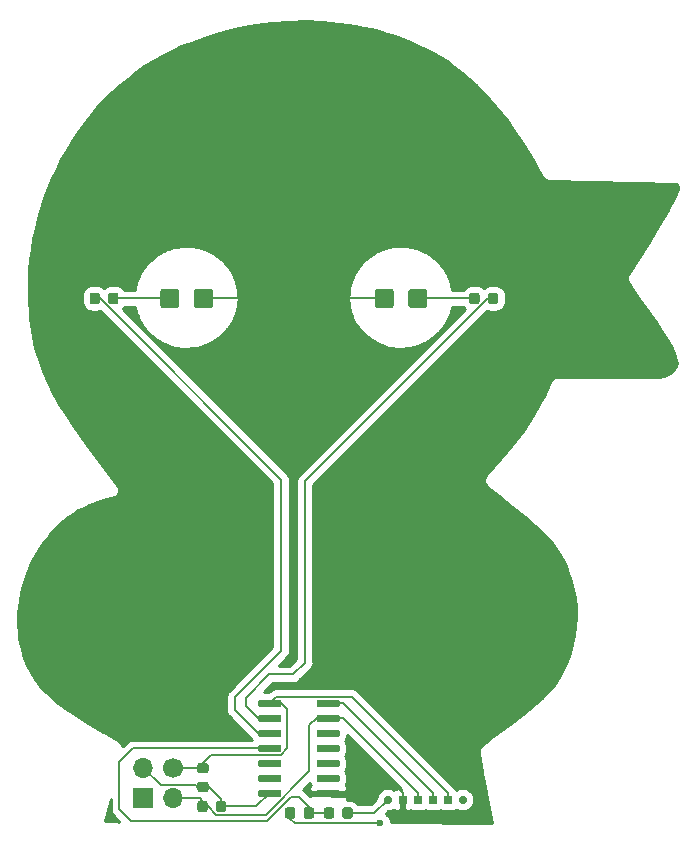
<source format=gbr>
G04 #@! TF.GenerationSoftware,KiCad,Pcbnew,(5.1.5)-3*
G04 #@! TF.CreationDate,2020-08-11T16:55:21+02:00*
G04 #@! TF.ProjectId,Badge addon Ninja prize,42616467-6520-4616-9464-6f6e204e696e,rev?*
G04 #@! TF.SameCoordinates,Original*
G04 #@! TF.FileFunction,Copper,L2,Bot*
G04 #@! TF.FilePolarity,Positive*
%FSLAX46Y46*%
G04 Gerber Fmt 4.6, Leading zero omitted, Abs format (unit mm)*
G04 Created by KiCad (PCBNEW (5.1.5)-3) date 2020-08-11 16:55:21*
%MOMM*%
%LPD*%
G04 APERTURE LIST*
%ADD10C,0.100000*%
%ADD11R,0.700000X0.700000*%
%ADD12C,0.704800*%
%ADD13R,1.700000X1.700000*%
%ADD14O,1.700000X1.700000*%
%ADD15C,1.700000*%
%ADD16C,0.600000*%
%ADD17C,0.200000*%
%ADD18C,0.254000*%
G04 APERTURE END LIST*
G04 #@! TA.AperFunction,SMDPad,CuDef*
D10*
G36*
X100149504Y-88336204D02*
G01*
X100173773Y-88339804D01*
X100197571Y-88345765D01*
X100220671Y-88354030D01*
X100242849Y-88364520D01*
X100263893Y-88377133D01*
X100283598Y-88391747D01*
X100301777Y-88408223D01*
X100318253Y-88426402D01*
X100332867Y-88446107D01*
X100345480Y-88467151D01*
X100355970Y-88489329D01*
X100364235Y-88512429D01*
X100370196Y-88536227D01*
X100373796Y-88560496D01*
X100375000Y-88585000D01*
X100375000Y-89735000D01*
X100373796Y-89759504D01*
X100370196Y-89783773D01*
X100364235Y-89807571D01*
X100355970Y-89830671D01*
X100345480Y-89852849D01*
X100332867Y-89873893D01*
X100318253Y-89893598D01*
X100301777Y-89911777D01*
X100283598Y-89928253D01*
X100263893Y-89942867D01*
X100242849Y-89955480D01*
X100220671Y-89965970D01*
X100197571Y-89974235D01*
X100173773Y-89980196D01*
X100149504Y-89983796D01*
X100125000Y-89985000D01*
X99025000Y-89985000D01*
X99000496Y-89983796D01*
X98976227Y-89980196D01*
X98952429Y-89974235D01*
X98929329Y-89965970D01*
X98907151Y-89955480D01*
X98886107Y-89942867D01*
X98866402Y-89928253D01*
X98848223Y-89911777D01*
X98831747Y-89893598D01*
X98817133Y-89873893D01*
X98804520Y-89852849D01*
X98794030Y-89830671D01*
X98785765Y-89807571D01*
X98779804Y-89783773D01*
X98776204Y-89759504D01*
X98775000Y-89735000D01*
X98775000Y-88585000D01*
X98776204Y-88560496D01*
X98779804Y-88536227D01*
X98785765Y-88512429D01*
X98794030Y-88489329D01*
X98804520Y-88467151D01*
X98817133Y-88446107D01*
X98831747Y-88426402D01*
X98848223Y-88408223D01*
X98866402Y-88391747D01*
X98886107Y-88377133D01*
X98907151Y-88364520D01*
X98929329Y-88354030D01*
X98952429Y-88345765D01*
X98976227Y-88339804D01*
X99000496Y-88336204D01*
X99025000Y-88335000D01*
X100125000Y-88335000D01*
X100149504Y-88336204D01*
G37*
G04 #@! TD.AperFunction*
G04 #@! TA.AperFunction,SMDPad,CuDef*
G36*
X97299504Y-88336204D02*
G01*
X97323773Y-88339804D01*
X97347571Y-88345765D01*
X97370671Y-88354030D01*
X97392849Y-88364520D01*
X97413893Y-88377133D01*
X97433598Y-88391747D01*
X97451777Y-88408223D01*
X97468253Y-88426402D01*
X97482867Y-88446107D01*
X97495480Y-88467151D01*
X97505970Y-88489329D01*
X97514235Y-88512429D01*
X97520196Y-88536227D01*
X97523796Y-88560496D01*
X97525000Y-88585000D01*
X97525000Y-89735000D01*
X97523796Y-89759504D01*
X97520196Y-89783773D01*
X97514235Y-89807571D01*
X97505970Y-89830671D01*
X97495480Y-89852849D01*
X97482867Y-89873893D01*
X97468253Y-89893598D01*
X97451777Y-89911777D01*
X97433598Y-89928253D01*
X97413893Y-89942867D01*
X97392849Y-89955480D01*
X97370671Y-89965970D01*
X97347571Y-89974235D01*
X97323773Y-89980196D01*
X97299504Y-89983796D01*
X97275000Y-89985000D01*
X96175000Y-89985000D01*
X96150496Y-89983796D01*
X96126227Y-89980196D01*
X96102429Y-89974235D01*
X96079329Y-89965970D01*
X96057151Y-89955480D01*
X96036107Y-89942867D01*
X96016402Y-89928253D01*
X95998223Y-89911777D01*
X95981747Y-89893598D01*
X95967133Y-89873893D01*
X95954520Y-89852849D01*
X95944030Y-89830671D01*
X95935765Y-89807571D01*
X95929804Y-89783773D01*
X95926204Y-89759504D01*
X95925000Y-89735000D01*
X95925000Y-88585000D01*
X95926204Y-88560496D01*
X95929804Y-88536227D01*
X95935765Y-88512429D01*
X95944030Y-88489329D01*
X95954520Y-88467151D01*
X95967133Y-88446107D01*
X95981747Y-88426402D01*
X95998223Y-88408223D01*
X96016402Y-88391747D01*
X96036107Y-88377133D01*
X96057151Y-88364520D01*
X96079329Y-88354030D01*
X96102429Y-88345765D01*
X96126227Y-88339804D01*
X96150496Y-88336204D01*
X96175000Y-88335000D01*
X97275000Y-88335000D01*
X97299504Y-88336204D01*
G37*
G04 #@! TD.AperFunction*
G04 #@! TA.AperFunction,SMDPad,CuDef*
G36*
X79149504Y-88336204D02*
G01*
X79173773Y-88339804D01*
X79197571Y-88345765D01*
X79220671Y-88354030D01*
X79242849Y-88364520D01*
X79263893Y-88377133D01*
X79283598Y-88391747D01*
X79301777Y-88408223D01*
X79318253Y-88426402D01*
X79332867Y-88446107D01*
X79345480Y-88467151D01*
X79355970Y-88489329D01*
X79364235Y-88512429D01*
X79370196Y-88536227D01*
X79373796Y-88560496D01*
X79375000Y-88585000D01*
X79375000Y-89735000D01*
X79373796Y-89759504D01*
X79370196Y-89783773D01*
X79364235Y-89807571D01*
X79355970Y-89830671D01*
X79345480Y-89852849D01*
X79332867Y-89873893D01*
X79318253Y-89893598D01*
X79301777Y-89911777D01*
X79283598Y-89928253D01*
X79263893Y-89942867D01*
X79242849Y-89955480D01*
X79220671Y-89965970D01*
X79197571Y-89974235D01*
X79173773Y-89980196D01*
X79149504Y-89983796D01*
X79125000Y-89985000D01*
X78025000Y-89985000D01*
X78000496Y-89983796D01*
X77976227Y-89980196D01*
X77952429Y-89974235D01*
X77929329Y-89965970D01*
X77907151Y-89955480D01*
X77886107Y-89942867D01*
X77866402Y-89928253D01*
X77848223Y-89911777D01*
X77831747Y-89893598D01*
X77817133Y-89873893D01*
X77804520Y-89852849D01*
X77794030Y-89830671D01*
X77785765Y-89807571D01*
X77779804Y-89783773D01*
X77776204Y-89759504D01*
X77775000Y-89735000D01*
X77775000Y-88585000D01*
X77776204Y-88560496D01*
X77779804Y-88536227D01*
X77785765Y-88512429D01*
X77794030Y-88489329D01*
X77804520Y-88467151D01*
X77817133Y-88446107D01*
X77831747Y-88426402D01*
X77848223Y-88408223D01*
X77866402Y-88391747D01*
X77886107Y-88377133D01*
X77907151Y-88364520D01*
X77929329Y-88354030D01*
X77952429Y-88345765D01*
X77976227Y-88339804D01*
X78000496Y-88336204D01*
X78025000Y-88335000D01*
X79125000Y-88335000D01*
X79149504Y-88336204D01*
G37*
G04 #@! TD.AperFunction*
G04 #@! TA.AperFunction,SMDPad,CuDef*
G36*
X81999504Y-88336204D02*
G01*
X82023773Y-88339804D01*
X82047571Y-88345765D01*
X82070671Y-88354030D01*
X82092849Y-88364520D01*
X82113893Y-88377133D01*
X82133598Y-88391747D01*
X82151777Y-88408223D01*
X82168253Y-88426402D01*
X82182867Y-88446107D01*
X82195480Y-88467151D01*
X82205970Y-88489329D01*
X82214235Y-88512429D01*
X82220196Y-88536227D01*
X82223796Y-88560496D01*
X82225000Y-88585000D01*
X82225000Y-89735000D01*
X82223796Y-89759504D01*
X82220196Y-89783773D01*
X82214235Y-89807571D01*
X82205970Y-89830671D01*
X82195480Y-89852849D01*
X82182867Y-89873893D01*
X82168253Y-89893598D01*
X82151777Y-89911777D01*
X82133598Y-89928253D01*
X82113893Y-89942867D01*
X82092849Y-89955480D01*
X82070671Y-89965970D01*
X82047571Y-89974235D01*
X82023773Y-89980196D01*
X81999504Y-89983796D01*
X81975000Y-89985000D01*
X80875000Y-89985000D01*
X80850496Y-89983796D01*
X80826227Y-89980196D01*
X80802429Y-89974235D01*
X80779329Y-89965970D01*
X80757151Y-89955480D01*
X80736107Y-89942867D01*
X80716402Y-89928253D01*
X80698223Y-89911777D01*
X80681747Y-89893598D01*
X80667133Y-89873893D01*
X80654520Y-89852849D01*
X80644030Y-89830671D01*
X80635765Y-89807571D01*
X80629804Y-89783773D01*
X80626204Y-89759504D01*
X80625000Y-89735000D01*
X80625000Y-88585000D01*
X80626204Y-88560496D01*
X80629804Y-88536227D01*
X80635765Y-88512429D01*
X80644030Y-88489329D01*
X80654520Y-88467151D01*
X80667133Y-88446107D01*
X80681747Y-88426402D01*
X80698223Y-88408223D01*
X80716402Y-88391747D01*
X80736107Y-88377133D01*
X80757151Y-88364520D01*
X80779329Y-88354030D01*
X80802429Y-88345765D01*
X80826227Y-88339804D01*
X80850496Y-88336204D01*
X80875000Y-88335000D01*
X81975000Y-88335000D01*
X81999504Y-88336204D01*
G37*
G04 #@! TD.AperFunction*
D11*
X98295000Y-131600000D03*
X99565000Y-131600000D03*
X100835000Y-131600000D03*
D12*
X97025000Y-131600000D03*
D11*
X102105000Y-131600000D03*
D12*
X103375000Y-131600000D03*
G04 #@! TA.AperFunction,SMDPad,CuDef*
D10*
G36*
X83152691Y-131701053D02*
G01*
X83173926Y-131704203D01*
X83194750Y-131709419D01*
X83214962Y-131716651D01*
X83234368Y-131725830D01*
X83252781Y-131736866D01*
X83270024Y-131749654D01*
X83285930Y-131764070D01*
X83300346Y-131779976D01*
X83313134Y-131797219D01*
X83324170Y-131815632D01*
X83333349Y-131835038D01*
X83340581Y-131855250D01*
X83345797Y-131876074D01*
X83348947Y-131897309D01*
X83350000Y-131918750D01*
X83350000Y-132431250D01*
X83348947Y-132452691D01*
X83345797Y-132473926D01*
X83340581Y-132494750D01*
X83333349Y-132514962D01*
X83324170Y-132534368D01*
X83313134Y-132552781D01*
X83300346Y-132570024D01*
X83285930Y-132585930D01*
X83270024Y-132600346D01*
X83252781Y-132613134D01*
X83234368Y-132624170D01*
X83214962Y-132633349D01*
X83194750Y-132640581D01*
X83173926Y-132645797D01*
X83152691Y-132648947D01*
X83131250Y-132650000D01*
X82693750Y-132650000D01*
X82672309Y-132648947D01*
X82651074Y-132645797D01*
X82630250Y-132640581D01*
X82610038Y-132633349D01*
X82590632Y-132624170D01*
X82572219Y-132613134D01*
X82554976Y-132600346D01*
X82539070Y-132585930D01*
X82524654Y-132570024D01*
X82511866Y-132552781D01*
X82500830Y-132534368D01*
X82491651Y-132514962D01*
X82484419Y-132494750D01*
X82479203Y-132473926D01*
X82476053Y-132452691D01*
X82475000Y-132431250D01*
X82475000Y-131918750D01*
X82476053Y-131897309D01*
X82479203Y-131876074D01*
X82484419Y-131855250D01*
X82491651Y-131835038D01*
X82500830Y-131815632D01*
X82511866Y-131797219D01*
X82524654Y-131779976D01*
X82539070Y-131764070D01*
X82554976Y-131749654D01*
X82572219Y-131736866D01*
X82590632Y-131725830D01*
X82610038Y-131716651D01*
X82630250Y-131709419D01*
X82651074Y-131704203D01*
X82672309Y-131701053D01*
X82693750Y-131700000D01*
X83131250Y-131700000D01*
X83152691Y-131701053D01*
G37*
G04 #@! TD.AperFunction*
G04 #@! TA.AperFunction,SMDPad,CuDef*
G36*
X81577691Y-131701053D02*
G01*
X81598926Y-131704203D01*
X81619750Y-131709419D01*
X81639962Y-131716651D01*
X81659368Y-131725830D01*
X81677781Y-131736866D01*
X81695024Y-131749654D01*
X81710930Y-131764070D01*
X81725346Y-131779976D01*
X81738134Y-131797219D01*
X81749170Y-131815632D01*
X81758349Y-131835038D01*
X81765581Y-131855250D01*
X81770797Y-131876074D01*
X81773947Y-131897309D01*
X81775000Y-131918750D01*
X81775000Y-132431250D01*
X81773947Y-132452691D01*
X81770797Y-132473926D01*
X81765581Y-132494750D01*
X81758349Y-132514962D01*
X81749170Y-132534368D01*
X81738134Y-132552781D01*
X81725346Y-132570024D01*
X81710930Y-132585930D01*
X81695024Y-132600346D01*
X81677781Y-132613134D01*
X81659368Y-132624170D01*
X81639962Y-132633349D01*
X81619750Y-132640581D01*
X81598926Y-132645797D01*
X81577691Y-132648947D01*
X81556250Y-132650000D01*
X81118750Y-132650000D01*
X81097309Y-132648947D01*
X81076074Y-132645797D01*
X81055250Y-132640581D01*
X81035038Y-132633349D01*
X81015632Y-132624170D01*
X80997219Y-132613134D01*
X80979976Y-132600346D01*
X80964070Y-132585930D01*
X80949654Y-132570024D01*
X80936866Y-132552781D01*
X80925830Y-132534368D01*
X80916651Y-132514962D01*
X80909419Y-132494750D01*
X80904203Y-132473926D01*
X80901053Y-132452691D01*
X80900000Y-132431250D01*
X80900000Y-131918750D01*
X80901053Y-131897309D01*
X80904203Y-131876074D01*
X80909419Y-131855250D01*
X80916651Y-131835038D01*
X80925830Y-131815632D01*
X80936866Y-131797219D01*
X80949654Y-131779976D01*
X80964070Y-131764070D01*
X80979976Y-131749654D01*
X80997219Y-131736866D01*
X81015632Y-131725830D01*
X81035038Y-131716651D01*
X81055250Y-131709419D01*
X81076074Y-131704203D01*
X81097309Y-131701053D01*
X81118750Y-131700000D01*
X81556250Y-131700000D01*
X81577691Y-131701053D01*
G37*
G04 #@! TD.AperFunction*
G04 #@! TA.AperFunction,SMDPad,CuDef*
G36*
X92814703Y-130760722D02*
G01*
X92829264Y-130762882D01*
X92843543Y-130766459D01*
X92857403Y-130771418D01*
X92870710Y-130777712D01*
X92883336Y-130785280D01*
X92895159Y-130794048D01*
X92906066Y-130803934D01*
X92915952Y-130814841D01*
X92924720Y-130826664D01*
X92932288Y-130839290D01*
X92938582Y-130852597D01*
X92943541Y-130866457D01*
X92947118Y-130880736D01*
X92949278Y-130895297D01*
X92950000Y-130910000D01*
X92950000Y-131210000D01*
X92949278Y-131224703D01*
X92947118Y-131239264D01*
X92943541Y-131253543D01*
X92938582Y-131267403D01*
X92932288Y-131280710D01*
X92924720Y-131293336D01*
X92915952Y-131305159D01*
X92906066Y-131316066D01*
X92895159Y-131325952D01*
X92883336Y-131334720D01*
X92870710Y-131342288D01*
X92857403Y-131348582D01*
X92843543Y-131353541D01*
X92829264Y-131357118D01*
X92814703Y-131359278D01*
X92800000Y-131360000D01*
X91150000Y-131360000D01*
X91135297Y-131359278D01*
X91120736Y-131357118D01*
X91106457Y-131353541D01*
X91092597Y-131348582D01*
X91079290Y-131342288D01*
X91066664Y-131334720D01*
X91054841Y-131325952D01*
X91043934Y-131316066D01*
X91034048Y-131305159D01*
X91025280Y-131293336D01*
X91017712Y-131280710D01*
X91011418Y-131267403D01*
X91006459Y-131253543D01*
X91002882Y-131239264D01*
X91000722Y-131224703D01*
X91000000Y-131210000D01*
X91000000Y-130910000D01*
X91000722Y-130895297D01*
X91002882Y-130880736D01*
X91006459Y-130866457D01*
X91011418Y-130852597D01*
X91017712Y-130839290D01*
X91025280Y-130826664D01*
X91034048Y-130814841D01*
X91043934Y-130803934D01*
X91054841Y-130794048D01*
X91066664Y-130785280D01*
X91079290Y-130777712D01*
X91092597Y-130771418D01*
X91106457Y-130766459D01*
X91120736Y-130762882D01*
X91135297Y-130760722D01*
X91150000Y-130760000D01*
X92800000Y-130760000D01*
X92814703Y-130760722D01*
G37*
G04 #@! TD.AperFunction*
G04 #@! TA.AperFunction,SMDPad,CuDef*
G36*
X92814703Y-129490722D02*
G01*
X92829264Y-129492882D01*
X92843543Y-129496459D01*
X92857403Y-129501418D01*
X92870710Y-129507712D01*
X92883336Y-129515280D01*
X92895159Y-129524048D01*
X92906066Y-129533934D01*
X92915952Y-129544841D01*
X92924720Y-129556664D01*
X92932288Y-129569290D01*
X92938582Y-129582597D01*
X92943541Y-129596457D01*
X92947118Y-129610736D01*
X92949278Y-129625297D01*
X92950000Y-129640000D01*
X92950000Y-129940000D01*
X92949278Y-129954703D01*
X92947118Y-129969264D01*
X92943541Y-129983543D01*
X92938582Y-129997403D01*
X92932288Y-130010710D01*
X92924720Y-130023336D01*
X92915952Y-130035159D01*
X92906066Y-130046066D01*
X92895159Y-130055952D01*
X92883336Y-130064720D01*
X92870710Y-130072288D01*
X92857403Y-130078582D01*
X92843543Y-130083541D01*
X92829264Y-130087118D01*
X92814703Y-130089278D01*
X92800000Y-130090000D01*
X91150000Y-130090000D01*
X91135297Y-130089278D01*
X91120736Y-130087118D01*
X91106457Y-130083541D01*
X91092597Y-130078582D01*
X91079290Y-130072288D01*
X91066664Y-130064720D01*
X91054841Y-130055952D01*
X91043934Y-130046066D01*
X91034048Y-130035159D01*
X91025280Y-130023336D01*
X91017712Y-130010710D01*
X91011418Y-129997403D01*
X91006459Y-129983543D01*
X91002882Y-129969264D01*
X91000722Y-129954703D01*
X91000000Y-129940000D01*
X91000000Y-129640000D01*
X91000722Y-129625297D01*
X91002882Y-129610736D01*
X91006459Y-129596457D01*
X91011418Y-129582597D01*
X91017712Y-129569290D01*
X91025280Y-129556664D01*
X91034048Y-129544841D01*
X91043934Y-129533934D01*
X91054841Y-129524048D01*
X91066664Y-129515280D01*
X91079290Y-129507712D01*
X91092597Y-129501418D01*
X91106457Y-129496459D01*
X91120736Y-129492882D01*
X91135297Y-129490722D01*
X91150000Y-129490000D01*
X92800000Y-129490000D01*
X92814703Y-129490722D01*
G37*
G04 #@! TD.AperFunction*
G04 #@! TA.AperFunction,SMDPad,CuDef*
G36*
X92814703Y-128220722D02*
G01*
X92829264Y-128222882D01*
X92843543Y-128226459D01*
X92857403Y-128231418D01*
X92870710Y-128237712D01*
X92883336Y-128245280D01*
X92895159Y-128254048D01*
X92906066Y-128263934D01*
X92915952Y-128274841D01*
X92924720Y-128286664D01*
X92932288Y-128299290D01*
X92938582Y-128312597D01*
X92943541Y-128326457D01*
X92947118Y-128340736D01*
X92949278Y-128355297D01*
X92950000Y-128370000D01*
X92950000Y-128670000D01*
X92949278Y-128684703D01*
X92947118Y-128699264D01*
X92943541Y-128713543D01*
X92938582Y-128727403D01*
X92932288Y-128740710D01*
X92924720Y-128753336D01*
X92915952Y-128765159D01*
X92906066Y-128776066D01*
X92895159Y-128785952D01*
X92883336Y-128794720D01*
X92870710Y-128802288D01*
X92857403Y-128808582D01*
X92843543Y-128813541D01*
X92829264Y-128817118D01*
X92814703Y-128819278D01*
X92800000Y-128820000D01*
X91150000Y-128820000D01*
X91135297Y-128819278D01*
X91120736Y-128817118D01*
X91106457Y-128813541D01*
X91092597Y-128808582D01*
X91079290Y-128802288D01*
X91066664Y-128794720D01*
X91054841Y-128785952D01*
X91043934Y-128776066D01*
X91034048Y-128765159D01*
X91025280Y-128753336D01*
X91017712Y-128740710D01*
X91011418Y-128727403D01*
X91006459Y-128713543D01*
X91002882Y-128699264D01*
X91000722Y-128684703D01*
X91000000Y-128670000D01*
X91000000Y-128370000D01*
X91000722Y-128355297D01*
X91002882Y-128340736D01*
X91006459Y-128326457D01*
X91011418Y-128312597D01*
X91017712Y-128299290D01*
X91025280Y-128286664D01*
X91034048Y-128274841D01*
X91043934Y-128263934D01*
X91054841Y-128254048D01*
X91066664Y-128245280D01*
X91079290Y-128237712D01*
X91092597Y-128231418D01*
X91106457Y-128226459D01*
X91120736Y-128222882D01*
X91135297Y-128220722D01*
X91150000Y-128220000D01*
X92800000Y-128220000D01*
X92814703Y-128220722D01*
G37*
G04 #@! TD.AperFunction*
G04 #@! TA.AperFunction,SMDPad,CuDef*
G36*
X92814703Y-126950722D02*
G01*
X92829264Y-126952882D01*
X92843543Y-126956459D01*
X92857403Y-126961418D01*
X92870710Y-126967712D01*
X92883336Y-126975280D01*
X92895159Y-126984048D01*
X92906066Y-126993934D01*
X92915952Y-127004841D01*
X92924720Y-127016664D01*
X92932288Y-127029290D01*
X92938582Y-127042597D01*
X92943541Y-127056457D01*
X92947118Y-127070736D01*
X92949278Y-127085297D01*
X92950000Y-127100000D01*
X92950000Y-127400000D01*
X92949278Y-127414703D01*
X92947118Y-127429264D01*
X92943541Y-127443543D01*
X92938582Y-127457403D01*
X92932288Y-127470710D01*
X92924720Y-127483336D01*
X92915952Y-127495159D01*
X92906066Y-127506066D01*
X92895159Y-127515952D01*
X92883336Y-127524720D01*
X92870710Y-127532288D01*
X92857403Y-127538582D01*
X92843543Y-127543541D01*
X92829264Y-127547118D01*
X92814703Y-127549278D01*
X92800000Y-127550000D01*
X91150000Y-127550000D01*
X91135297Y-127549278D01*
X91120736Y-127547118D01*
X91106457Y-127543541D01*
X91092597Y-127538582D01*
X91079290Y-127532288D01*
X91066664Y-127524720D01*
X91054841Y-127515952D01*
X91043934Y-127506066D01*
X91034048Y-127495159D01*
X91025280Y-127483336D01*
X91017712Y-127470710D01*
X91011418Y-127457403D01*
X91006459Y-127443543D01*
X91002882Y-127429264D01*
X91000722Y-127414703D01*
X91000000Y-127400000D01*
X91000000Y-127100000D01*
X91000722Y-127085297D01*
X91002882Y-127070736D01*
X91006459Y-127056457D01*
X91011418Y-127042597D01*
X91017712Y-127029290D01*
X91025280Y-127016664D01*
X91034048Y-127004841D01*
X91043934Y-126993934D01*
X91054841Y-126984048D01*
X91066664Y-126975280D01*
X91079290Y-126967712D01*
X91092597Y-126961418D01*
X91106457Y-126956459D01*
X91120736Y-126952882D01*
X91135297Y-126950722D01*
X91150000Y-126950000D01*
X92800000Y-126950000D01*
X92814703Y-126950722D01*
G37*
G04 #@! TD.AperFunction*
G04 #@! TA.AperFunction,SMDPad,CuDef*
G36*
X92814703Y-125680722D02*
G01*
X92829264Y-125682882D01*
X92843543Y-125686459D01*
X92857403Y-125691418D01*
X92870710Y-125697712D01*
X92883336Y-125705280D01*
X92895159Y-125714048D01*
X92906066Y-125723934D01*
X92915952Y-125734841D01*
X92924720Y-125746664D01*
X92932288Y-125759290D01*
X92938582Y-125772597D01*
X92943541Y-125786457D01*
X92947118Y-125800736D01*
X92949278Y-125815297D01*
X92950000Y-125830000D01*
X92950000Y-126130000D01*
X92949278Y-126144703D01*
X92947118Y-126159264D01*
X92943541Y-126173543D01*
X92938582Y-126187403D01*
X92932288Y-126200710D01*
X92924720Y-126213336D01*
X92915952Y-126225159D01*
X92906066Y-126236066D01*
X92895159Y-126245952D01*
X92883336Y-126254720D01*
X92870710Y-126262288D01*
X92857403Y-126268582D01*
X92843543Y-126273541D01*
X92829264Y-126277118D01*
X92814703Y-126279278D01*
X92800000Y-126280000D01*
X91150000Y-126280000D01*
X91135297Y-126279278D01*
X91120736Y-126277118D01*
X91106457Y-126273541D01*
X91092597Y-126268582D01*
X91079290Y-126262288D01*
X91066664Y-126254720D01*
X91054841Y-126245952D01*
X91043934Y-126236066D01*
X91034048Y-126225159D01*
X91025280Y-126213336D01*
X91017712Y-126200710D01*
X91011418Y-126187403D01*
X91006459Y-126173543D01*
X91002882Y-126159264D01*
X91000722Y-126144703D01*
X91000000Y-126130000D01*
X91000000Y-125830000D01*
X91000722Y-125815297D01*
X91002882Y-125800736D01*
X91006459Y-125786457D01*
X91011418Y-125772597D01*
X91017712Y-125759290D01*
X91025280Y-125746664D01*
X91034048Y-125734841D01*
X91043934Y-125723934D01*
X91054841Y-125714048D01*
X91066664Y-125705280D01*
X91079290Y-125697712D01*
X91092597Y-125691418D01*
X91106457Y-125686459D01*
X91120736Y-125682882D01*
X91135297Y-125680722D01*
X91150000Y-125680000D01*
X92800000Y-125680000D01*
X92814703Y-125680722D01*
G37*
G04 #@! TD.AperFunction*
G04 #@! TA.AperFunction,SMDPad,CuDef*
G36*
X92814703Y-124410722D02*
G01*
X92829264Y-124412882D01*
X92843543Y-124416459D01*
X92857403Y-124421418D01*
X92870710Y-124427712D01*
X92883336Y-124435280D01*
X92895159Y-124444048D01*
X92906066Y-124453934D01*
X92915952Y-124464841D01*
X92924720Y-124476664D01*
X92932288Y-124489290D01*
X92938582Y-124502597D01*
X92943541Y-124516457D01*
X92947118Y-124530736D01*
X92949278Y-124545297D01*
X92950000Y-124560000D01*
X92950000Y-124860000D01*
X92949278Y-124874703D01*
X92947118Y-124889264D01*
X92943541Y-124903543D01*
X92938582Y-124917403D01*
X92932288Y-124930710D01*
X92924720Y-124943336D01*
X92915952Y-124955159D01*
X92906066Y-124966066D01*
X92895159Y-124975952D01*
X92883336Y-124984720D01*
X92870710Y-124992288D01*
X92857403Y-124998582D01*
X92843543Y-125003541D01*
X92829264Y-125007118D01*
X92814703Y-125009278D01*
X92800000Y-125010000D01*
X91150000Y-125010000D01*
X91135297Y-125009278D01*
X91120736Y-125007118D01*
X91106457Y-125003541D01*
X91092597Y-124998582D01*
X91079290Y-124992288D01*
X91066664Y-124984720D01*
X91054841Y-124975952D01*
X91043934Y-124966066D01*
X91034048Y-124955159D01*
X91025280Y-124943336D01*
X91017712Y-124930710D01*
X91011418Y-124917403D01*
X91006459Y-124903543D01*
X91002882Y-124889264D01*
X91000722Y-124874703D01*
X91000000Y-124860000D01*
X91000000Y-124560000D01*
X91000722Y-124545297D01*
X91002882Y-124530736D01*
X91006459Y-124516457D01*
X91011418Y-124502597D01*
X91017712Y-124489290D01*
X91025280Y-124476664D01*
X91034048Y-124464841D01*
X91043934Y-124453934D01*
X91054841Y-124444048D01*
X91066664Y-124435280D01*
X91079290Y-124427712D01*
X91092597Y-124421418D01*
X91106457Y-124416459D01*
X91120736Y-124412882D01*
X91135297Y-124410722D01*
X91150000Y-124410000D01*
X92800000Y-124410000D01*
X92814703Y-124410722D01*
G37*
G04 #@! TD.AperFunction*
G04 #@! TA.AperFunction,SMDPad,CuDef*
G36*
X92814703Y-123140722D02*
G01*
X92829264Y-123142882D01*
X92843543Y-123146459D01*
X92857403Y-123151418D01*
X92870710Y-123157712D01*
X92883336Y-123165280D01*
X92895159Y-123174048D01*
X92906066Y-123183934D01*
X92915952Y-123194841D01*
X92924720Y-123206664D01*
X92932288Y-123219290D01*
X92938582Y-123232597D01*
X92943541Y-123246457D01*
X92947118Y-123260736D01*
X92949278Y-123275297D01*
X92950000Y-123290000D01*
X92950000Y-123590000D01*
X92949278Y-123604703D01*
X92947118Y-123619264D01*
X92943541Y-123633543D01*
X92938582Y-123647403D01*
X92932288Y-123660710D01*
X92924720Y-123673336D01*
X92915952Y-123685159D01*
X92906066Y-123696066D01*
X92895159Y-123705952D01*
X92883336Y-123714720D01*
X92870710Y-123722288D01*
X92857403Y-123728582D01*
X92843543Y-123733541D01*
X92829264Y-123737118D01*
X92814703Y-123739278D01*
X92800000Y-123740000D01*
X91150000Y-123740000D01*
X91135297Y-123739278D01*
X91120736Y-123737118D01*
X91106457Y-123733541D01*
X91092597Y-123728582D01*
X91079290Y-123722288D01*
X91066664Y-123714720D01*
X91054841Y-123705952D01*
X91043934Y-123696066D01*
X91034048Y-123685159D01*
X91025280Y-123673336D01*
X91017712Y-123660710D01*
X91011418Y-123647403D01*
X91006459Y-123633543D01*
X91002882Y-123619264D01*
X91000722Y-123604703D01*
X91000000Y-123590000D01*
X91000000Y-123290000D01*
X91000722Y-123275297D01*
X91002882Y-123260736D01*
X91006459Y-123246457D01*
X91011418Y-123232597D01*
X91017712Y-123219290D01*
X91025280Y-123206664D01*
X91034048Y-123194841D01*
X91043934Y-123183934D01*
X91054841Y-123174048D01*
X91066664Y-123165280D01*
X91079290Y-123157712D01*
X91092597Y-123151418D01*
X91106457Y-123146459D01*
X91120736Y-123142882D01*
X91135297Y-123140722D01*
X91150000Y-123140000D01*
X92800000Y-123140000D01*
X92814703Y-123140722D01*
G37*
G04 #@! TD.AperFunction*
G04 #@! TA.AperFunction,SMDPad,CuDef*
G36*
X87864703Y-123140722D02*
G01*
X87879264Y-123142882D01*
X87893543Y-123146459D01*
X87907403Y-123151418D01*
X87920710Y-123157712D01*
X87933336Y-123165280D01*
X87945159Y-123174048D01*
X87956066Y-123183934D01*
X87965952Y-123194841D01*
X87974720Y-123206664D01*
X87982288Y-123219290D01*
X87988582Y-123232597D01*
X87993541Y-123246457D01*
X87997118Y-123260736D01*
X87999278Y-123275297D01*
X88000000Y-123290000D01*
X88000000Y-123590000D01*
X87999278Y-123604703D01*
X87997118Y-123619264D01*
X87993541Y-123633543D01*
X87988582Y-123647403D01*
X87982288Y-123660710D01*
X87974720Y-123673336D01*
X87965952Y-123685159D01*
X87956066Y-123696066D01*
X87945159Y-123705952D01*
X87933336Y-123714720D01*
X87920710Y-123722288D01*
X87907403Y-123728582D01*
X87893543Y-123733541D01*
X87879264Y-123737118D01*
X87864703Y-123739278D01*
X87850000Y-123740000D01*
X86200000Y-123740000D01*
X86185297Y-123739278D01*
X86170736Y-123737118D01*
X86156457Y-123733541D01*
X86142597Y-123728582D01*
X86129290Y-123722288D01*
X86116664Y-123714720D01*
X86104841Y-123705952D01*
X86093934Y-123696066D01*
X86084048Y-123685159D01*
X86075280Y-123673336D01*
X86067712Y-123660710D01*
X86061418Y-123647403D01*
X86056459Y-123633543D01*
X86052882Y-123619264D01*
X86050722Y-123604703D01*
X86050000Y-123590000D01*
X86050000Y-123290000D01*
X86050722Y-123275297D01*
X86052882Y-123260736D01*
X86056459Y-123246457D01*
X86061418Y-123232597D01*
X86067712Y-123219290D01*
X86075280Y-123206664D01*
X86084048Y-123194841D01*
X86093934Y-123183934D01*
X86104841Y-123174048D01*
X86116664Y-123165280D01*
X86129290Y-123157712D01*
X86142597Y-123151418D01*
X86156457Y-123146459D01*
X86170736Y-123142882D01*
X86185297Y-123140722D01*
X86200000Y-123140000D01*
X87850000Y-123140000D01*
X87864703Y-123140722D01*
G37*
G04 #@! TD.AperFunction*
G04 #@! TA.AperFunction,SMDPad,CuDef*
G36*
X87864703Y-124410722D02*
G01*
X87879264Y-124412882D01*
X87893543Y-124416459D01*
X87907403Y-124421418D01*
X87920710Y-124427712D01*
X87933336Y-124435280D01*
X87945159Y-124444048D01*
X87956066Y-124453934D01*
X87965952Y-124464841D01*
X87974720Y-124476664D01*
X87982288Y-124489290D01*
X87988582Y-124502597D01*
X87993541Y-124516457D01*
X87997118Y-124530736D01*
X87999278Y-124545297D01*
X88000000Y-124560000D01*
X88000000Y-124860000D01*
X87999278Y-124874703D01*
X87997118Y-124889264D01*
X87993541Y-124903543D01*
X87988582Y-124917403D01*
X87982288Y-124930710D01*
X87974720Y-124943336D01*
X87965952Y-124955159D01*
X87956066Y-124966066D01*
X87945159Y-124975952D01*
X87933336Y-124984720D01*
X87920710Y-124992288D01*
X87907403Y-124998582D01*
X87893543Y-125003541D01*
X87879264Y-125007118D01*
X87864703Y-125009278D01*
X87850000Y-125010000D01*
X86200000Y-125010000D01*
X86185297Y-125009278D01*
X86170736Y-125007118D01*
X86156457Y-125003541D01*
X86142597Y-124998582D01*
X86129290Y-124992288D01*
X86116664Y-124984720D01*
X86104841Y-124975952D01*
X86093934Y-124966066D01*
X86084048Y-124955159D01*
X86075280Y-124943336D01*
X86067712Y-124930710D01*
X86061418Y-124917403D01*
X86056459Y-124903543D01*
X86052882Y-124889264D01*
X86050722Y-124874703D01*
X86050000Y-124860000D01*
X86050000Y-124560000D01*
X86050722Y-124545297D01*
X86052882Y-124530736D01*
X86056459Y-124516457D01*
X86061418Y-124502597D01*
X86067712Y-124489290D01*
X86075280Y-124476664D01*
X86084048Y-124464841D01*
X86093934Y-124453934D01*
X86104841Y-124444048D01*
X86116664Y-124435280D01*
X86129290Y-124427712D01*
X86142597Y-124421418D01*
X86156457Y-124416459D01*
X86170736Y-124412882D01*
X86185297Y-124410722D01*
X86200000Y-124410000D01*
X87850000Y-124410000D01*
X87864703Y-124410722D01*
G37*
G04 #@! TD.AperFunction*
G04 #@! TA.AperFunction,SMDPad,CuDef*
G36*
X87864703Y-125680722D02*
G01*
X87879264Y-125682882D01*
X87893543Y-125686459D01*
X87907403Y-125691418D01*
X87920710Y-125697712D01*
X87933336Y-125705280D01*
X87945159Y-125714048D01*
X87956066Y-125723934D01*
X87965952Y-125734841D01*
X87974720Y-125746664D01*
X87982288Y-125759290D01*
X87988582Y-125772597D01*
X87993541Y-125786457D01*
X87997118Y-125800736D01*
X87999278Y-125815297D01*
X88000000Y-125830000D01*
X88000000Y-126130000D01*
X87999278Y-126144703D01*
X87997118Y-126159264D01*
X87993541Y-126173543D01*
X87988582Y-126187403D01*
X87982288Y-126200710D01*
X87974720Y-126213336D01*
X87965952Y-126225159D01*
X87956066Y-126236066D01*
X87945159Y-126245952D01*
X87933336Y-126254720D01*
X87920710Y-126262288D01*
X87907403Y-126268582D01*
X87893543Y-126273541D01*
X87879264Y-126277118D01*
X87864703Y-126279278D01*
X87850000Y-126280000D01*
X86200000Y-126280000D01*
X86185297Y-126279278D01*
X86170736Y-126277118D01*
X86156457Y-126273541D01*
X86142597Y-126268582D01*
X86129290Y-126262288D01*
X86116664Y-126254720D01*
X86104841Y-126245952D01*
X86093934Y-126236066D01*
X86084048Y-126225159D01*
X86075280Y-126213336D01*
X86067712Y-126200710D01*
X86061418Y-126187403D01*
X86056459Y-126173543D01*
X86052882Y-126159264D01*
X86050722Y-126144703D01*
X86050000Y-126130000D01*
X86050000Y-125830000D01*
X86050722Y-125815297D01*
X86052882Y-125800736D01*
X86056459Y-125786457D01*
X86061418Y-125772597D01*
X86067712Y-125759290D01*
X86075280Y-125746664D01*
X86084048Y-125734841D01*
X86093934Y-125723934D01*
X86104841Y-125714048D01*
X86116664Y-125705280D01*
X86129290Y-125697712D01*
X86142597Y-125691418D01*
X86156457Y-125686459D01*
X86170736Y-125682882D01*
X86185297Y-125680722D01*
X86200000Y-125680000D01*
X87850000Y-125680000D01*
X87864703Y-125680722D01*
G37*
G04 #@! TD.AperFunction*
G04 #@! TA.AperFunction,SMDPad,CuDef*
G36*
X87864703Y-126950722D02*
G01*
X87879264Y-126952882D01*
X87893543Y-126956459D01*
X87907403Y-126961418D01*
X87920710Y-126967712D01*
X87933336Y-126975280D01*
X87945159Y-126984048D01*
X87956066Y-126993934D01*
X87965952Y-127004841D01*
X87974720Y-127016664D01*
X87982288Y-127029290D01*
X87988582Y-127042597D01*
X87993541Y-127056457D01*
X87997118Y-127070736D01*
X87999278Y-127085297D01*
X88000000Y-127100000D01*
X88000000Y-127400000D01*
X87999278Y-127414703D01*
X87997118Y-127429264D01*
X87993541Y-127443543D01*
X87988582Y-127457403D01*
X87982288Y-127470710D01*
X87974720Y-127483336D01*
X87965952Y-127495159D01*
X87956066Y-127506066D01*
X87945159Y-127515952D01*
X87933336Y-127524720D01*
X87920710Y-127532288D01*
X87907403Y-127538582D01*
X87893543Y-127543541D01*
X87879264Y-127547118D01*
X87864703Y-127549278D01*
X87850000Y-127550000D01*
X86200000Y-127550000D01*
X86185297Y-127549278D01*
X86170736Y-127547118D01*
X86156457Y-127543541D01*
X86142597Y-127538582D01*
X86129290Y-127532288D01*
X86116664Y-127524720D01*
X86104841Y-127515952D01*
X86093934Y-127506066D01*
X86084048Y-127495159D01*
X86075280Y-127483336D01*
X86067712Y-127470710D01*
X86061418Y-127457403D01*
X86056459Y-127443543D01*
X86052882Y-127429264D01*
X86050722Y-127414703D01*
X86050000Y-127400000D01*
X86050000Y-127100000D01*
X86050722Y-127085297D01*
X86052882Y-127070736D01*
X86056459Y-127056457D01*
X86061418Y-127042597D01*
X86067712Y-127029290D01*
X86075280Y-127016664D01*
X86084048Y-127004841D01*
X86093934Y-126993934D01*
X86104841Y-126984048D01*
X86116664Y-126975280D01*
X86129290Y-126967712D01*
X86142597Y-126961418D01*
X86156457Y-126956459D01*
X86170736Y-126952882D01*
X86185297Y-126950722D01*
X86200000Y-126950000D01*
X87850000Y-126950000D01*
X87864703Y-126950722D01*
G37*
G04 #@! TD.AperFunction*
G04 #@! TA.AperFunction,SMDPad,CuDef*
G36*
X87864703Y-128220722D02*
G01*
X87879264Y-128222882D01*
X87893543Y-128226459D01*
X87907403Y-128231418D01*
X87920710Y-128237712D01*
X87933336Y-128245280D01*
X87945159Y-128254048D01*
X87956066Y-128263934D01*
X87965952Y-128274841D01*
X87974720Y-128286664D01*
X87982288Y-128299290D01*
X87988582Y-128312597D01*
X87993541Y-128326457D01*
X87997118Y-128340736D01*
X87999278Y-128355297D01*
X88000000Y-128370000D01*
X88000000Y-128670000D01*
X87999278Y-128684703D01*
X87997118Y-128699264D01*
X87993541Y-128713543D01*
X87988582Y-128727403D01*
X87982288Y-128740710D01*
X87974720Y-128753336D01*
X87965952Y-128765159D01*
X87956066Y-128776066D01*
X87945159Y-128785952D01*
X87933336Y-128794720D01*
X87920710Y-128802288D01*
X87907403Y-128808582D01*
X87893543Y-128813541D01*
X87879264Y-128817118D01*
X87864703Y-128819278D01*
X87850000Y-128820000D01*
X86200000Y-128820000D01*
X86185297Y-128819278D01*
X86170736Y-128817118D01*
X86156457Y-128813541D01*
X86142597Y-128808582D01*
X86129290Y-128802288D01*
X86116664Y-128794720D01*
X86104841Y-128785952D01*
X86093934Y-128776066D01*
X86084048Y-128765159D01*
X86075280Y-128753336D01*
X86067712Y-128740710D01*
X86061418Y-128727403D01*
X86056459Y-128713543D01*
X86052882Y-128699264D01*
X86050722Y-128684703D01*
X86050000Y-128670000D01*
X86050000Y-128370000D01*
X86050722Y-128355297D01*
X86052882Y-128340736D01*
X86056459Y-128326457D01*
X86061418Y-128312597D01*
X86067712Y-128299290D01*
X86075280Y-128286664D01*
X86084048Y-128274841D01*
X86093934Y-128263934D01*
X86104841Y-128254048D01*
X86116664Y-128245280D01*
X86129290Y-128237712D01*
X86142597Y-128231418D01*
X86156457Y-128226459D01*
X86170736Y-128222882D01*
X86185297Y-128220722D01*
X86200000Y-128220000D01*
X87850000Y-128220000D01*
X87864703Y-128220722D01*
G37*
G04 #@! TD.AperFunction*
G04 #@! TA.AperFunction,SMDPad,CuDef*
G36*
X87864703Y-129490722D02*
G01*
X87879264Y-129492882D01*
X87893543Y-129496459D01*
X87907403Y-129501418D01*
X87920710Y-129507712D01*
X87933336Y-129515280D01*
X87945159Y-129524048D01*
X87956066Y-129533934D01*
X87965952Y-129544841D01*
X87974720Y-129556664D01*
X87982288Y-129569290D01*
X87988582Y-129582597D01*
X87993541Y-129596457D01*
X87997118Y-129610736D01*
X87999278Y-129625297D01*
X88000000Y-129640000D01*
X88000000Y-129940000D01*
X87999278Y-129954703D01*
X87997118Y-129969264D01*
X87993541Y-129983543D01*
X87988582Y-129997403D01*
X87982288Y-130010710D01*
X87974720Y-130023336D01*
X87965952Y-130035159D01*
X87956066Y-130046066D01*
X87945159Y-130055952D01*
X87933336Y-130064720D01*
X87920710Y-130072288D01*
X87907403Y-130078582D01*
X87893543Y-130083541D01*
X87879264Y-130087118D01*
X87864703Y-130089278D01*
X87850000Y-130090000D01*
X86200000Y-130090000D01*
X86185297Y-130089278D01*
X86170736Y-130087118D01*
X86156457Y-130083541D01*
X86142597Y-130078582D01*
X86129290Y-130072288D01*
X86116664Y-130064720D01*
X86104841Y-130055952D01*
X86093934Y-130046066D01*
X86084048Y-130035159D01*
X86075280Y-130023336D01*
X86067712Y-130010710D01*
X86061418Y-129997403D01*
X86056459Y-129983543D01*
X86052882Y-129969264D01*
X86050722Y-129954703D01*
X86050000Y-129940000D01*
X86050000Y-129640000D01*
X86050722Y-129625297D01*
X86052882Y-129610736D01*
X86056459Y-129596457D01*
X86061418Y-129582597D01*
X86067712Y-129569290D01*
X86075280Y-129556664D01*
X86084048Y-129544841D01*
X86093934Y-129533934D01*
X86104841Y-129524048D01*
X86116664Y-129515280D01*
X86129290Y-129507712D01*
X86142597Y-129501418D01*
X86156457Y-129496459D01*
X86170736Y-129492882D01*
X86185297Y-129490722D01*
X86200000Y-129490000D01*
X87850000Y-129490000D01*
X87864703Y-129490722D01*
G37*
G04 #@! TD.AperFunction*
G04 #@! TA.AperFunction,SMDPad,CuDef*
G36*
X87864703Y-130760722D02*
G01*
X87879264Y-130762882D01*
X87893543Y-130766459D01*
X87907403Y-130771418D01*
X87920710Y-130777712D01*
X87933336Y-130785280D01*
X87945159Y-130794048D01*
X87956066Y-130803934D01*
X87965952Y-130814841D01*
X87974720Y-130826664D01*
X87982288Y-130839290D01*
X87988582Y-130852597D01*
X87993541Y-130866457D01*
X87997118Y-130880736D01*
X87999278Y-130895297D01*
X88000000Y-130910000D01*
X88000000Y-131210000D01*
X87999278Y-131224703D01*
X87997118Y-131239264D01*
X87993541Y-131253543D01*
X87988582Y-131267403D01*
X87982288Y-131280710D01*
X87974720Y-131293336D01*
X87965952Y-131305159D01*
X87956066Y-131316066D01*
X87945159Y-131325952D01*
X87933336Y-131334720D01*
X87920710Y-131342288D01*
X87907403Y-131348582D01*
X87893543Y-131353541D01*
X87879264Y-131357118D01*
X87864703Y-131359278D01*
X87850000Y-131360000D01*
X86200000Y-131360000D01*
X86185297Y-131359278D01*
X86170736Y-131357118D01*
X86156457Y-131353541D01*
X86142597Y-131348582D01*
X86129290Y-131342288D01*
X86116664Y-131334720D01*
X86104841Y-131325952D01*
X86093934Y-131316066D01*
X86084048Y-131305159D01*
X86075280Y-131293336D01*
X86067712Y-131280710D01*
X86061418Y-131267403D01*
X86056459Y-131253543D01*
X86052882Y-131239264D01*
X86050722Y-131224703D01*
X86050000Y-131210000D01*
X86050000Y-130910000D01*
X86050722Y-130895297D01*
X86052882Y-130880736D01*
X86056459Y-130866457D01*
X86061418Y-130852597D01*
X86067712Y-130839290D01*
X86075280Y-130826664D01*
X86084048Y-130814841D01*
X86093934Y-130803934D01*
X86104841Y-130794048D01*
X86116664Y-130785280D01*
X86129290Y-130777712D01*
X86142597Y-130771418D01*
X86156457Y-130766459D01*
X86170736Y-130762882D01*
X86185297Y-130760722D01*
X86200000Y-130760000D01*
X87850000Y-130760000D01*
X87864703Y-130760722D01*
G37*
G04 #@! TD.AperFunction*
D13*
X76300000Y-131470000D03*
D14*
X76300000Y-128930000D03*
X78840000Y-131470000D03*
D15*
X78840000Y-128930000D03*
G04 #@! TA.AperFunction,SMDPad,CuDef*
D10*
G36*
X104602691Y-88686053D02*
G01*
X104623926Y-88689203D01*
X104644750Y-88694419D01*
X104664962Y-88701651D01*
X104684368Y-88710830D01*
X104702781Y-88721866D01*
X104720024Y-88734654D01*
X104735930Y-88749070D01*
X104750346Y-88764976D01*
X104763134Y-88782219D01*
X104774170Y-88800632D01*
X104783349Y-88820038D01*
X104790581Y-88840250D01*
X104795797Y-88861074D01*
X104798947Y-88882309D01*
X104800000Y-88903750D01*
X104800000Y-89416250D01*
X104798947Y-89437691D01*
X104795797Y-89458926D01*
X104790581Y-89479750D01*
X104783349Y-89499962D01*
X104774170Y-89519368D01*
X104763134Y-89537781D01*
X104750346Y-89555024D01*
X104735930Y-89570930D01*
X104720024Y-89585346D01*
X104702781Y-89598134D01*
X104684368Y-89609170D01*
X104664962Y-89618349D01*
X104644750Y-89625581D01*
X104623926Y-89630797D01*
X104602691Y-89633947D01*
X104581250Y-89635000D01*
X104143750Y-89635000D01*
X104122309Y-89633947D01*
X104101074Y-89630797D01*
X104080250Y-89625581D01*
X104060038Y-89618349D01*
X104040632Y-89609170D01*
X104022219Y-89598134D01*
X104004976Y-89585346D01*
X103989070Y-89570930D01*
X103974654Y-89555024D01*
X103961866Y-89537781D01*
X103950830Y-89519368D01*
X103941651Y-89499962D01*
X103934419Y-89479750D01*
X103929203Y-89458926D01*
X103926053Y-89437691D01*
X103925000Y-89416250D01*
X103925000Y-88903750D01*
X103926053Y-88882309D01*
X103929203Y-88861074D01*
X103934419Y-88840250D01*
X103941651Y-88820038D01*
X103950830Y-88800632D01*
X103961866Y-88782219D01*
X103974654Y-88764976D01*
X103989070Y-88749070D01*
X104004976Y-88734654D01*
X104022219Y-88721866D01*
X104040632Y-88710830D01*
X104060038Y-88701651D01*
X104080250Y-88694419D01*
X104101074Y-88689203D01*
X104122309Y-88686053D01*
X104143750Y-88685000D01*
X104581250Y-88685000D01*
X104602691Y-88686053D01*
G37*
G04 #@! TD.AperFunction*
G04 #@! TA.AperFunction,SMDPad,CuDef*
G36*
X106177691Y-88686053D02*
G01*
X106198926Y-88689203D01*
X106219750Y-88694419D01*
X106239962Y-88701651D01*
X106259368Y-88710830D01*
X106277781Y-88721866D01*
X106295024Y-88734654D01*
X106310930Y-88749070D01*
X106325346Y-88764976D01*
X106338134Y-88782219D01*
X106349170Y-88800632D01*
X106358349Y-88820038D01*
X106365581Y-88840250D01*
X106370797Y-88861074D01*
X106373947Y-88882309D01*
X106375000Y-88903750D01*
X106375000Y-89416250D01*
X106373947Y-89437691D01*
X106370797Y-89458926D01*
X106365581Y-89479750D01*
X106358349Y-89499962D01*
X106349170Y-89519368D01*
X106338134Y-89537781D01*
X106325346Y-89555024D01*
X106310930Y-89570930D01*
X106295024Y-89585346D01*
X106277781Y-89598134D01*
X106259368Y-89609170D01*
X106239962Y-89618349D01*
X106219750Y-89625581D01*
X106198926Y-89630797D01*
X106177691Y-89633947D01*
X106156250Y-89635000D01*
X105718750Y-89635000D01*
X105697309Y-89633947D01*
X105676074Y-89630797D01*
X105655250Y-89625581D01*
X105635038Y-89618349D01*
X105615632Y-89609170D01*
X105597219Y-89598134D01*
X105579976Y-89585346D01*
X105564070Y-89570930D01*
X105549654Y-89555024D01*
X105536866Y-89537781D01*
X105525830Y-89519368D01*
X105516651Y-89499962D01*
X105509419Y-89479750D01*
X105504203Y-89458926D01*
X105501053Y-89437691D01*
X105500000Y-89416250D01*
X105500000Y-88903750D01*
X105501053Y-88882309D01*
X105504203Y-88861074D01*
X105509419Y-88840250D01*
X105516651Y-88820038D01*
X105525830Y-88800632D01*
X105536866Y-88782219D01*
X105549654Y-88764976D01*
X105564070Y-88749070D01*
X105579976Y-88734654D01*
X105597219Y-88721866D01*
X105615632Y-88710830D01*
X105635038Y-88701651D01*
X105655250Y-88694419D01*
X105676074Y-88689203D01*
X105697309Y-88686053D01*
X105718750Y-88685000D01*
X106156250Y-88685000D01*
X106177691Y-88686053D01*
G37*
G04 #@! TD.AperFunction*
G04 #@! TA.AperFunction,SMDPad,CuDef*
G36*
X74027691Y-88686053D02*
G01*
X74048926Y-88689203D01*
X74069750Y-88694419D01*
X74089962Y-88701651D01*
X74109368Y-88710830D01*
X74127781Y-88721866D01*
X74145024Y-88734654D01*
X74160930Y-88749070D01*
X74175346Y-88764976D01*
X74188134Y-88782219D01*
X74199170Y-88800632D01*
X74208349Y-88820038D01*
X74215581Y-88840250D01*
X74220797Y-88861074D01*
X74223947Y-88882309D01*
X74225000Y-88903750D01*
X74225000Y-89416250D01*
X74223947Y-89437691D01*
X74220797Y-89458926D01*
X74215581Y-89479750D01*
X74208349Y-89499962D01*
X74199170Y-89519368D01*
X74188134Y-89537781D01*
X74175346Y-89555024D01*
X74160930Y-89570930D01*
X74145024Y-89585346D01*
X74127781Y-89598134D01*
X74109368Y-89609170D01*
X74089962Y-89618349D01*
X74069750Y-89625581D01*
X74048926Y-89630797D01*
X74027691Y-89633947D01*
X74006250Y-89635000D01*
X73568750Y-89635000D01*
X73547309Y-89633947D01*
X73526074Y-89630797D01*
X73505250Y-89625581D01*
X73485038Y-89618349D01*
X73465632Y-89609170D01*
X73447219Y-89598134D01*
X73429976Y-89585346D01*
X73414070Y-89570930D01*
X73399654Y-89555024D01*
X73386866Y-89537781D01*
X73375830Y-89519368D01*
X73366651Y-89499962D01*
X73359419Y-89479750D01*
X73354203Y-89458926D01*
X73351053Y-89437691D01*
X73350000Y-89416250D01*
X73350000Y-88903750D01*
X73351053Y-88882309D01*
X73354203Y-88861074D01*
X73359419Y-88840250D01*
X73366651Y-88820038D01*
X73375830Y-88800632D01*
X73386866Y-88782219D01*
X73399654Y-88764976D01*
X73414070Y-88749070D01*
X73429976Y-88734654D01*
X73447219Y-88721866D01*
X73465632Y-88710830D01*
X73485038Y-88701651D01*
X73505250Y-88694419D01*
X73526074Y-88689203D01*
X73547309Y-88686053D01*
X73568750Y-88685000D01*
X74006250Y-88685000D01*
X74027691Y-88686053D01*
G37*
G04 #@! TD.AperFunction*
G04 #@! TA.AperFunction,SMDPad,CuDef*
G36*
X72452691Y-88686053D02*
G01*
X72473926Y-88689203D01*
X72494750Y-88694419D01*
X72514962Y-88701651D01*
X72534368Y-88710830D01*
X72552781Y-88721866D01*
X72570024Y-88734654D01*
X72585930Y-88749070D01*
X72600346Y-88764976D01*
X72613134Y-88782219D01*
X72624170Y-88800632D01*
X72633349Y-88820038D01*
X72640581Y-88840250D01*
X72645797Y-88861074D01*
X72648947Y-88882309D01*
X72650000Y-88903750D01*
X72650000Y-89416250D01*
X72648947Y-89437691D01*
X72645797Y-89458926D01*
X72640581Y-89479750D01*
X72633349Y-89499962D01*
X72624170Y-89519368D01*
X72613134Y-89537781D01*
X72600346Y-89555024D01*
X72585930Y-89570930D01*
X72570024Y-89585346D01*
X72552781Y-89598134D01*
X72534368Y-89609170D01*
X72514962Y-89618349D01*
X72494750Y-89625581D01*
X72473926Y-89630797D01*
X72452691Y-89633947D01*
X72431250Y-89635000D01*
X71993750Y-89635000D01*
X71972309Y-89633947D01*
X71951074Y-89630797D01*
X71930250Y-89625581D01*
X71910038Y-89618349D01*
X71890632Y-89609170D01*
X71872219Y-89598134D01*
X71854976Y-89585346D01*
X71839070Y-89570930D01*
X71824654Y-89555024D01*
X71811866Y-89537781D01*
X71800830Y-89519368D01*
X71791651Y-89499962D01*
X71784419Y-89479750D01*
X71779203Y-89458926D01*
X71776053Y-89437691D01*
X71775000Y-89416250D01*
X71775000Y-88903750D01*
X71776053Y-88882309D01*
X71779203Y-88861074D01*
X71784419Y-88840250D01*
X71791651Y-88820038D01*
X71800830Y-88800632D01*
X71811866Y-88782219D01*
X71824654Y-88764976D01*
X71839070Y-88749070D01*
X71854976Y-88734654D01*
X71872219Y-88721866D01*
X71890632Y-88710830D01*
X71910038Y-88701651D01*
X71930250Y-88694419D01*
X71951074Y-88689203D01*
X71972309Y-88686053D01*
X71993750Y-88685000D01*
X72431250Y-88685000D01*
X72452691Y-88686053D01*
G37*
G04 #@! TD.AperFunction*
G04 #@! TA.AperFunction,SMDPad,CuDef*
G36*
X81652691Y-128501053D02*
G01*
X81673926Y-128504203D01*
X81694750Y-128509419D01*
X81714962Y-128516651D01*
X81734368Y-128525830D01*
X81752781Y-128536866D01*
X81770024Y-128549654D01*
X81785930Y-128564070D01*
X81800346Y-128579976D01*
X81813134Y-128597219D01*
X81824170Y-128615632D01*
X81833349Y-128635038D01*
X81840581Y-128655250D01*
X81845797Y-128676074D01*
X81848947Y-128697309D01*
X81850000Y-128718750D01*
X81850000Y-129156250D01*
X81848947Y-129177691D01*
X81845797Y-129198926D01*
X81840581Y-129219750D01*
X81833349Y-129239962D01*
X81824170Y-129259368D01*
X81813134Y-129277781D01*
X81800346Y-129295024D01*
X81785930Y-129310930D01*
X81770024Y-129325346D01*
X81752781Y-129338134D01*
X81734368Y-129349170D01*
X81714962Y-129358349D01*
X81694750Y-129365581D01*
X81673926Y-129370797D01*
X81652691Y-129373947D01*
X81631250Y-129375000D01*
X81118750Y-129375000D01*
X81097309Y-129373947D01*
X81076074Y-129370797D01*
X81055250Y-129365581D01*
X81035038Y-129358349D01*
X81015632Y-129349170D01*
X80997219Y-129338134D01*
X80979976Y-129325346D01*
X80964070Y-129310930D01*
X80949654Y-129295024D01*
X80936866Y-129277781D01*
X80925830Y-129259368D01*
X80916651Y-129239962D01*
X80909419Y-129219750D01*
X80904203Y-129198926D01*
X80901053Y-129177691D01*
X80900000Y-129156250D01*
X80900000Y-128718750D01*
X80901053Y-128697309D01*
X80904203Y-128676074D01*
X80909419Y-128655250D01*
X80916651Y-128635038D01*
X80925830Y-128615632D01*
X80936866Y-128597219D01*
X80949654Y-128579976D01*
X80964070Y-128564070D01*
X80979976Y-128549654D01*
X80997219Y-128536866D01*
X81015632Y-128525830D01*
X81035038Y-128516651D01*
X81055250Y-128509419D01*
X81076074Y-128504203D01*
X81097309Y-128501053D01*
X81118750Y-128500000D01*
X81631250Y-128500000D01*
X81652691Y-128501053D01*
G37*
G04 #@! TD.AperFunction*
G04 #@! TA.AperFunction,SMDPad,CuDef*
G36*
X81652691Y-130076053D02*
G01*
X81673926Y-130079203D01*
X81694750Y-130084419D01*
X81714962Y-130091651D01*
X81734368Y-130100830D01*
X81752781Y-130111866D01*
X81770024Y-130124654D01*
X81785930Y-130139070D01*
X81800346Y-130154976D01*
X81813134Y-130172219D01*
X81824170Y-130190632D01*
X81833349Y-130210038D01*
X81840581Y-130230250D01*
X81845797Y-130251074D01*
X81848947Y-130272309D01*
X81850000Y-130293750D01*
X81850000Y-130731250D01*
X81848947Y-130752691D01*
X81845797Y-130773926D01*
X81840581Y-130794750D01*
X81833349Y-130814962D01*
X81824170Y-130834368D01*
X81813134Y-130852781D01*
X81800346Y-130870024D01*
X81785930Y-130885930D01*
X81770024Y-130900346D01*
X81752781Y-130913134D01*
X81734368Y-130924170D01*
X81714962Y-130933349D01*
X81694750Y-130940581D01*
X81673926Y-130945797D01*
X81652691Y-130948947D01*
X81631250Y-130950000D01*
X81118750Y-130950000D01*
X81097309Y-130948947D01*
X81076074Y-130945797D01*
X81055250Y-130940581D01*
X81035038Y-130933349D01*
X81015632Y-130924170D01*
X80997219Y-130913134D01*
X80979976Y-130900346D01*
X80964070Y-130885930D01*
X80949654Y-130870024D01*
X80936866Y-130852781D01*
X80925830Y-130834368D01*
X80916651Y-130814962D01*
X80909419Y-130794750D01*
X80904203Y-130773926D01*
X80901053Y-130752691D01*
X80900000Y-130731250D01*
X80900000Y-130293750D01*
X80901053Y-130272309D01*
X80904203Y-130251074D01*
X80909419Y-130230250D01*
X80916651Y-130210038D01*
X80925830Y-130190632D01*
X80936866Y-130172219D01*
X80949654Y-130154976D01*
X80964070Y-130139070D01*
X80979976Y-130124654D01*
X80997219Y-130111866D01*
X81015632Y-130100830D01*
X81035038Y-130091651D01*
X81055250Y-130084419D01*
X81076074Y-130079203D01*
X81097309Y-130076053D01*
X81118750Y-130075000D01*
X81631250Y-130075000D01*
X81652691Y-130076053D01*
G37*
G04 #@! TD.AperFunction*
G04 #@! TA.AperFunction,SMDPad,CuDef*
G36*
X89002691Y-132251053D02*
G01*
X89023926Y-132254203D01*
X89044750Y-132259419D01*
X89064962Y-132266651D01*
X89084368Y-132275830D01*
X89102781Y-132286866D01*
X89120024Y-132299654D01*
X89135930Y-132314070D01*
X89150346Y-132329976D01*
X89163134Y-132347219D01*
X89174170Y-132365632D01*
X89183349Y-132385038D01*
X89190581Y-132405250D01*
X89195797Y-132426074D01*
X89198947Y-132447309D01*
X89200000Y-132468750D01*
X89200000Y-132981250D01*
X89198947Y-133002691D01*
X89195797Y-133023926D01*
X89190581Y-133044750D01*
X89183349Y-133064962D01*
X89174170Y-133084368D01*
X89163134Y-133102781D01*
X89150346Y-133120024D01*
X89135930Y-133135930D01*
X89120024Y-133150346D01*
X89102781Y-133163134D01*
X89084368Y-133174170D01*
X89064962Y-133183349D01*
X89044750Y-133190581D01*
X89023926Y-133195797D01*
X89002691Y-133198947D01*
X88981250Y-133200000D01*
X88543750Y-133200000D01*
X88522309Y-133198947D01*
X88501074Y-133195797D01*
X88480250Y-133190581D01*
X88460038Y-133183349D01*
X88440632Y-133174170D01*
X88422219Y-133163134D01*
X88404976Y-133150346D01*
X88389070Y-133135930D01*
X88374654Y-133120024D01*
X88361866Y-133102781D01*
X88350830Y-133084368D01*
X88341651Y-133064962D01*
X88334419Y-133044750D01*
X88329203Y-133023926D01*
X88326053Y-133002691D01*
X88325000Y-132981250D01*
X88325000Y-132468750D01*
X88326053Y-132447309D01*
X88329203Y-132426074D01*
X88334419Y-132405250D01*
X88341651Y-132385038D01*
X88350830Y-132365632D01*
X88361866Y-132347219D01*
X88374654Y-132329976D01*
X88389070Y-132314070D01*
X88404976Y-132299654D01*
X88422219Y-132286866D01*
X88440632Y-132275830D01*
X88460038Y-132266651D01*
X88480250Y-132259419D01*
X88501074Y-132254203D01*
X88522309Y-132251053D01*
X88543750Y-132250000D01*
X88981250Y-132250000D01*
X89002691Y-132251053D01*
G37*
G04 #@! TD.AperFunction*
G04 #@! TA.AperFunction,SMDPad,CuDef*
G36*
X90577691Y-132251053D02*
G01*
X90598926Y-132254203D01*
X90619750Y-132259419D01*
X90639962Y-132266651D01*
X90659368Y-132275830D01*
X90677781Y-132286866D01*
X90695024Y-132299654D01*
X90710930Y-132314070D01*
X90725346Y-132329976D01*
X90738134Y-132347219D01*
X90749170Y-132365632D01*
X90758349Y-132385038D01*
X90765581Y-132405250D01*
X90770797Y-132426074D01*
X90773947Y-132447309D01*
X90775000Y-132468750D01*
X90775000Y-132981250D01*
X90773947Y-133002691D01*
X90770797Y-133023926D01*
X90765581Y-133044750D01*
X90758349Y-133064962D01*
X90749170Y-133084368D01*
X90738134Y-133102781D01*
X90725346Y-133120024D01*
X90710930Y-133135930D01*
X90695024Y-133150346D01*
X90677781Y-133163134D01*
X90659368Y-133174170D01*
X90639962Y-133183349D01*
X90619750Y-133190581D01*
X90598926Y-133195797D01*
X90577691Y-133198947D01*
X90556250Y-133200000D01*
X90118750Y-133200000D01*
X90097309Y-133198947D01*
X90076074Y-133195797D01*
X90055250Y-133190581D01*
X90035038Y-133183349D01*
X90015632Y-133174170D01*
X89997219Y-133163134D01*
X89979976Y-133150346D01*
X89964070Y-133135930D01*
X89949654Y-133120024D01*
X89936866Y-133102781D01*
X89925830Y-133084368D01*
X89916651Y-133064962D01*
X89909419Y-133044750D01*
X89904203Y-133023926D01*
X89901053Y-133002691D01*
X89900000Y-132981250D01*
X89900000Y-132468750D01*
X89901053Y-132447309D01*
X89904203Y-132426074D01*
X89909419Y-132405250D01*
X89916651Y-132385038D01*
X89925830Y-132365632D01*
X89936866Y-132347219D01*
X89949654Y-132329976D01*
X89964070Y-132314070D01*
X89979976Y-132299654D01*
X89997219Y-132286866D01*
X90015632Y-132275830D01*
X90035038Y-132266651D01*
X90055250Y-132259419D01*
X90076074Y-132254203D01*
X90097309Y-132251053D01*
X90118750Y-132250000D01*
X90556250Y-132250000D01*
X90577691Y-132251053D01*
G37*
G04 #@! TD.AperFunction*
G04 #@! TA.AperFunction,SMDPad,CuDef*
G36*
X93852691Y-132251053D02*
G01*
X93873926Y-132254203D01*
X93894750Y-132259419D01*
X93914962Y-132266651D01*
X93934368Y-132275830D01*
X93952781Y-132286866D01*
X93970024Y-132299654D01*
X93985930Y-132314070D01*
X94000346Y-132329976D01*
X94013134Y-132347219D01*
X94024170Y-132365632D01*
X94033349Y-132385038D01*
X94040581Y-132405250D01*
X94045797Y-132426074D01*
X94048947Y-132447309D01*
X94050000Y-132468750D01*
X94050000Y-132981250D01*
X94048947Y-133002691D01*
X94045797Y-133023926D01*
X94040581Y-133044750D01*
X94033349Y-133064962D01*
X94024170Y-133084368D01*
X94013134Y-133102781D01*
X94000346Y-133120024D01*
X93985930Y-133135930D01*
X93970024Y-133150346D01*
X93952781Y-133163134D01*
X93934368Y-133174170D01*
X93914962Y-133183349D01*
X93894750Y-133190581D01*
X93873926Y-133195797D01*
X93852691Y-133198947D01*
X93831250Y-133200000D01*
X93393750Y-133200000D01*
X93372309Y-133198947D01*
X93351074Y-133195797D01*
X93330250Y-133190581D01*
X93310038Y-133183349D01*
X93290632Y-133174170D01*
X93272219Y-133163134D01*
X93254976Y-133150346D01*
X93239070Y-133135930D01*
X93224654Y-133120024D01*
X93211866Y-133102781D01*
X93200830Y-133084368D01*
X93191651Y-133064962D01*
X93184419Y-133044750D01*
X93179203Y-133023926D01*
X93176053Y-133002691D01*
X93175000Y-132981250D01*
X93175000Y-132468750D01*
X93176053Y-132447309D01*
X93179203Y-132426074D01*
X93184419Y-132405250D01*
X93191651Y-132385038D01*
X93200830Y-132365632D01*
X93211866Y-132347219D01*
X93224654Y-132329976D01*
X93239070Y-132314070D01*
X93254976Y-132299654D01*
X93272219Y-132286866D01*
X93290632Y-132275830D01*
X93310038Y-132266651D01*
X93330250Y-132259419D01*
X93351074Y-132254203D01*
X93372309Y-132251053D01*
X93393750Y-132250000D01*
X93831250Y-132250000D01*
X93852691Y-132251053D01*
G37*
G04 #@! TD.AperFunction*
G04 #@! TA.AperFunction,SMDPad,CuDef*
G36*
X92277691Y-132251053D02*
G01*
X92298926Y-132254203D01*
X92319750Y-132259419D01*
X92339962Y-132266651D01*
X92359368Y-132275830D01*
X92377781Y-132286866D01*
X92395024Y-132299654D01*
X92410930Y-132314070D01*
X92425346Y-132329976D01*
X92438134Y-132347219D01*
X92449170Y-132365632D01*
X92458349Y-132385038D01*
X92465581Y-132405250D01*
X92470797Y-132426074D01*
X92473947Y-132447309D01*
X92475000Y-132468750D01*
X92475000Y-132981250D01*
X92473947Y-133002691D01*
X92470797Y-133023926D01*
X92465581Y-133044750D01*
X92458349Y-133064962D01*
X92449170Y-133084368D01*
X92438134Y-133102781D01*
X92425346Y-133120024D01*
X92410930Y-133135930D01*
X92395024Y-133150346D01*
X92377781Y-133163134D01*
X92359368Y-133174170D01*
X92339962Y-133183349D01*
X92319750Y-133190581D01*
X92298926Y-133195797D01*
X92277691Y-133198947D01*
X92256250Y-133200000D01*
X91818750Y-133200000D01*
X91797309Y-133198947D01*
X91776074Y-133195797D01*
X91755250Y-133190581D01*
X91735038Y-133183349D01*
X91715632Y-133174170D01*
X91697219Y-133163134D01*
X91679976Y-133150346D01*
X91664070Y-133135930D01*
X91649654Y-133120024D01*
X91636866Y-133102781D01*
X91625830Y-133084368D01*
X91616651Y-133064962D01*
X91609419Y-133044750D01*
X91604203Y-133023926D01*
X91601053Y-133002691D01*
X91600000Y-132981250D01*
X91600000Y-132468750D01*
X91601053Y-132447309D01*
X91604203Y-132426074D01*
X91609419Y-132405250D01*
X91616651Y-132385038D01*
X91625830Y-132365632D01*
X91636866Y-132347219D01*
X91649654Y-132329976D01*
X91664070Y-132314070D01*
X91679976Y-132299654D01*
X91697219Y-132286866D01*
X91715632Y-132275830D01*
X91735038Y-132266651D01*
X91755250Y-132259419D01*
X91776074Y-132254203D01*
X91797309Y-132251053D01*
X91818750Y-132250000D01*
X92256250Y-132250000D01*
X92277691Y-132251053D01*
G37*
G04 #@! TD.AperFunction*
D16*
X73400000Y-133275000D03*
X105500000Y-133250000D03*
X96400000Y-133600000D03*
D17*
X92275000Y-131360000D02*
X94915000Y-131360000D01*
X91975000Y-131060000D02*
X92275000Y-131360000D01*
X94915000Y-131360000D02*
X96075000Y-130200000D01*
X98295000Y-131050000D02*
X98295000Y-131600000D01*
X97445000Y-130200000D02*
X98295000Y-131050000D01*
X96075000Y-130200000D02*
X97445000Y-130200000D01*
X81425000Y-89160000D02*
X82225000Y-89160000D01*
X89340000Y-89160000D02*
X96725000Y-89160000D01*
X88960000Y-89160000D02*
X88960000Y-88640000D01*
X82225000Y-89160000D02*
X88960000Y-89160000D01*
X88960000Y-89160000D02*
X89340000Y-89160000D01*
X82912500Y-131575000D02*
X82912500Y-131700000D01*
X81850000Y-130512500D02*
X82912500Y-131575000D01*
X82912500Y-131700000D02*
X82912500Y-132175000D01*
X81375000Y-130512500D02*
X81850000Y-130512500D01*
X85910000Y-132175000D02*
X82912500Y-132175000D01*
X87025000Y-131060000D02*
X85910000Y-132175000D01*
X95900000Y-132725000D02*
X97025000Y-131600000D01*
X93612500Y-132725000D02*
X95900000Y-132725000D01*
X76331065Y-128930000D02*
X77794064Y-130392999D01*
X80780499Y-130392999D02*
X80900000Y-130512500D01*
X80900000Y-130512500D02*
X81375000Y-130512500D01*
X77794064Y-130392999D02*
X80780499Y-130392999D01*
X76300000Y-128930000D02*
X76331065Y-128930000D01*
X88762500Y-133200000D02*
X88762500Y-132725000D01*
X89162500Y-133600000D02*
X88762500Y-133200000D01*
X96400000Y-133600000D02*
X89162500Y-133600000D01*
X91975000Y-123440000D02*
X93225000Y-123440000D01*
X93225000Y-123440000D02*
X100835000Y-131050000D01*
X100835000Y-131050000D02*
X100835000Y-131600000D01*
X99575000Y-89160000D02*
X104362500Y-89160000D01*
X74225000Y-89160000D02*
X78575000Y-89160000D01*
X73787500Y-89160000D02*
X74225000Y-89160000D01*
X72650000Y-89160000D02*
X72212500Y-89160000D01*
X88000000Y-104510000D02*
X72650000Y-89160000D01*
X87025000Y-125980000D02*
X86050000Y-125980000D01*
X84070000Y-122930000D02*
X88000000Y-119000000D01*
X88000000Y-119000000D02*
X88000000Y-104510000D01*
X86050000Y-125980000D02*
X84070000Y-124000000D01*
X84070000Y-124000000D02*
X84070000Y-122930000D01*
X86050000Y-124710000D02*
X85000000Y-123660000D01*
X87025000Y-124710000D02*
X86050000Y-124710000D01*
X105500000Y-89160000D02*
X105937500Y-89160000D01*
X90000000Y-104660000D02*
X105500000Y-89160000D01*
X87660000Y-121000000D02*
X89000000Y-121000000D01*
X89000000Y-121000000D02*
X90000000Y-120000000D01*
X90000000Y-120000000D02*
X90000000Y-104660000D01*
X85000000Y-123660000D02*
X85000000Y-123000000D01*
X85000000Y-123000000D02*
X87000000Y-121000000D01*
X87000000Y-121000000D02*
X89000000Y-121000000D01*
X92950000Y-124710000D02*
X91975000Y-124710000D01*
X93225000Y-124710000D02*
X92950000Y-124710000D01*
X99565000Y-131050000D02*
X93225000Y-124710000D01*
X81337500Y-131700000D02*
X81337500Y-132175000D01*
X81107500Y-131470000D02*
X81337500Y-131700000D01*
X78840000Y-131470000D02*
X81107500Y-131470000D01*
X99565000Y-131050000D02*
X99565000Y-131600000D01*
X82477010Y-132877010D02*
X86716164Y-132877010D01*
X81775000Y-132175000D02*
X82477010Y-132877010D01*
X81337500Y-132175000D02*
X81775000Y-132175000D01*
X91000000Y-124710000D02*
X91975000Y-124710000D01*
X90396587Y-125313413D02*
X91000000Y-124710000D01*
X90396587Y-129196587D02*
X90396587Y-125313413D01*
X86716164Y-132877010D02*
X90396587Y-129196587D01*
X87552010Y-122912990D02*
X87325000Y-123140000D01*
X102105000Y-131600000D02*
X102105000Y-131050000D01*
X102105000Y-131050000D02*
X93967990Y-122912990D01*
X87325000Y-123140000D02*
X87025000Y-123440000D01*
X93967990Y-122912990D02*
X87552010Y-122912990D01*
X81367500Y-128930000D02*
X81375000Y-128937500D01*
X78840000Y-128930000D02*
X81367500Y-128930000D01*
X81375000Y-128500000D02*
X82097990Y-127777010D01*
X88525000Y-127258174D02*
X88525000Y-123965000D01*
X81375000Y-128937500D02*
X81375000Y-128500000D01*
X88006164Y-127777010D02*
X88525000Y-127258174D01*
X88525000Y-123965000D02*
X88000000Y-123440000D01*
X88000000Y-123440000D02*
X87025000Y-123440000D01*
X82097990Y-127777010D02*
X88006164Y-127777010D01*
X90337500Y-132725000D02*
X92037500Y-132725000D01*
X90337500Y-132250000D02*
X90337500Y-132725000D01*
X89487500Y-131400000D02*
X90337500Y-132250000D01*
X88800000Y-131400000D02*
X89487500Y-131400000D01*
X86800000Y-133400000D02*
X88800000Y-131400000D01*
X87025000Y-127250000D02*
X75450000Y-127250000D01*
X75450000Y-127250000D02*
X74300000Y-128400000D01*
X75300000Y-133400000D02*
X86800000Y-133400000D01*
X74300000Y-128400000D02*
X74300000Y-132400000D01*
X74300000Y-132400000D02*
X75300000Y-133400000D01*
D18*
G36*
X91466817Y-65760336D02*
G01*
X92164607Y-65812902D01*
X92864503Y-65885869D01*
X93561142Y-65979028D01*
X94253909Y-66092559D01*
X94942094Y-66226603D01*
X95625098Y-66381324D01*
X96302293Y-66556876D01*
X96973025Y-66753412D01*
X97636671Y-66971084D01*
X98292659Y-67210066D01*
X98940349Y-67470508D01*
X99579102Y-67752556D01*
X100208359Y-68056394D01*
X100827494Y-68382173D01*
X101435931Y-68730076D01*
X102022650Y-69093811D01*
X102657317Y-69553373D01*
X103279076Y-70044121D01*
X103880542Y-70559030D01*
X104462236Y-71096809D01*
X105024713Y-71656192D01*
X105568444Y-72235827D01*
X106093933Y-72834393D01*
X106601663Y-73450528D01*
X107092143Y-74082895D01*
X107563354Y-74726696D01*
X108465089Y-76064029D01*
X109302923Y-77439927D01*
X110083095Y-78846183D01*
X110107668Y-78894734D01*
X110136558Y-78931583D01*
X110163192Y-78970126D01*
X110178109Y-78984584D01*
X110190919Y-79000923D01*
X110226446Y-79031432D01*
X110260085Y-79064035D01*
X110277532Y-79075302D01*
X110293286Y-79088831D01*
X110334089Y-79111826D01*
X110373436Y-79137236D01*
X110392746Y-79144883D01*
X110410838Y-79155079D01*
X110455346Y-79169673D01*
X110498890Y-79186917D01*
X110519317Y-79190649D01*
X110539054Y-79197121D01*
X110585559Y-79202752D01*
X110631626Y-79211169D01*
X110686054Y-79210318D01*
X121391195Y-79449360D01*
X121414229Y-79463357D01*
X121491965Y-79533129D01*
X121533439Y-79590190D01*
X121557685Y-79646138D01*
X121572426Y-79718152D01*
X121574689Y-79817734D01*
X121558675Y-79946878D01*
X121523901Y-80089740D01*
X121380701Y-80466436D01*
X121182123Y-80858504D01*
X120752877Y-81598435D01*
X120751838Y-81599894D01*
X120735936Y-81627636D01*
X120720002Y-81655104D01*
X120719265Y-81656723D01*
X119941449Y-83013724D01*
X119115569Y-84370360D01*
X117419646Y-87020872D01*
X117411997Y-87029378D01*
X117383353Y-87077594D01*
X117371323Y-87096395D01*
X117366157Y-87106539D01*
X117343080Y-87145384D01*
X117335609Y-87166523D01*
X117325433Y-87186506D01*
X117313174Y-87230008D01*
X117298120Y-87272606D01*
X117294917Y-87294795D01*
X117288834Y-87316381D01*
X117285298Y-87361434D01*
X117278842Y-87406155D01*
X117280030Y-87428544D01*
X117278275Y-87450899D01*
X117283596Y-87495779D01*
X117285990Y-87540898D01*
X117291522Y-87562625D01*
X117294163Y-87584894D01*
X117308137Y-87627870D01*
X117319287Y-87671659D01*
X117328953Y-87691891D01*
X117335886Y-87713214D01*
X117357972Y-87752632D01*
X117362879Y-87762903D01*
X117374427Y-87781999D01*
X117401842Y-87830929D01*
X117409275Y-87839628D01*
X117892758Y-88639168D01*
X117902529Y-88656859D01*
X117910168Y-88667958D01*
X117917129Y-88679470D01*
X117929216Y-88695635D01*
X118481080Y-89497497D01*
X118486236Y-89506213D01*
X118500117Y-89525158D01*
X118513471Y-89544561D01*
X118520021Y-89552323D01*
X119699964Y-91162689D01*
X120256829Y-91969533D01*
X120756283Y-92791439D01*
X120970469Y-93199291D01*
X121163848Y-93618825D01*
X121331080Y-94046136D01*
X121460457Y-94453533D01*
X121478503Y-94576573D01*
X121475921Y-94689669D01*
X121454820Y-94800323D01*
X121414401Y-94912990D01*
X121353036Y-95028740D01*
X121269832Y-95146128D01*
X121165209Y-95262369D01*
X121040922Y-95374219D01*
X120899708Y-95478536D01*
X120757491Y-95564933D01*
X120396981Y-95724567D01*
X120240504Y-95770907D01*
X120073791Y-95804374D01*
X119915812Y-95820538D01*
X119732502Y-95819886D01*
X117697498Y-95802517D01*
X117693907Y-95802171D01*
X117663904Y-95802231D01*
X117633825Y-95801974D01*
X117630223Y-95802298D01*
X115551102Y-95806437D01*
X111409183Y-95807352D01*
X111376468Y-95804048D01*
X111341896Y-95807367D01*
X111340971Y-95807367D01*
X111308349Y-95810587D01*
X111242152Y-95816942D01*
X111241262Y-95817210D01*
X111240337Y-95817301D01*
X111176610Y-95836648D01*
X111112934Y-95855793D01*
X111112115Y-95856228D01*
X111111223Y-95856499D01*
X111052468Y-95887921D01*
X110993777Y-95919105D01*
X110993057Y-95919693D01*
X110992236Y-95920132D01*
X110940871Y-95962306D01*
X110889261Y-96004448D01*
X110888667Y-96005168D01*
X110887951Y-96005756D01*
X110845763Y-96057184D01*
X110803403Y-96108542D01*
X110802964Y-96109359D01*
X110802373Y-96110079D01*
X110770989Y-96168825D01*
X110755514Y-96197606D01*
X110755159Y-96198458D01*
X110738792Y-96229094D01*
X110729253Y-96260565D01*
X110486054Y-96843621D01*
X110224902Y-97415317D01*
X109954456Y-97957901D01*
X109676844Y-98470567D01*
X109081761Y-99451289D01*
X108443895Y-100373500D01*
X107755443Y-101272531D01*
X107012926Y-102176875D01*
X105371217Y-104095478D01*
X105342076Y-104124686D01*
X105308769Y-104174658D01*
X105274410Y-104223859D01*
X105271401Y-104230722D01*
X105267240Y-104236964D01*
X105244322Y-104292471D01*
X105220221Y-104347433D01*
X105218608Y-104354754D01*
X105215746Y-104361685D01*
X105204098Y-104420596D01*
X105191182Y-104479205D01*
X105191028Y-104486698D01*
X105189573Y-104494056D01*
X105189642Y-104554098D01*
X105188408Y-104614108D01*
X105189719Y-104621491D01*
X105189728Y-104628988D01*
X105201508Y-104687860D01*
X105212006Y-104746961D01*
X105214731Y-104753943D01*
X105216203Y-104761298D01*
X105239242Y-104816739D01*
X105261069Y-104872659D01*
X105265106Y-104878979D01*
X105267983Y-104885901D01*
X105301391Y-104935776D01*
X105333712Y-104986369D01*
X105338903Y-104991778D01*
X105343076Y-104998008D01*
X105385588Y-105040423D01*
X105427142Y-105083722D01*
X105460960Y-105107338D01*
X106462545Y-105927402D01*
X106465014Y-105929816D01*
X106488569Y-105948709D01*
X106511938Y-105967843D01*
X106514812Y-105969759D01*
X107557284Y-106805916D01*
X108602914Y-107667340D01*
X109595613Y-108548297D01*
X110054094Y-108992362D01*
X110488268Y-109446443D01*
X110891031Y-109908502D01*
X111258449Y-110379303D01*
X111586953Y-110859726D01*
X111873253Y-111350719D01*
X112114452Y-111853632D01*
X112316791Y-112394056D01*
X112562746Y-113097850D01*
X112743912Y-113811296D01*
X112868209Y-114551020D01*
X112935627Y-115310173D01*
X112946422Y-116081737D01*
X112900930Y-116858655D01*
X112799800Y-117633909D01*
X112643817Y-118400431D01*
X112433942Y-119151182D01*
X112171289Y-119879259D01*
X111857150Y-120577808D01*
X111492949Y-121240191D01*
X111080251Y-121859945D01*
X110620632Y-122430993D01*
X110109270Y-122954107D01*
X109846566Y-123184725D01*
X109557734Y-123412364D01*
X109536894Y-123428058D01*
X109531345Y-123433162D01*
X109525417Y-123437834D01*
X109506599Y-123455923D01*
X108984802Y-123935867D01*
X108456452Y-124376959D01*
X107338136Y-125223429D01*
X106210192Y-126042805D01*
X106204713Y-126046155D01*
X106182941Y-126062601D01*
X106160931Y-126078590D01*
X106156144Y-126082843D01*
X105619727Y-126488044D01*
X105611255Y-126493573D01*
X105592886Y-126508319D01*
X105574102Y-126522508D01*
X105566671Y-126529363D01*
X105022286Y-126966373D01*
X104977964Y-126999435D01*
X104947167Y-127033605D01*
X104914296Y-127065773D01*
X104902096Y-127083612D01*
X104887627Y-127099665D01*
X104864090Y-127139183D01*
X104838124Y-127177149D01*
X104829639Y-127197025D01*
X104818579Y-127215593D01*
X104803204Y-127258944D01*
X104785143Y-127301247D01*
X104780698Y-127322398D01*
X104773474Y-127342765D01*
X104766852Y-127388280D01*
X104757391Y-127433295D01*
X104757157Y-127454907D01*
X104754046Y-127476292D01*
X104756430Y-127522220D01*
X104755933Y-127568219D01*
X104766135Y-127622568D01*
X105017344Y-129284302D01*
X105018312Y-129295652D01*
X105022376Y-129317582D01*
X105025703Y-129339593D01*
X105028496Y-129350615D01*
X105331889Y-130987963D01*
X105332529Y-130994148D01*
X105338017Y-131021035D01*
X105343016Y-131048015D01*
X105344743Y-131053988D01*
X105856893Y-133563253D01*
X97335000Y-133532632D01*
X97335000Y-133507911D01*
X97299068Y-133327271D01*
X97228586Y-133157111D01*
X97126262Y-133003972D01*
X96996028Y-132873738D01*
X96872948Y-132791499D01*
X97077047Y-132587400D01*
X97122250Y-132587400D01*
X97313014Y-132549455D01*
X97492709Y-132475023D01*
X97542913Y-132441478D01*
X97590506Y-132480537D01*
X97700820Y-132539502D01*
X97820518Y-132575812D01*
X97945000Y-132588072D01*
X98009250Y-132585000D01*
X98168000Y-132426250D01*
X98168000Y-131727000D01*
X98148000Y-131727000D01*
X98148000Y-131473000D01*
X98168000Y-131473000D01*
X98168000Y-131453000D01*
X98422000Y-131453000D01*
X98422000Y-131473000D01*
X98442000Y-131473000D01*
X98442000Y-131727000D01*
X98422000Y-131727000D01*
X98422000Y-132426250D01*
X98580750Y-132585000D01*
X98645000Y-132588072D01*
X98769482Y-132575812D01*
X98889180Y-132539502D01*
X98930000Y-132517683D01*
X98970820Y-132539502D01*
X99090518Y-132575812D01*
X99215000Y-132588072D01*
X99915000Y-132588072D01*
X100039482Y-132575812D01*
X100159180Y-132539502D01*
X100200000Y-132517683D01*
X100240820Y-132539502D01*
X100360518Y-132575812D01*
X100485000Y-132588072D01*
X101185000Y-132588072D01*
X101309482Y-132575812D01*
X101429180Y-132539502D01*
X101470000Y-132517683D01*
X101510820Y-132539502D01*
X101630518Y-132575812D01*
X101755000Y-132588072D01*
X102455000Y-132588072D01*
X102579482Y-132575812D01*
X102699180Y-132539502D01*
X102809494Y-132480537D01*
X102857087Y-132441478D01*
X102907291Y-132475023D01*
X103086986Y-132549455D01*
X103277750Y-132587400D01*
X103472250Y-132587400D01*
X103663014Y-132549455D01*
X103842709Y-132475023D01*
X104004431Y-132366964D01*
X104141964Y-132229431D01*
X104250023Y-132067709D01*
X104324455Y-131888014D01*
X104362400Y-131697250D01*
X104362400Y-131502750D01*
X104324455Y-131311986D01*
X104250023Y-131132291D01*
X104141964Y-130970569D01*
X104004431Y-130833036D01*
X103842709Y-130724977D01*
X103663014Y-130650545D01*
X103472250Y-130612600D01*
X103277750Y-130612600D01*
X103086986Y-130650545D01*
X102907291Y-130724977D01*
X102857087Y-130758522D01*
X102809494Y-130719463D01*
X102742628Y-130683722D01*
X102719087Y-130639680D01*
X102627238Y-130527762D01*
X102599193Y-130504746D01*
X94513249Y-122418803D01*
X94490228Y-122390752D01*
X94378310Y-122298903D01*
X94250623Y-122230653D01*
X94112075Y-122188625D01*
X94004095Y-122177990D01*
X93967990Y-122174434D01*
X93931885Y-122177990D01*
X87588115Y-122177990D01*
X87552010Y-122174434D01*
X87515905Y-122177990D01*
X87407925Y-122188625D01*
X87269377Y-122230653D01*
X87141690Y-122298903D01*
X87029772Y-122390752D01*
X87006751Y-122418803D01*
X86923626Y-122501928D01*
X86537519Y-122501928D01*
X87304447Y-121735000D01*
X88963895Y-121735000D01*
X89000000Y-121738556D01*
X89036105Y-121735000D01*
X89144085Y-121724365D01*
X89282633Y-121682337D01*
X89410320Y-121614087D01*
X89522238Y-121522238D01*
X89545258Y-121494188D01*
X90494197Y-120545250D01*
X90522237Y-120522238D01*
X90545250Y-120494197D01*
X90545253Y-120494194D01*
X90614087Y-120410320D01*
X90682337Y-120282634D01*
X90724365Y-120144085D01*
X90738556Y-120000000D01*
X90735000Y-119963895D01*
X90735000Y-104964446D01*
X105468151Y-90231296D01*
X105551592Y-90256608D01*
X105718750Y-90273072D01*
X106156250Y-90273072D01*
X106323408Y-90256608D01*
X106484142Y-90207850D01*
X106632275Y-90128671D01*
X106762115Y-90022115D01*
X106868671Y-89892275D01*
X106947850Y-89744142D01*
X106996608Y-89583408D01*
X107013072Y-89416250D01*
X107013072Y-88903750D01*
X106996608Y-88736592D01*
X106947850Y-88575858D01*
X106868671Y-88427725D01*
X106762115Y-88297885D01*
X106632275Y-88191329D01*
X106484142Y-88112150D01*
X106323408Y-88063392D01*
X106156250Y-88046928D01*
X105718750Y-88046928D01*
X105551592Y-88063392D01*
X105390858Y-88112150D01*
X105242725Y-88191329D01*
X105150000Y-88267426D01*
X105057275Y-88191329D01*
X104909142Y-88112150D01*
X104748408Y-88063392D01*
X104581250Y-88046928D01*
X104143750Y-88046928D01*
X103976592Y-88063392D01*
X103815858Y-88112150D01*
X103667725Y-88191329D01*
X103537885Y-88297885D01*
X103433565Y-88425000D01*
X102471211Y-88425000D01*
X102447075Y-88287970D01*
X102446991Y-88287502D01*
X102419991Y-88137502D01*
X102417728Y-88127338D01*
X102384728Y-88003338D01*
X102384525Y-88002584D01*
X102351624Y-87881947D01*
X102307712Y-87717277D01*
X102303914Y-87705407D01*
X102288914Y-87665407D01*
X102288625Y-87664644D01*
X102275921Y-87631418D01*
X102265237Y-87602280D01*
X102265094Y-87601891D01*
X102255094Y-87574891D01*
X102254680Y-87573789D01*
X102246680Y-87552789D01*
X102246535Y-87552410D01*
X102231885Y-87514320D01*
X102221237Y-87485280D01*
X102220914Y-87484407D01*
X102206045Y-87444755D01*
X102195237Y-87415280D01*
X102194914Y-87414407D01*
X102176914Y-87366407D01*
X102176646Y-87365699D01*
X102155646Y-87310699D01*
X102151840Y-87301770D01*
X102134840Y-87265770D01*
X102133911Y-87263847D01*
X102098911Y-87192847D01*
X102098192Y-87191411D01*
X102069694Y-87135398D01*
X102029131Y-87052293D01*
X102029048Y-87052124D01*
X101967484Y-86926467D01*
X101961629Y-86915836D01*
X101896067Y-86809180D01*
X101895170Y-86807742D01*
X101843288Y-86725812D01*
X101798289Y-86653590D01*
X101798215Y-86653471D01*
X101748715Y-86574221D01*
X101741907Y-86564384D01*
X101694907Y-86502884D01*
X101694518Y-86502378D01*
X101555518Y-86322378D01*
X101555311Y-86322111D01*
X101489311Y-86237111D01*
X101480839Y-86227282D01*
X101332075Y-86071529D01*
X101199075Y-85931529D01*
X101189389Y-85922351D01*
X101006830Y-85766727D01*
X100939230Y-85708074D01*
X100938293Y-85707269D01*
X100871293Y-85650269D01*
X100861624Y-85642814D01*
X100521624Y-85405814D01*
X100512334Y-85399919D01*
X100439334Y-85357919D01*
X100438475Y-85357429D01*
X100215475Y-85231429D01*
X100214896Y-85231104D01*
X100128896Y-85183104D01*
X100121266Y-85179177D01*
X99975266Y-85110177D01*
X99973742Y-85109470D01*
X99881742Y-85067470D01*
X99881553Y-85067383D01*
X99804553Y-85032383D01*
X99798592Y-85029855D01*
X99727592Y-85001855D01*
X99727438Y-85001795D01*
X99671438Y-84979795D01*
X99670815Y-84979552D01*
X99564815Y-84938552D01*
X99555859Y-84935466D01*
X99434195Y-84898568D01*
X99334605Y-84867695D01*
X99325189Y-84865168D01*
X99202409Y-84837218D01*
X99080409Y-84809218D01*
X99071871Y-84807564D01*
X98970871Y-84791564D01*
X98970871Y-84791565D01*
X98888915Y-84778572D01*
X98888915Y-84778571D01*
X98838907Y-84770631D01*
X98834504Y-84770011D01*
X98801512Y-84765951D01*
X98800248Y-84765802D01*
X98676248Y-84751802D01*
X98675411Y-84751710D01*
X98562411Y-84739710D01*
X98558048Y-84739323D01*
X98488048Y-84734323D01*
X98487047Y-84734255D01*
X98424047Y-84730255D01*
X98422928Y-84730189D01*
X98376914Y-84727675D01*
X98373416Y-84727532D01*
X98355430Y-84727046D01*
X98355276Y-84727042D01*
X98200276Y-84723042D01*
X98197000Y-84723000D01*
X97993000Y-84723000D01*
X97990240Y-84723030D01*
X97944240Y-84724030D01*
X97943745Y-84724042D01*
X97904977Y-84725036D01*
X97820977Y-84727036D01*
X97820266Y-84727055D01*
X97786266Y-84728055D01*
X97783918Y-84728146D01*
X97747580Y-84729888D01*
X97710080Y-84731638D01*
X97709394Y-84731672D01*
X97661639Y-84734159D01*
X97640959Y-84735144D01*
X97640496Y-84735167D01*
X97601496Y-84737167D01*
X97597667Y-84737421D01*
X97549100Y-84741386D01*
X97470627Y-84747258D01*
X97468940Y-84747396D01*
X97436045Y-84750299D01*
X97433034Y-84750601D01*
X97390244Y-84755407D01*
X97389148Y-84755534D01*
X97334730Y-84762125D01*
X97281915Y-84768307D01*
X97273490Y-84769581D01*
X97244170Y-84775026D01*
X97241874Y-84775474D01*
X97208233Y-84782365D01*
X97206366Y-84782762D01*
X97171085Y-84790543D01*
X97170909Y-84790582D01*
X97132678Y-84799071D01*
X97086072Y-84809084D01*
X97080333Y-84810457D01*
X97049083Y-84818707D01*
X97047562Y-84819119D01*
X96988218Y-84835576D01*
X96988218Y-84835575D01*
X96891218Y-84862341D01*
X96886184Y-84863843D01*
X96840516Y-84878502D01*
X96781944Y-84896899D01*
X96780974Y-84897208D01*
X96690974Y-84926270D01*
X96686682Y-84927741D01*
X96614682Y-84953866D01*
X96544907Y-84979035D01*
X96544517Y-84979176D01*
X96485517Y-85000676D01*
X96480726Y-85002533D01*
X96408031Y-85032408D01*
X96312200Y-85071339D01*
X96306780Y-85073689D01*
X96228780Y-85109689D01*
X96222235Y-85112941D01*
X96162235Y-85144941D01*
X96161647Y-85145257D01*
X95974972Y-85246081D01*
X95846100Y-85315013D01*
X95834689Y-85321911D01*
X95751109Y-85378626D01*
X95661553Y-85438330D01*
X95661042Y-85438672D01*
X95566232Y-85502544D01*
X95485553Y-85556330D01*
X95474950Y-85564225D01*
X95398950Y-85627225D01*
X95307392Y-85702860D01*
X95263579Y-85738707D01*
X95263321Y-85738919D01*
X95201472Y-85789795D01*
X95151472Y-85830795D01*
X95142197Y-85839197D01*
X95034197Y-85947197D01*
X95033589Y-85947810D01*
X94960954Y-86021440D01*
X94850197Y-86132197D01*
X94843050Y-86139965D01*
X94832050Y-86152965D01*
X94830864Y-86154388D01*
X94761864Y-86238388D01*
X94761592Y-86238720D01*
X94699987Y-86314236D01*
X94670436Y-86349697D01*
X94669485Y-86350852D01*
X94621855Y-86409398D01*
X94596579Y-86440001D01*
X94596098Y-86440587D01*
X94575598Y-86465712D01*
X94568980Y-86474587D01*
X94551980Y-86499587D01*
X94551479Y-86500330D01*
X94478552Y-86609220D01*
X94380552Y-86755220D01*
X94379976Y-86756086D01*
X94334476Y-86825086D01*
X94329583Y-86833142D01*
X94315083Y-86859142D01*
X94313875Y-86861359D01*
X94289103Y-86907931D01*
X94257402Y-86966379D01*
X94213402Y-87047379D01*
X94212759Y-87048578D01*
X94177094Y-87115946D01*
X94128460Y-87205273D01*
X94122769Y-87217154D01*
X94092850Y-87288960D01*
X94056908Y-87374821D01*
X93993936Y-87524754D01*
X93958056Y-87609471D01*
X93953978Y-87620493D01*
X93932978Y-87686493D01*
X93932649Y-87687546D01*
X93907811Y-87768020D01*
X93826960Y-88022552D01*
X93824425Y-88031704D01*
X93769425Y-88263704D01*
X93767728Y-88272121D01*
X93761755Y-88307959D01*
X93740755Y-88432959D01*
X93739850Y-88439331D01*
X93734850Y-88482331D01*
X93734826Y-88482543D01*
X93723826Y-88578543D01*
X93723647Y-88580194D01*
X93716147Y-88654194D01*
X93715817Y-88658037D01*
X93708317Y-88764037D01*
X93708297Y-88764322D01*
X93705803Y-88800735D01*
X93703053Y-88840485D01*
X93702904Y-88842993D01*
X93701529Y-88870868D01*
X93701472Y-88872172D01*
X93700284Y-88902610D01*
X93700283Y-88902614D01*
X93699096Y-88933051D01*
X93699075Y-88933623D01*
X93698096Y-88962002D01*
X93696627Y-88994819D01*
X93696550Y-88996941D01*
X93695830Y-89022615D01*
X93694002Y-89063444D01*
X93693875Y-89069401D01*
X93693938Y-89098185D01*
X93693968Y-89129398D01*
X93693498Y-89171579D01*
X93693498Y-89171581D01*
X93693008Y-89215586D01*
X93693000Y-89217000D01*
X93693000Y-89248500D01*
X93693034Y-89251458D01*
X93696534Y-89401708D01*
X93696604Y-89403883D01*
X93698854Y-89459508D01*
X93699063Y-89463288D01*
X93701688Y-89500601D01*
X93701755Y-89501501D01*
X93705757Y-89553142D01*
X93705919Y-89555049D01*
X93711491Y-89615172D01*
X93713457Y-89638270D01*
X93714855Y-89649130D01*
X93721804Y-89689333D01*
X93740728Y-89802879D01*
X93740786Y-89803223D01*
X93770786Y-89980223D01*
X93772674Y-89989326D01*
X93787674Y-90050326D01*
X93787834Y-90050971D01*
X93830762Y-90221684D01*
X93855720Y-90322515D01*
X93858798Y-90332994D01*
X93917498Y-90505114D01*
X93968213Y-90661237D01*
X93972269Y-90672028D01*
X94017146Y-90776742D01*
X94100997Y-90975388D01*
X94105449Y-90984833D01*
X94197449Y-91160833D01*
X94197637Y-91161191D01*
X94256637Y-91273191D01*
X94262201Y-91282723D01*
X94336095Y-91397559D01*
X94395095Y-91489559D01*
X94402007Y-91499297D01*
X94485007Y-91605297D01*
X94488721Y-91609821D01*
X94568721Y-91702821D01*
X94570653Y-91705016D01*
X94652653Y-91796016D01*
X94653586Y-91797039D01*
X94723586Y-91873039D01*
X94724716Y-91874250D01*
X94776716Y-91929250D01*
X94777942Y-91930529D01*
X94812942Y-91966529D01*
X94813433Y-91967032D01*
X94871433Y-92026032D01*
X94872197Y-92026803D01*
X94941197Y-92095803D01*
X94942508Y-92097094D01*
X95012249Y-92164843D01*
X95069982Y-92221580D01*
X95073287Y-92224713D01*
X95155287Y-92299713D01*
X95155680Y-92300071D01*
X95198680Y-92339071D01*
X95202027Y-92342002D01*
X95273027Y-92402002D01*
X95277292Y-92405451D01*
X95330292Y-92446451D01*
X95333730Y-92449019D01*
X95419490Y-92510846D01*
X95510500Y-92577125D01*
X95569800Y-92621600D01*
X95571793Y-92623065D01*
X95621793Y-92659065D01*
X95628392Y-92663509D01*
X95725137Y-92724349D01*
X95823817Y-92787145D01*
X95823986Y-92787253D01*
X95905986Y-92839253D01*
X95908560Y-92840842D01*
X95975560Y-92881125D01*
X95980888Y-92884156D01*
X96026692Y-92908768D01*
X96083323Y-92939567D01*
X96084527Y-92940214D01*
X96183983Y-92992926D01*
X96286338Y-93048575D01*
X96294258Y-93052530D01*
X96386258Y-93094530D01*
X96386447Y-93094617D01*
X96496447Y-93144617D01*
X96501600Y-93146823D01*
X96588600Y-93181823D01*
X96589562Y-93182205D01*
X96673562Y-93215205D01*
X96680627Y-93217743D01*
X96772259Y-93247623D01*
X96864839Y-93278483D01*
X96872679Y-93280818D01*
X96910679Y-93290818D01*
X96911215Y-93290958D01*
X97058215Y-93328958D01*
X97065678Y-93330649D01*
X97106678Y-93338649D01*
X97107336Y-93338776D01*
X97223133Y-93360738D01*
X97262016Y-93368215D01*
X97268841Y-93369335D01*
X97301841Y-93373835D01*
X97302486Y-93373922D01*
X97363223Y-93381888D01*
X97443910Y-93392845D01*
X97444918Y-93392978D01*
X97491918Y-93398978D01*
X97497092Y-93399531D01*
X97554827Y-93404508D01*
X97619327Y-93410462D01*
X97619837Y-93410508D01*
X97653837Y-93413508D01*
X97654154Y-93413536D01*
X97724154Y-93419536D01*
X97725952Y-93419677D01*
X97752927Y-93421604D01*
X97774998Y-93423523D01*
X97781769Y-93423930D01*
X97809665Y-93424860D01*
X97882552Y-93429719D01*
X97882910Y-93429742D01*
X97929910Y-93432742D01*
X97938000Y-93433000D01*
X97938418Y-93433000D01*
X97958109Y-93434421D01*
X97968899Y-93434739D01*
X97988149Y-93434489D01*
X97988652Y-93434482D01*
X98018152Y-93433982D01*
X98021820Y-93433867D01*
X98130820Y-93428867D01*
X98131188Y-93428849D01*
X98172188Y-93426849D01*
X98173045Y-93426804D01*
X98209045Y-93424804D01*
X98209424Y-93424783D01*
X98263545Y-93421614D01*
X98264291Y-93421568D01*
X98281929Y-93420431D01*
X98304767Y-93419118D01*
X98305482Y-93419075D01*
X98331958Y-93417403D01*
X98332937Y-93417337D01*
X98351890Y-93415993D01*
X98355525Y-93415683D01*
X98372412Y-93413997D01*
X98385990Y-93412643D01*
X98404151Y-93410934D01*
X98404739Y-93410877D01*
X98419698Y-93409399D01*
X98429983Y-93408407D01*
X98440793Y-93407398D01*
X98441096Y-93407369D01*
X98453601Y-93406172D01*
X98454137Y-93406120D01*
X98466222Y-93404912D01*
X98481854Y-93403446D01*
X98482155Y-93403417D01*
X98534155Y-93398417D01*
X98534892Y-93398344D01*
X98583458Y-93393388D01*
X98646041Y-93387428D01*
X98646122Y-93387420D01*
X98719122Y-93380420D01*
X98719637Y-93380370D01*
X98749637Y-93377370D01*
X98757125Y-93376395D01*
X98838125Y-93363395D01*
X98840538Y-93362984D01*
X98961884Y-93341102D01*
X99132235Y-93312212D01*
X99142785Y-93309958D01*
X99289785Y-93271958D01*
X99289939Y-93271918D01*
X99416678Y-93238986D01*
X99482678Y-93221986D01*
X99493715Y-93218601D01*
X99605715Y-93178601D01*
X99606098Y-93178464D01*
X99764098Y-93121464D01*
X99764635Y-93121269D01*
X99805635Y-93106269D01*
X99813089Y-93103271D01*
X99879089Y-93074271D01*
X99880553Y-93073617D01*
X99913553Y-93058617D01*
X99918952Y-93056007D01*
X99957952Y-93036007D01*
X99959234Y-93035340D01*
X100013799Y-93006569D01*
X100113592Y-92954677D01*
X100113833Y-92954551D01*
X100201673Y-92908634D01*
X100305524Y-92854712D01*
X100315538Y-92848919D01*
X100393538Y-92798919D01*
X100473270Y-92748090D01*
X100473559Y-92747905D01*
X100565559Y-92688905D01*
X100626154Y-92650164D01*
X100674899Y-92619325D01*
X100684692Y-92612464D01*
X100759692Y-92554464D01*
X100867388Y-92471698D01*
X100867708Y-92471451D01*
X100973708Y-92389451D01*
X100974829Y-92388574D01*
X101022829Y-92350574D01*
X101030459Y-92344026D01*
X101115459Y-92265026D01*
X101115500Y-92264988D01*
X101201500Y-92184988D01*
X101268035Y-92123418D01*
X101304931Y-92089514D01*
X101306690Y-92087866D01*
X101328690Y-92066866D01*
X101336577Y-92058630D01*
X101349065Y-92044358D01*
X101363481Y-92029041D01*
X101366973Y-92025176D01*
X101391863Y-91996457D01*
X101422730Y-91962696D01*
X101423921Y-91961374D01*
X101471921Y-91907374D01*
X101472040Y-91907240D01*
X101510097Y-91864304D01*
X101547146Y-91824330D01*
X101548560Y-91822778D01*
X101574560Y-91793778D01*
X101574921Y-91793374D01*
X101606921Y-91757374D01*
X101614318Y-91748234D01*
X101639318Y-91714234D01*
X101670181Y-91672419D01*
X101670646Y-91671785D01*
X101721417Y-91602100D01*
X101780210Y-91522380D01*
X101780539Y-91521932D01*
X101818318Y-91470234D01*
X101843318Y-91436234D01*
X101843709Y-91435698D01*
X101851709Y-91424698D01*
X101858700Y-91413992D01*
X101865546Y-91402256D01*
X101874937Y-91386291D01*
X101885367Y-91369224D01*
X101887690Y-91365263D01*
X101896127Y-91350264D01*
X101912378Y-91322541D01*
X101950202Y-91258838D01*
X101950338Y-91258609D01*
X101976130Y-91214961D01*
X101996902Y-91180341D01*
X101997466Y-91179392D01*
X102017466Y-91145392D01*
X102017527Y-91145287D01*
X102044194Y-91099854D01*
X102058902Y-91075341D01*
X102065190Y-91063481D01*
X102078190Y-91035481D01*
X102078465Y-91034885D01*
X102198465Y-90772885D01*
X102233355Y-90697124D01*
X102237354Y-90687401D01*
X102257354Y-90632401D01*
X102257801Y-90631152D01*
X102276486Y-90578048D01*
X102311170Y-90483905D01*
X102313480Y-90477036D01*
X102338225Y-90395873D01*
X102354931Y-90343789D01*
X102355591Y-90341670D01*
X102374591Y-90278670D01*
X102375796Y-90274405D01*
X102394796Y-90202405D01*
X102395145Y-90201054D01*
X102424145Y-90086054D01*
X102425738Y-90078863D01*
X102447738Y-89963863D01*
X102447815Y-89963455D01*
X102460679Y-89895000D01*
X103433565Y-89895000D01*
X103537885Y-90022115D01*
X103571144Y-90049409D01*
X89505808Y-104114746D01*
X89477763Y-104137762D01*
X89385914Y-104249680D01*
X89351826Y-104313455D01*
X89317664Y-104377367D01*
X89275635Y-104515915D01*
X89261444Y-104660000D01*
X89265001Y-104696115D01*
X89265000Y-119695553D01*
X88695554Y-120265000D01*
X87774447Y-120265000D01*
X88494197Y-119545250D01*
X88522237Y-119522238D01*
X88545250Y-119494197D01*
X88545253Y-119494194D01*
X88614086Y-119410321D01*
X88614087Y-119410320D01*
X88682337Y-119282633D01*
X88724365Y-119144085D01*
X88735000Y-119036105D01*
X88735000Y-119036096D01*
X88738555Y-119000001D01*
X88735000Y-118963906D01*
X88735000Y-104546096D01*
X88738555Y-104509999D01*
X88735000Y-104473902D01*
X88735000Y-104473895D01*
X88724365Y-104365915D01*
X88682337Y-104227367D01*
X88614087Y-104099680D01*
X88522238Y-103987762D01*
X88494193Y-103964746D01*
X74578856Y-90049410D01*
X74612115Y-90022115D01*
X74716435Y-89895000D01*
X75614248Y-89895000D01*
X75616063Y-89904801D01*
X75625978Y-89960325D01*
X75626049Y-89960718D01*
X75632049Y-89993718D01*
X75632101Y-89994008D01*
X75639101Y-90032008D01*
X75639123Y-90032125D01*
X75644123Y-90059125D01*
X75646886Y-90070890D01*
X75658886Y-90112890D01*
X75659080Y-90113560D01*
X75672956Y-90161134D01*
X75691886Y-90226890D01*
X75709886Y-90289890D01*
X75710021Y-90290356D01*
X75730021Y-90359356D01*
X75730048Y-90359451D01*
X75755048Y-90445451D01*
X75758838Y-90456549D01*
X75836838Y-90654549D01*
X75837032Y-90655038D01*
X75900032Y-90813038D01*
X75904790Y-90823554D01*
X76086790Y-91181554D01*
X76092407Y-91191474D01*
X76240407Y-91427474D01*
X76241282Y-91428850D01*
X76301282Y-91521850D01*
X76307077Y-91530094D01*
X76417077Y-91674094D01*
X76417987Y-91675271D01*
X76471399Y-91743519D01*
X76489887Y-91767846D01*
X76490921Y-91769187D01*
X76515921Y-91801187D01*
X76515987Y-91801271D01*
X76533987Y-91824271D01*
X76534320Y-91824695D01*
X76548345Y-91842460D01*
X76559400Y-91857200D01*
X76567381Y-91866817D01*
X76589381Y-91890817D01*
X76590408Y-91891923D01*
X76636408Y-91940923D01*
X76636925Y-91941471D01*
X76674483Y-91981006D01*
X76743114Y-92054610D01*
X76743519Y-92055041D01*
X76791043Y-92105535D01*
X76826680Y-92144142D01*
X76828307Y-92145872D01*
X76851307Y-92169872D01*
X76859514Y-92177703D01*
X76906370Y-92218577D01*
X76938080Y-92246323D01*
X77017700Y-92316986D01*
X77017883Y-92317149D01*
X77086883Y-92378149D01*
X77087049Y-92378296D01*
X77129049Y-92415296D01*
X77129370Y-92415577D01*
X77152085Y-92435453D01*
X77163858Y-92446320D01*
X77173800Y-92454600D01*
X77257355Y-92517266D01*
X77315981Y-92561981D01*
X77316800Y-92562600D01*
X77388800Y-92616600D01*
X77396986Y-92622253D01*
X77437046Y-92647657D01*
X77524110Y-92705040D01*
X77524110Y-92705039D01*
X77574043Y-92737995D01*
X77574700Y-92738426D01*
X77617700Y-92766426D01*
X77621659Y-92768902D01*
X77646659Y-92783902D01*
X77649947Y-92785808D01*
X77674597Y-92799612D01*
X77704387Y-92816493D01*
X77704737Y-92816690D01*
X77736737Y-92834690D01*
X77737323Y-92835018D01*
X77763292Y-92849445D01*
X77824229Y-92884828D01*
X77826047Y-92885864D01*
X77859945Y-92904807D01*
X77875737Y-92913690D01*
X77882905Y-92917427D01*
X77907906Y-92929465D01*
X77945966Y-92949446D01*
X77949378Y-92951172D01*
X77987136Y-92969567D01*
X78020917Y-92986940D01*
X78023593Y-92988276D01*
X78055277Y-93003638D01*
X78090986Y-93021975D01*
X78093593Y-93023276D01*
X78126593Y-93039276D01*
X78127205Y-93039571D01*
X78150205Y-93050571D01*
X78154504Y-93052530D01*
X78214234Y-93078413D01*
X78254947Y-93096287D01*
X78256400Y-93096914D01*
X78288662Y-93110601D01*
X78328947Y-93128287D01*
X78329592Y-93128568D01*
X78366395Y-93144483D01*
X78398096Y-93158352D01*
X78400645Y-93159434D01*
X78417645Y-93166434D01*
X78423285Y-93168601D01*
X78450319Y-93178256D01*
X78473407Y-93186914D01*
X78474599Y-93187354D01*
X78506983Y-93199130D01*
X78530407Y-93207914D01*
X78530891Y-93208094D01*
X78584567Y-93227974D01*
X78616407Y-93239914D01*
X78617365Y-93240269D01*
X78656584Y-93254618D01*
X78664833Y-93257917D01*
X78677110Y-93262114D01*
X78697176Y-93267847D01*
X78729169Y-93277542D01*
X78729507Y-93277644D01*
X78759507Y-93286644D01*
X78760591Y-93286964D01*
X78790923Y-93295770D01*
X78833248Y-93308566D01*
X78834015Y-93308795D01*
X78877707Y-93321704D01*
X78917507Y-93333644D01*
X78927837Y-93336276D01*
X78965837Y-93344276D01*
X78966192Y-93344350D01*
X79019044Y-93355319D01*
X79099914Y-93372292D01*
X79100098Y-93372331D01*
X79148098Y-93382331D01*
X79159780Y-93384201D01*
X79230780Y-93392201D01*
X79231565Y-93392287D01*
X79278565Y-93397287D01*
X79284159Y-93397758D01*
X79381159Y-93403758D01*
X79381542Y-93403781D01*
X79415542Y-93405781D01*
X79418413Y-93405917D01*
X79501413Y-93408917D01*
X79501623Y-93408925D01*
X79588623Y-93411925D01*
X79591260Y-93411988D01*
X79664260Y-93412988D01*
X79664589Y-93412992D01*
X79709383Y-93413490D01*
X79766329Y-93414239D01*
X79768297Y-93414250D01*
X79821797Y-93414125D01*
X79876397Y-93414062D01*
X79877176Y-93414059D01*
X79950051Y-93413528D01*
X79951513Y-93413509D01*
X80045451Y-93411743D01*
X80046200Y-93411726D01*
X80142669Y-93409343D01*
X80144014Y-93409303D01*
X80259492Y-93405226D01*
X80260794Y-93405173D01*
X80395789Y-93399020D01*
X80398144Y-93398891D01*
X80570641Y-93387815D01*
X80573837Y-93387569D01*
X80733226Y-93373287D01*
X80736144Y-93372992D01*
X80877348Y-93357045D01*
X80884523Y-93356026D01*
X80984552Y-93338904D01*
X80991224Y-93337578D01*
X81153099Y-93300853D01*
X81163340Y-93298075D01*
X81253196Y-93269621D01*
X81253654Y-93269475D01*
X81313726Y-93250202D01*
X81320337Y-93247878D01*
X81359874Y-93232741D01*
X81361247Y-93232206D01*
X81424515Y-93207138D01*
X81425788Y-93206625D01*
X81491922Y-93179591D01*
X81496466Y-93177630D01*
X81563386Y-93147180D01*
X81657807Y-93104472D01*
X81661423Y-93102767D01*
X81716189Y-93075888D01*
X81743413Y-93062527D01*
X81785762Y-93041973D01*
X81786006Y-93041855D01*
X81834680Y-93018103D01*
X81837732Y-93016562D01*
X81882741Y-92993078D01*
X81883307Y-92992781D01*
X81926913Y-92969749D01*
X81997040Y-92933323D01*
X81998069Y-92932783D01*
X82070204Y-92894472D01*
X82130780Y-92862374D01*
X82136623Y-92859077D01*
X82198324Y-92822084D01*
X82280518Y-92773180D01*
X82281010Y-92772886D01*
X82364220Y-92722867D01*
X82365320Y-92722198D01*
X82408426Y-92695688D01*
X82414014Y-92692046D01*
X82466567Y-92655791D01*
X82466691Y-92655705D01*
X82502441Y-92630979D01*
X82559285Y-92591754D01*
X82587404Y-92572351D01*
X82626464Y-92545648D01*
X82632844Y-92540989D01*
X82665449Y-92515586D01*
X82666820Y-92514503D01*
X82707623Y-92481801D01*
X82707696Y-92481741D01*
X82756098Y-92442890D01*
X82804336Y-92404170D01*
X82864336Y-92356170D01*
X82872150Y-92349379D01*
X82923923Y-92300536D01*
X82960683Y-92267646D01*
X82977313Y-92249581D01*
X82987174Y-92233465D01*
X82987260Y-92233387D01*
X83035260Y-92189387D01*
X83069010Y-92158615D01*
X83069860Y-92157833D01*
X83083860Y-92144833D01*
X83087246Y-92141571D01*
X83103345Y-92125472D01*
X83114895Y-92114384D01*
X83115630Y-92113672D01*
X83125880Y-92103672D01*
X83126338Y-92103224D01*
X83134963Y-92094724D01*
X83135169Y-92094520D01*
X83141482Y-92088270D01*
X83145435Y-92084177D01*
X83156747Y-92071927D01*
X83157415Y-92071197D01*
X83167128Y-92060512D01*
X83189906Y-92035754D01*
X83191089Y-92034451D01*
X83207623Y-92015971D01*
X83239062Y-91981585D01*
X83261062Y-91957585D01*
X83261415Y-91957197D01*
X83281415Y-91935197D01*
X83281841Y-91934727D01*
X83299404Y-91915213D01*
X83332957Y-91878699D01*
X83333841Y-91877727D01*
X83351715Y-91857867D01*
X83411062Y-91792585D01*
X83421919Y-91780741D01*
X83433763Y-91767910D01*
X83442043Y-91757968D01*
X83448043Y-91749968D01*
X83449152Y-91748466D01*
X83464317Y-91727614D01*
X83495463Y-91686735D01*
X83496043Y-91685968D01*
X83514043Y-91661968D01*
X83514685Y-91661104D01*
X83528349Y-91642560D01*
X83552043Y-91610968D01*
X83552495Y-91610362D01*
X83571829Y-91584261D01*
X83591106Y-91559201D01*
X83592573Y-91557256D01*
X83609495Y-91534362D01*
X83628615Y-91508550D01*
X83655691Y-91473738D01*
X83657043Y-91471968D01*
X83675043Y-91447968D01*
X83676787Y-91445585D01*
X83691787Y-91424585D01*
X83696810Y-91416992D01*
X83707810Y-91398992D01*
X83708604Y-91397675D01*
X83730022Y-91361655D01*
X83742427Y-91341615D01*
X83743001Y-91340678D01*
X83760001Y-91312678D01*
X83760345Y-91312109D01*
X83795988Y-91252704D01*
X83811604Y-91227328D01*
X83812781Y-91225377D01*
X83825211Y-91204342D01*
X83840604Y-91179328D01*
X83841001Y-91178678D01*
X83858001Y-91150678D01*
X83858121Y-91150480D01*
X83884092Y-91107529D01*
X83907092Y-91069529D01*
X83912035Y-91060564D01*
X83923035Y-91038564D01*
X83925257Y-91033884D01*
X83933484Y-91015602D01*
X83949681Y-90982255D01*
X83950671Y-90980167D01*
X83969227Y-90940124D01*
X83983763Y-90910084D01*
X83983813Y-90909981D01*
X83997813Y-90880981D01*
X83998197Y-90880178D01*
X84018585Y-90837178D01*
X84019503Y-90835198D01*
X84027706Y-90817101D01*
X84034289Y-90803149D01*
X84041187Y-90789261D01*
X84042754Y-90785988D01*
X84048388Y-90773781D01*
X84058541Y-90752552D01*
X84063035Y-90743564D01*
X84065497Y-90738348D01*
X84072329Y-90722976D01*
X84084035Y-90699564D01*
X84090926Y-90682929D01*
X84091744Y-90680475D01*
X84092360Y-90678935D01*
X84094926Y-90671929D01*
X84097744Y-90663475D01*
X84098360Y-90661935D01*
X84100926Y-90654929D01*
X84103182Y-90648161D01*
X84105357Y-90642361D01*
X84106926Y-90637929D01*
X84108182Y-90634161D01*
X84110357Y-90628361D01*
X84111926Y-90623929D01*
X84112504Y-90622195D01*
X84117044Y-90609483D01*
X84117926Y-90606929D01*
X84118385Y-90605552D01*
X84121797Y-90596169D01*
X84122044Y-90595483D01*
X84127044Y-90581483D01*
X84127203Y-90581036D01*
X84133149Y-90564189D01*
X84143044Y-90536483D01*
X84143203Y-90536036D01*
X84149203Y-90519036D01*
X84149456Y-90518311D01*
X84158309Y-90492736D01*
X84163789Y-90477209D01*
X84169357Y-90462361D01*
X84170394Y-90459490D01*
X84177279Y-90439697D01*
X84184987Y-90420854D01*
X84186975Y-90415677D01*
X84200975Y-90376677D01*
X84201505Y-90375169D01*
X84211378Y-90346536D01*
X84218313Y-90326723D01*
X84218394Y-90326490D01*
X84226394Y-90303490D01*
X84229897Y-90291567D01*
X84236764Y-90263118D01*
X84240651Y-90247570D01*
X84240936Y-90246406D01*
X84246936Y-90221406D01*
X84247191Y-90220325D01*
X84253065Y-90194871D01*
X84266844Y-90137785D01*
X84266845Y-90137785D01*
X84275764Y-90101118D01*
X84284651Y-90065570D01*
X84285067Y-90063856D01*
X84292867Y-90030706D01*
X84300651Y-89999570D01*
X84301121Y-89997626D01*
X84307897Y-89968586D01*
X84312651Y-89949570D01*
X84312936Y-89948406D01*
X84318936Y-89923406D01*
X84319067Y-89922856D01*
X84323067Y-89905856D01*
X84325308Y-89893711D01*
X84332308Y-89841711D01*
X84332307Y-89841711D01*
X84341263Y-89776037D01*
X84355263Y-89674037D01*
X84355408Y-89672947D01*
X84369408Y-89563947D01*
X84369492Y-89563282D01*
X84377492Y-89498282D01*
X84378243Y-89489884D01*
X84389243Y-89293884D01*
X84389443Y-89286768D01*
X84389443Y-89189768D01*
X84389434Y-89188238D01*
X84388443Y-89105985D01*
X84388443Y-89065768D01*
X84388434Y-89064291D01*
X84387434Y-88978291D01*
X84387419Y-88977278D01*
X84386419Y-88926278D01*
X84386028Y-88918504D01*
X84383028Y-88881504D01*
X84382813Y-88879131D01*
X84375813Y-88809131D01*
X84372852Y-88778535D01*
X84372769Y-88777700D01*
X84369846Y-88749440D01*
X84365921Y-88706270D01*
X84365889Y-88705914D01*
X84362889Y-88673914D01*
X84362833Y-88673336D01*
X84356833Y-88612336D01*
X84351860Y-88560613D01*
X84351745Y-88559473D01*
X84349745Y-88540473D01*
X84348092Y-88529446D01*
X84340196Y-88488979D01*
X84331419Y-88442166D01*
X84327565Y-88420008D01*
X84327268Y-88418363D01*
X84324268Y-88402363D01*
X84324158Y-88401784D01*
X84319265Y-88376339D01*
X84311320Y-88332643D01*
X84306320Y-88305643D01*
X84305977Y-88303861D01*
X84302262Y-88285286D01*
X84299511Y-88269697D01*
X84299268Y-88268363D01*
X84293268Y-88236363D01*
X84292977Y-88234861D01*
X84291377Y-88226861D01*
X84290715Y-88222889D01*
X84290394Y-88221050D01*
X84288394Y-88210050D01*
X84287977Y-88207861D01*
X84287377Y-88204861D01*
X84286715Y-88200889D01*
X84285977Y-88196861D01*
X84284186Y-88187906D01*
X84280394Y-88167050D01*
X84279977Y-88164861D01*
X84278977Y-88159861D01*
X84276557Y-88149878D01*
X84274859Y-88143935D01*
X84271155Y-88130045D01*
X84270557Y-88127878D01*
X84268859Y-88121935D01*
X84265155Y-88108045D01*
X84264870Y-88106995D01*
X84256972Y-88078366D01*
X84250076Y-88052751D01*
X84249557Y-88050878D01*
X84245859Y-88037935D01*
X84242155Y-88024045D01*
X84241968Y-88023352D01*
X84239067Y-88012715D01*
X84235155Y-87998045D01*
X84234968Y-87997352D01*
X84225968Y-87964352D01*
X84225557Y-87962878D01*
X84221859Y-87949935D01*
X84218155Y-87936045D01*
X84217968Y-87935352D01*
X84215067Y-87924715D01*
X84211155Y-87910045D01*
X84210968Y-87909352D01*
X84207968Y-87898352D01*
X84207870Y-87897995D01*
X84199926Y-87869198D01*
X84191104Y-87836851D01*
X84182215Y-87803270D01*
X84181870Y-87801995D01*
X84173870Y-87772995D01*
X84172351Y-87767905D01*
X84163500Y-87740367D01*
X84153662Y-87708887D01*
X84153465Y-87708261D01*
X84146465Y-87686261D01*
X84144123Y-87679557D01*
X84136392Y-87659263D01*
X84122613Y-87621863D01*
X84122123Y-87620557D01*
X84114267Y-87599935D01*
X84108501Y-87584559D01*
X84102021Y-87566937D01*
X84101826Y-87566412D01*
X84092135Y-87540412D01*
X84091780Y-87539470D01*
X84081370Y-87512202D01*
X84074613Y-87493863D01*
X84074357Y-87493175D01*
X84065524Y-87469620D01*
X84057665Y-87448137D01*
X84056893Y-87446081D01*
X84045376Y-87416209D01*
X84033797Y-87384367D01*
X84033357Y-87383175D01*
X84018501Y-87343559D01*
X84011613Y-87324863D01*
X84006035Y-87311972D01*
X84002188Y-87304278D01*
X83994283Y-87287538D01*
X83994014Y-87286973D01*
X83983014Y-87263973D01*
X83982813Y-87263555D01*
X83968813Y-87234555D01*
X83955870Y-87207673D01*
X83955813Y-87207555D01*
X83941813Y-87178555D01*
X83941763Y-87178452D01*
X83926848Y-87147628D01*
X83915058Y-87123065D01*
X83894058Y-87079065D01*
X83893936Y-87078811D01*
X83882014Y-87053973D01*
X83871014Y-87030973D01*
X83870813Y-87030555D01*
X83856813Y-87001555D01*
X83856035Y-86999972D01*
X83850035Y-86987972D01*
X83847936Y-86983954D01*
X83841936Y-86972954D01*
X83839053Y-86967944D01*
X83829192Y-86951673D01*
X83810192Y-86920173D01*
X83809926Y-86919735D01*
X83781926Y-86873735D01*
X83781810Y-86873544D01*
X83771096Y-86856012D01*
X83744345Y-86811427D01*
X83744001Y-86810858D01*
X83727001Y-86782858D01*
X83726926Y-86782735D01*
X83712926Y-86759735D01*
X83662001Y-86675858D01*
X83657417Y-86668840D01*
X83648695Y-86656405D01*
X83646737Y-86653691D01*
X83631376Y-86632974D01*
X83631170Y-86632696D01*
X83615989Y-86612338D01*
X83615632Y-86611863D01*
X83595239Y-86584781D01*
X83595240Y-86584781D01*
X83579817Y-86564269D01*
X83564856Y-86543861D01*
X83564133Y-86542885D01*
X83545416Y-86517860D01*
X83527765Y-86494125D01*
X83527374Y-86493601D01*
X83505945Y-86465094D01*
X83505942Y-86465091D01*
X83484885Y-86437081D01*
X83471242Y-86418565D01*
X83470993Y-86418228D01*
X83447993Y-86387228D01*
X83447600Y-86386701D01*
X83435600Y-86370701D01*
X83427972Y-86361472D01*
X83408477Y-86340028D01*
X83384921Y-86313527D01*
X83346040Y-86269661D01*
X83344847Y-86268334D01*
X83314623Y-86235185D01*
X83293341Y-86211001D01*
X83292398Y-86209942D01*
X83265551Y-86180112D01*
X83222694Y-86132272D01*
X83190921Y-86096527D01*
X83190646Y-86096218D01*
X83173646Y-86077218D01*
X83168803Y-86072098D01*
X83042303Y-85945598D01*
X83037406Y-85940955D01*
X83012901Y-85918925D01*
X82983246Y-85892000D01*
X82950117Y-85861720D01*
X82950099Y-85861703D01*
X82921881Y-85835922D01*
X82921679Y-85835738D01*
X82891718Y-85808482D01*
X82856557Y-85776149D01*
X82856557Y-85776148D01*
X82819779Y-85742300D01*
X82818943Y-85741538D01*
X82788054Y-85713614D01*
X82784362Y-85710404D01*
X82753917Y-85684942D01*
X82751537Y-85683000D01*
X82714262Y-85653328D01*
X82713703Y-85652885D01*
X82677786Y-85624622D01*
X82633289Y-85589486D01*
X82633004Y-85589262D01*
X82593070Y-85557914D01*
X82557637Y-85529769D01*
X82556903Y-85529191D01*
X82519400Y-85499850D01*
X82509297Y-85491385D01*
X82497015Y-85482294D01*
X82464768Y-85461306D01*
X82428236Y-85437350D01*
X82391252Y-85412566D01*
X82390623Y-85412147D01*
X82337191Y-85376799D01*
X82336976Y-85376657D01*
X82300032Y-85352324D01*
X82262189Y-85327244D01*
X82261924Y-85327069D01*
X82229909Y-85305966D01*
X82220719Y-85300450D01*
X82185711Y-85281399D01*
X82146269Y-85259907D01*
X82145559Y-85259523D01*
X82087306Y-85228260D01*
X82060780Y-85213952D01*
X82003545Y-85182770D01*
X82002580Y-85182250D01*
X81943187Y-85150554D01*
X81934259Y-85146229D01*
X81886562Y-85125380D01*
X81886225Y-85125233D01*
X81818379Y-85095810D01*
X81742954Y-85063098D01*
X81742914Y-85063081D01*
X81686702Y-85038725D01*
X81685590Y-85038249D01*
X81629484Y-85014571D01*
X81622960Y-85012027D01*
X81570480Y-84993214D01*
X81499704Y-84967794D01*
X81429981Y-84942644D01*
X81424841Y-84940913D01*
X81381397Y-84927308D01*
X81379721Y-84926796D01*
X81319998Y-84908994D01*
X81319796Y-84908934D01*
X81251309Y-84888644D01*
X81168846Y-84863934D01*
X81167456Y-84863526D01*
X81119259Y-84849681D01*
X81111362Y-84847685D01*
X81064279Y-84837375D01*
X80986316Y-84819740D01*
X80985550Y-84819570D01*
X80892901Y-84799214D01*
X80892899Y-84799213D01*
X80846857Y-84789098D01*
X80829054Y-84785090D01*
X80818347Y-84783157D01*
X80766766Y-84776112D01*
X80766502Y-84776076D01*
X80721898Y-84770079D01*
X80693354Y-84766117D01*
X80693227Y-84766099D01*
X80667989Y-84762622D01*
X80628201Y-84756932D01*
X80627641Y-84756853D01*
X80596029Y-84752476D01*
X80596024Y-84752475D01*
X80580217Y-84750287D01*
X80579449Y-84750183D01*
X80556046Y-84747089D01*
X80544344Y-84745542D01*
X80527834Y-84743314D01*
X80522088Y-84742671D01*
X80503663Y-84741034D01*
X80501047Y-84740829D01*
X80474334Y-84739011D01*
X80472967Y-84738925D01*
X80440089Y-84737043D01*
X80403542Y-84734631D01*
X80403242Y-84734611D01*
X80344653Y-84730883D01*
X80344648Y-84730883D01*
X80315374Y-84729021D01*
X80258329Y-84725384D01*
X80234512Y-84723791D01*
X80233304Y-84723716D01*
X80219497Y-84722924D01*
X80205385Y-84722047D01*
X80200403Y-84721835D01*
X80180650Y-84721384D01*
X80179452Y-84721362D01*
X80162576Y-84721136D01*
X80162319Y-84721133D01*
X80152381Y-84721020D01*
X80152036Y-84721017D01*
X80146908Y-84720973D01*
X80146093Y-84720918D01*
X80055093Y-84719418D01*
X80054154Y-84719406D01*
X79999154Y-84718906D01*
X79994266Y-84718956D01*
X79960266Y-84719956D01*
X79959181Y-84719992D01*
X79919898Y-84721484D01*
X79869373Y-84723226D01*
X79869333Y-84723228D01*
X79815458Y-84725103D01*
X79815185Y-84725113D01*
X79762747Y-84727051D01*
X79710677Y-84728975D01*
X79621722Y-84731973D01*
X79614146Y-84732455D01*
X79518146Y-84741455D01*
X79514439Y-84741858D01*
X79353324Y-84761749D01*
X79243239Y-84773748D01*
X79231670Y-84775552D01*
X79005670Y-84821552D01*
X79005138Y-84821661D01*
X78880138Y-84847661D01*
X78869248Y-84850434D01*
X78697449Y-84902373D01*
X78520570Y-84955337D01*
X78511510Y-84958427D01*
X78352510Y-85019427D01*
X78352502Y-85019430D01*
X78180502Y-85085430D01*
X78172192Y-85088962D01*
X78048192Y-85146962D01*
X78047025Y-85147515D01*
X77845025Y-85244515D01*
X77835278Y-85249729D01*
X77705278Y-85326729D01*
X77705220Y-85326764D01*
X77533220Y-85428764D01*
X77523159Y-85435395D01*
X77353455Y-85559179D01*
X77233455Y-85646179D01*
X77224493Y-85653315D01*
X77114493Y-85749315D01*
X77114148Y-85749618D01*
X76977648Y-85869618D01*
X76977367Y-85869865D01*
X76940617Y-85902365D01*
X76937348Y-85905359D01*
X76915473Y-85926109D01*
X76914274Y-85927262D01*
X76871589Y-85968827D01*
X76838589Y-86000827D01*
X76834436Y-86005046D01*
X76803436Y-86038046D01*
X76802734Y-86038800D01*
X76741734Y-86104800D01*
X76653974Y-86199541D01*
X76574974Y-86284541D01*
X76573825Y-86285794D01*
X76554825Y-86306794D01*
X76548832Y-86313928D01*
X76442900Y-86449840D01*
X76385944Y-86522784D01*
X76346070Y-86573623D01*
X76344649Y-86575469D01*
X76307649Y-86624469D01*
X76302315Y-86632099D01*
X76271315Y-86680099D01*
X76270931Y-86680697D01*
X76233931Y-86738697D01*
X76200105Y-86791426D01*
X76199931Y-86791697D01*
X76162931Y-86849697D01*
X76162623Y-86850183D01*
X76102623Y-86945183D01*
X76097100Y-86954840D01*
X76063100Y-87020840D01*
X76062758Y-87021508D01*
X75996758Y-87151508D01*
X75996574Y-87151873D01*
X75927574Y-87288873D01*
X75922602Y-87300055D01*
X75870602Y-87434055D01*
X75870505Y-87434306D01*
X75811505Y-87587306D01*
X75810646Y-87589599D01*
X75786646Y-87655599D01*
X75784638Y-87661578D01*
X75765920Y-87722282D01*
X75764974Y-87725504D01*
X75749915Y-87779357D01*
X75730844Y-87846932D01*
X75730736Y-87847317D01*
X75705701Y-87937104D01*
X75705647Y-87937301D01*
X75691129Y-87989695D01*
X75691108Y-87989769D01*
X75675849Y-88044966D01*
X75673481Y-88055146D01*
X75666352Y-88092744D01*
X75666207Y-88093520D01*
X75658642Y-88134819D01*
X75658643Y-88134819D01*
X75650934Y-88176573D01*
X75641502Y-88226706D01*
X75632924Y-88271203D01*
X75632886Y-88271398D01*
X75625072Y-88312277D01*
X75625073Y-88312277D01*
X75616670Y-88356195D01*
X75616498Y-88357107D01*
X75605294Y-88418077D01*
X75604978Y-88419869D01*
X75604111Y-88425000D01*
X74716435Y-88425000D01*
X74612115Y-88297885D01*
X74482275Y-88191329D01*
X74334142Y-88112150D01*
X74173408Y-88063392D01*
X74006250Y-88046928D01*
X73568750Y-88046928D01*
X73401592Y-88063392D01*
X73240858Y-88112150D01*
X73092725Y-88191329D01*
X73000000Y-88267426D01*
X72907275Y-88191329D01*
X72759142Y-88112150D01*
X72598408Y-88063392D01*
X72431250Y-88046928D01*
X71993750Y-88046928D01*
X71826592Y-88063392D01*
X71665858Y-88112150D01*
X71517725Y-88191329D01*
X71387885Y-88297885D01*
X71281329Y-88427725D01*
X71202150Y-88575858D01*
X71153392Y-88736592D01*
X71136928Y-88903750D01*
X71136928Y-89416250D01*
X71153392Y-89583408D01*
X71202150Y-89744142D01*
X71281329Y-89892275D01*
X71387885Y-90022115D01*
X71517725Y-90128671D01*
X71665858Y-90207850D01*
X71826592Y-90256608D01*
X71993750Y-90273072D01*
X72431250Y-90273072D01*
X72598408Y-90256608D01*
X72681850Y-90231296D01*
X87265001Y-104814448D01*
X87265000Y-118695553D01*
X83575808Y-122384746D01*
X83547763Y-122407762D01*
X83455914Y-122519680D01*
X83404642Y-122615603D01*
X83387664Y-122647367D01*
X83345635Y-122785915D01*
X83331444Y-122930000D01*
X83335001Y-122966115D01*
X83335000Y-123963894D01*
X83331444Y-124000000D01*
X83345635Y-124144085D01*
X83355013Y-124175000D01*
X83387663Y-124282632D01*
X83455913Y-124410319D01*
X83547762Y-124522237D01*
X83575808Y-124545254D01*
X85483147Y-126452594D01*
X85516504Y-126515000D01*
X75486105Y-126515000D01*
X75450000Y-126511444D01*
X75305915Y-126525635D01*
X75167366Y-126567663D01*
X75073335Y-126617924D01*
X75039680Y-126635913D01*
X74927762Y-126727762D01*
X74904746Y-126755807D01*
X74572527Y-127088026D01*
X74571814Y-127083180D01*
X74559429Y-127048431D01*
X74550188Y-127012714D01*
X74536833Y-126985034D01*
X74526513Y-126956079D01*
X74507582Y-126924407D01*
X74491554Y-126891187D01*
X74473056Y-126866644D01*
X74457284Y-126840258D01*
X74432541Y-126812891D01*
X74410338Y-126783433D01*
X74387409Y-126762972D01*
X74366791Y-126740168D01*
X74337178Y-126718149D01*
X74309660Y-126693594D01*
X74254316Y-126661002D01*
X72979869Y-125895008D01*
X72979002Y-125894368D01*
X72950808Y-125877542D01*
X72923100Y-125860888D01*
X72922142Y-125860433D01*
X71627527Y-125087798D01*
X70338068Y-124266657D01*
X69728820Y-123841429D01*
X69143813Y-123397448D01*
X68591856Y-122934078D01*
X68078273Y-122448533D01*
X67607993Y-121937986D01*
X67185510Y-121399425D01*
X66814817Y-120829307D01*
X66499607Y-120223309D01*
X66240217Y-119567567D01*
X66138374Y-119235307D01*
X66046929Y-118868070D01*
X65924471Y-118351107D01*
X65833566Y-117843201D01*
X65770209Y-117330329D01*
X65733990Y-116813732D01*
X65724499Y-116294611D01*
X65741292Y-115774217D01*
X65783948Y-115253833D01*
X65852011Y-114734794D01*
X65945015Y-114218403D01*
X66062489Y-113705948D01*
X66203923Y-113198804D01*
X66368807Y-112698282D01*
X66556606Y-112205716D01*
X66766782Y-111722416D01*
X66998755Y-111249744D01*
X67251965Y-110788978D01*
X67525806Y-110341455D01*
X67819679Y-109908455D01*
X68133000Y-109491224D01*
X68465129Y-109091051D01*
X68815442Y-108709173D01*
X69183352Y-108346778D01*
X69568242Y-108005054D01*
X69969509Y-107685176D01*
X70386562Y-107388285D01*
X70818889Y-107115466D01*
X71265926Y-106867836D01*
X71727237Y-106646453D01*
X72202378Y-106452388D01*
X72690989Y-106286705D01*
X73192756Y-106150492D01*
X73717122Y-106042865D01*
X73772035Y-106033543D01*
X73814607Y-106017299D01*
X73858148Y-106003801D01*
X73877523Y-105993293D01*
X73898103Y-105985440D01*
X73936689Y-105961203D01*
X73976759Y-105939470D01*
X73993707Y-105925388D01*
X74012365Y-105913668D01*
X74045483Y-105882366D01*
X74080541Y-105853236D01*
X74094418Y-105836115D01*
X74110428Y-105820983D01*
X74136805Y-105783819D01*
X74165504Y-105748411D01*
X74175773Y-105728916D01*
X74188525Y-105710948D01*
X74207144Y-105669355D01*
X74228386Y-105629026D01*
X74234654Y-105607900D01*
X74243656Y-105587791D01*
X74253801Y-105543368D01*
X74266768Y-105499667D01*
X74268795Y-105477719D01*
X74273699Y-105456245D01*
X74274984Y-105410696D01*
X74279175Y-105365306D01*
X74276882Y-105343391D01*
X74277503Y-105321366D01*
X74269875Y-105276431D01*
X74265132Y-105231106D01*
X74258608Y-105210062D01*
X74254920Y-105188336D01*
X74238672Y-105145755D01*
X74225178Y-105102225D01*
X74214672Y-105082855D01*
X74206817Y-105062268D01*
X74182572Y-105023670D01*
X74160847Y-104983614D01*
X74125258Y-104940783D01*
X72857661Y-103304234D01*
X71578192Y-101607999D01*
X70956397Y-100744734D01*
X70352443Y-99867245D01*
X69773928Y-98976975D01*
X69227082Y-98073572D01*
X68718205Y-97156930D01*
X68253424Y-96226858D01*
X67838768Y-95283149D01*
X67480142Y-94325565D01*
X67183289Y-93353673D01*
X66953855Y-92366854D01*
X66796343Y-91357308D01*
X66747875Y-90856155D01*
X66719919Y-90357772D01*
X66720064Y-90352070D01*
X66718037Y-90324227D01*
X66716470Y-90296293D01*
X66715592Y-90290645D01*
X66652142Y-89419128D01*
X66624539Y-88531431D01*
X66633276Y-87642335D01*
X66677894Y-86753233D01*
X66757903Y-85865506D01*
X66872813Y-84980546D01*
X67022144Y-84099740D01*
X67205379Y-83224501D01*
X67422011Y-82356269D01*
X67671539Y-81496400D01*
X67953428Y-80646342D01*
X68267159Y-79807480D01*
X68612210Y-78981194D01*
X68988010Y-78168958D01*
X69394070Y-77372056D01*
X69829775Y-76592012D01*
X70294623Y-75830125D01*
X70788034Y-75087805D01*
X71309426Y-74366461D01*
X71858291Y-73667391D01*
X72434032Y-72992000D01*
X73036090Y-72341635D01*
X73663910Y-71717628D01*
X74316924Y-71121324D01*
X74994609Y-70554019D01*
X75696431Y-70017025D01*
X76421804Y-69511679D01*
X77170270Y-69039234D01*
X77941318Y-68600987D01*
X78734448Y-68198226D01*
X79549216Y-67832227D01*
X80390932Y-67502011D01*
X81717228Y-67028315D01*
X83064831Y-66626776D01*
X84436024Y-66296245D01*
X85825562Y-66038228D01*
X87228192Y-65854193D01*
X88638627Y-65745581D01*
X90051614Y-65713787D01*
X91466817Y-65760336D01*
G37*
X91466817Y-65760336D02*
X92164607Y-65812902D01*
X92864503Y-65885869D01*
X93561142Y-65979028D01*
X94253909Y-66092559D01*
X94942094Y-66226603D01*
X95625098Y-66381324D01*
X96302293Y-66556876D01*
X96973025Y-66753412D01*
X97636671Y-66971084D01*
X98292659Y-67210066D01*
X98940349Y-67470508D01*
X99579102Y-67752556D01*
X100208359Y-68056394D01*
X100827494Y-68382173D01*
X101435931Y-68730076D01*
X102022650Y-69093811D01*
X102657317Y-69553373D01*
X103279076Y-70044121D01*
X103880542Y-70559030D01*
X104462236Y-71096809D01*
X105024713Y-71656192D01*
X105568444Y-72235827D01*
X106093933Y-72834393D01*
X106601663Y-73450528D01*
X107092143Y-74082895D01*
X107563354Y-74726696D01*
X108465089Y-76064029D01*
X109302923Y-77439927D01*
X110083095Y-78846183D01*
X110107668Y-78894734D01*
X110136558Y-78931583D01*
X110163192Y-78970126D01*
X110178109Y-78984584D01*
X110190919Y-79000923D01*
X110226446Y-79031432D01*
X110260085Y-79064035D01*
X110277532Y-79075302D01*
X110293286Y-79088831D01*
X110334089Y-79111826D01*
X110373436Y-79137236D01*
X110392746Y-79144883D01*
X110410838Y-79155079D01*
X110455346Y-79169673D01*
X110498890Y-79186917D01*
X110519317Y-79190649D01*
X110539054Y-79197121D01*
X110585559Y-79202752D01*
X110631626Y-79211169D01*
X110686054Y-79210318D01*
X121391195Y-79449360D01*
X121414229Y-79463357D01*
X121491965Y-79533129D01*
X121533439Y-79590190D01*
X121557685Y-79646138D01*
X121572426Y-79718152D01*
X121574689Y-79817734D01*
X121558675Y-79946878D01*
X121523901Y-80089740D01*
X121380701Y-80466436D01*
X121182123Y-80858504D01*
X120752877Y-81598435D01*
X120751838Y-81599894D01*
X120735936Y-81627636D01*
X120720002Y-81655104D01*
X120719265Y-81656723D01*
X119941449Y-83013724D01*
X119115569Y-84370360D01*
X117419646Y-87020872D01*
X117411997Y-87029378D01*
X117383353Y-87077594D01*
X117371323Y-87096395D01*
X117366157Y-87106539D01*
X117343080Y-87145384D01*
X117335609Y-87166523D01*
X117325433Y-87186506D01*
X117313174Y-87230008D01*
X117298120Y-87272606D01*
X117294917Y-87294795D01*
X117288834Y-87316381D01*
X117285298Y-87361434D01*
X117278842Y-87406155D01*
X117280030Y-87428544D01*
X117278275Y-87450899D01*
X117283596Y-87495779D01*
X117285990Y-87540898D01*
X117291522Y-87562625D01*
X117294163Y-87584894D01*
X117308137Y-87627870D01*
X117319287Y-87671659D01*
X117328953Y-87691891D01*
X117335886Y-87713214D01*
X117357972Y-87752632D01*
X117362879Y-87762903D01*
X117374427Y-87781999D01*
X117401842Y-87830929D01*
X117409275Y-87839628D01*
X117892758Y-88639168D01*
X117902529Y-88656859D01*
X117910168Y-88667958D01*
X117917129Y-88679470D01*
X117929216Y-88695635D01*
X118481080Y-89497497D01*
X118486236Y-89506213D01*
X118500117Y-89525158D01*
X118513471Y-89544561D01*
X118520021Y-89552323D01*
X119699964Y-91162689D01*
X120256829Y-91969533D01*
X120756283Y-92791439D01*
X120970469Y-93199291D01*
X121163848Y-93618825D01*
X121331080Y-94046136D01*
X121460457Y-94453533D01*
X121478503Y-94576573D01*
X121475921Y-94689669D01*
X121454820Y-94800323D01*
X121414401Y-94912990D01*
X121353036Y-95028740D01*
X121269832Y-95146128D01*
X121165209Y-95262369D01*
X121040922Y-95374219D01*
X120899708Y-95478536D01*
X120757491Y-95564933D01*
X120396981Y-95724567D01*
X120240504Y-95770907D01*
X120073791Y-95804374D01*
X119915812Y-95820538D01*
X119732502Y-95819886D01*
X117697498Y-95802517D01*
X117693907Y-95802171D01*
X117663904Y-95802231D01*
X117633825Y-95801974D01*
X117630223Y-95802298D01*
X115551102Y-95806437D01*
X111409183Y-95807352D01*
X111376468Y-95804048D01*
X111341896Y-95807367D01*
X111340971Y-95807367D01*
X111308349Y-95810587D01*
X111242152Y-95816942D01*
X111241262Y-95817210D01*
X111240337Y-95817301D01*
X111176610Y-95836648D01*
X111112934Y-95855793D01*
X111112115Y-95856228D01*
X111111223Y-95856499D01*
X111052468Y-95887921D01*
X110993777Y-95919105D01*
X110993057Y-95919693D01*
X110992236Y-95920132D01*
X110940871Y-95962306D01*
X110889261Y-96004448D01*
X110888667Y-96005168D01*
X110887951Y-96005756D01*
X110845763Y-96057184D01*
X110803403Y-96108542D01*
X110802964Y-96109359D01*
X110802373Y-96110079D01*
X110770989Y-96168825D01*
X110755514Y-96197606D01*
X110755159Y-96198458D01*
X110738792Y-96229094D01*
X110729253Y-96260565D01*
X110486054Y-96843621D01*
X110224902Y-97415317D01*
X109954456Y-97957901D01*
X109676844Y-98470567D01*
X109081761Y-99451289D01*
X108443895Y-100373500D01*
X107755443Y-101272531D01*
X107012926Y-102176875D01*
X105371217Y-104095478D01*
X105342076Y-104124686D01*
X105308769Y-104174658D01*
X105274410Y-104223859D01*
X105271401Y-104230722D01*
X105267240Y-104236964D01*
X105244322Y-104292471D01*
X105220221Y-104347433D01*
X105218608Y-104354754D01*
X105215746Y-104361685D01*
X105204098Y-104420596D01*
X105191182Y-104479205D01*
X105191028Y-104486698D01*
X105189573Y-104494056D01*
X105189642Y-104554098D01*
X105188408Y-104614108D01*
X105189719Y-104621491D01*
X105189728Y-104628988D01*
X105201508Y-104687860D01*
X105212006Y-104746961D01*
X105214731Y-104753943D01*
X105216203Y-104761298D01*
X105239242Y-104816739D01*
X105261069Y-104872659D01*
X105265106Y-104878979D01*
X105267983Y-104885901D01*
X105301391Y-104935776D01*
X105333712Y-104986369D01*
X105338903Y-104991778D01*
X105343076Y-104998008D01*
X105385588Y-105040423D01*
X105427142Y-105083722D01*
X105460960Y-105107338D01*
X106462545Y-105927402D01*
X106465014Y-105929816D01*
X106488569Y-105948709D01*
X106511938Y-105967843D01*
X106514812Y-105969759D01*
X107557284Y-106805916D01*
X108602914Y-107667340D01*
X109595613Y-108548297D01*
X110054094Y-108992362D01*
X110488268Y-109446443D01*
X110891031Y-109908502D01*
X111258449Y-110379303D01*
X111586953Y-110859726D01*
X111873253Y-111350719D01*
X112114452Y-111853632D01*
X112316791Y-112394056D01*
X112562746Y-113097850D01*
X112743912Y-113811296D01*
X112868209Y-114551020D01*
X112935627Y-115310173D01*
X112946422Y-116081737D01*
X112900930Y-116858655D01*
X112799800Y-117633909D01*
X112643817Y-118400431D01*
X112433942Y-119151182D01*
X112171289Y-119879259D01*
X111857150Y-120577808D01*
X111492949Y-121240191D01*
X111080251Y-121859945D01*
X110620632Y-122430993D01*
X110109270Y-122954107D01*
X109846566Y-123184725D01*
X109557734Y-123412364D01*
X109536894Y-123428058D01*
X109531345Y-123433162D01*
X109525417Y-123437834D01*
X109506599Y-123455923D01*
X108984802Y-123935867D01*
X108456452Y-124376959D01*
X107338136Y-125223429D01*
X106210192Y-126042805D01*
X106204713Y-126046155D01*
X106182941Y-126062601D01*
X106160931Y-126078590D01*
X106156144Y-126082843D01*
X105619727Y-126488044D01*
X105611255Y-126493573D01*
X105592886Y-126508319D01*
X105574102Y-126522508D01*
X105566671Y-126529363D01*
X105022286Y-126966373D01*
X104977964Y-126999435D01*
X104947167Y-127033605D01*
X104914296Y-127065773D01*
X104902096Y-127083612D01*
X104887627Y-127099665D01*
X104864090Y-127139183D01*
X104838124Y-127177149D01*
X104829639Y-127197025D01*
X104818579Y-127215593D01*
X104803204Y-127258944D01*
X104785143Y-127301247D01*
X104780698Y-127322398D01*
X104773474Y-127342765D01*
X104766852Y-127388280D01*
X104757391Y-127433295D01*
X104757157Y-127454907D01*
X104754046Y-127476292D01*
X104756430Y-127522220D01*
X104755933Y-127568219D01*
X104766135Y-127622568D01*
X105017344Y-129284302D01*
X105018312Y-129295652D01*
X105022376Y-129317582D01*
X105025703Y-129339593D01*
X105028496Y-129350615D01*
X105331889Y-130987963D01*
X105332529Y-130994148D01*
X105338017Y-131021035D01*
X105343016Y-131048015D01*
X105344743Y-131053988D01*
X105856893Y-133563253D01*
X97335000Y-133532632D01*
X97335000Y-133507911D01*
X97299068Y-133327271D01*
X97228586Y-133157111D01*
X97126262Y-133003972D01*
X96996028Y-132873738D01*
X96872948Y-132791499D01*
X97077047Y-132587400D01*
X97122250Y-132587400D01*
X97313014Y-132549455D01*
X97492709Y-132475023D01*
X97542913Y-132441478D01*
X97590506Y-132480537D01*
X97700820Y-132539502D01*
X97820518Y-132575812D01*
X97945000Y-132588072D01*
X98009250Y-132585000D01*
X98168000Y-132426250D01*
X98168000Y-131727000D01*
X98148000Y-131727000D01*
X98148000Y-131473000D01*
X98168000Y-131473000D01*
X98168000Y-131453000D01*
X98422000Y-131453000D01*
X98422000Y-131473000D01*
X98442000Y-131473000D01*
X98442000Y-131727000D01*
X98422000Y-131727000D01*
X98422000Y-132426250D01*
X98580750Y-132585000D01*
X98645000Y-132588072D01*
X98769482Y-132575812D01*
X98889180Y-132539502D01*
X98930000Y-132517683D01*
X98970820Y-132539502D01*
X99090518Y-132575812D01*
X99215000Y-132588072D01*
X99915000Y-132588072D01*
X100039482Y-132575812D01*
X100159180Y-132539502D01*
X100200000Y-132517683D01*
X100240820Y-132539502D01*
X100360518Y-132575812D01*
X100485000Y-132588072D01*
X101185000Y-132588072D01*
X101309482Y-132575812D01*
X101429180Y-132539502D01*
X101470000Y-132517683D01*
X101510820Y-132539502D01*
X101630518Y-132575812D01*
X101755000Y-132588072D01*
X102455000Y-132588072D01*
X102579482Y-132575812D01*
X102699180Y-132539502D01*
X102809494Y-132480537D01*
X102857087Y-132441478D01*
X102907291Y-132475023D01*
X103086986Y-132549455D01*
X103277750Y-132587400D01*
X103472250Y-132587400D01*
X103663014Y-132549455D01*
X103842709Y-132475023D01*
X104004431Y-132366964D01*
X104141964Y-132229431D01*
X104250023Y-132067709D01*
X104324455Y-131888014D01*
X104362400Y-131697250D01*
X104362400Y-131502750D01*
X104324455Y-131311986D01*
X104250023Y-131132291D01*
X104141964Y-130970569D01*
X104004431Y-130833036D01*
X103842709Y-130724977D01*
X103663014Y-130650545D01*
X103472250Y-130612600D01*
X103277750Y-130612600D01*
X103086986Y-130650545D01*
X102907291Y-130724977D01*
X102857087Y-130758522D01*
X102809494Y-130719463D01*
X102742628Y-130683722D01*
X102719087Y-130639680D01*
X102627238Y-130527762D01*
X102599193Y-130504746D01*
X94513249Y-122418803D01*
X94490228Y-122390752D01*
X94378310Y-122298903D01*
X94250623Y-122230653D01*
X94112075Y-122188625D01*
X94004095Y-122177990D01*
X93967990Y-122174434D01*
X93931885Y-122177990D01*
X87588115Y-122177990D01*
X87552010Y-122174434D01*
X87515905Y-122177990D01*
X87407925Y-122188625D01*
X87269377Y-122230653D01*
X87141690Y-122298903D01*
X87029772Y-122390752D01*
X87006751Y-122418803D01*
X86923626Y-122501928D01*
X86537519Y-122501928D01*
X87304447Y-121735000D01*
X88963895Y-121735000D01*
X89000000Y-121738556D01*
X89036105Y-121735000D01*
X89144085Y-121724365D01*
X89282633Y-121682337D01*
X89410320Y-121614087D01*
X89522238Y-121522238D01*
X89545258Y-121494188D01*
X90494197Y-120545250D01*
X90522237Y-120522238D01*
X90545250Y-120494197D01*
X90545253Y-120494194D01*
X90614087Y-120410320D01*
X90682337Y-120282634D01*
X90724365Y-120144085D01*
X90738556Y-120000000D01*
X90735000Y-119963895D01*
X90735000Y-104964446D01*
X105468151Y-90231296D01*
X105551592Y-90256608D01*
X105718750Y-90273072D01*
X106156250Y-90273072D01*
X106323408Y-90256608D01*
X106484142Y-90207850D01*
X106632275Y-90128671D01*
X106762115Y-90022115D01*
X106868671Y-89892275D01*
X106947850Y-89744142D01*
X106996608Y-89583408D01*
X107013072Y-89416250D01*
X107013072Y-88903750D01*
X106996608Y-88736592D01*
X106947850Y-88575858D01*
X106868671Y-88427725D01*
X106762115Y-88297885D01*
X106632275Y-88191329D01*
X106484142Y-88112150D01*
X106323408Y-88063392D01*
X106156250Y-88046928D01*
X105718750Y-88046928D01*
X105551592Y-88063392D01*
X105390858Y-88112150D01*
X105242725Y-88191329D01*
X105150000Y-88267426D01*
X105057275Y-88191329D01*
X104909142Y-88112150D01*
X104748408Y-88063392D01*
X104581250Y-88046928D01*
X104143750Y-88046928D01*
X103976592Y-88063392D01*
X103815858Y-88112150D01*
X103667725Y-88191329D01*
X103537885Y-88297885D01*
X103433565Y-88425000D01*
X102471211Y-88425000D01*
X102447075Y-88287970D01*
X102446991Y-88287502D01*
X102419991Y-88137502D01*
X102417728Y-88127338D01*
X102384728Y-88003338D01*
X102384525Y-88002584D01*
X102351624Y-87881947D01*
X102307712Y-87717277D01*
X102303914Y-87705407D01*
X102288914Y-87665407D01*
X102288625Y-87664644D01*
X102275921Y-87631418D01*
X102265237Y-87602280D01*
X102265094Y-87601891D01*
X102255094Y-87574891D01*
X102254680Y-87573789D01*
X102246680Y-87552789D01*
X102246535Y-87552410D01*
X102231885Y-87514320D01*
X102221237Y-87485280D01*
X102220914Y-87484407D01*
X102206045Y-87444755D01*
X102195237Y-87415280D01*
X102194914Y-87414407D01*
X102176914Y-87366407D01*
X102176646Y-87365699D01*
X102155646Y-87310699D01*
X102151840Y-87301770D01*
X102134840Y-87265770D01*
X102133911Y-87263847D01*
X102098911Y-87192847D01*
X102098192Y-87191411D01*
X102069694Y-87135398D01*
X102029131Y-87052293D01*
X102029048Y-87052124D01*
X101967484Y-86926467D01*
X101961629Y-86915836D01*
X101896067Y-86809180D01*
X101895170Y-86807742D01*
X101843288Y-86725812D01*
X101798289Y-86653590D01*
X101798215Y-86653471D01*
X101748715Y-86574221D01*
X101741907Y-86564384D01*
X101694907Y-86502884D01*
X101694518Y-86502378D01*
X101555518Y-86322378D01*
X101555311Y-86322111D01*
X101489311Y-86237111D01*
X101480839Y-86227282D01*
X101332075Y-86071529D01*
X101199075Y-85931529D01*
X101189389Y-85922351D01*
X101006830Y-85766727D01*
X100939230Y-85708074D01*
X100938293Y-85707269D01*
X100871293Y-85650269D01*
X100861624Y-85642814D01*
X100521624Y-85405814D01*
X100512334Y-85399919D01*
X100439334Y-85357919D01*
X100438475Y-85357429D01*
X100215475Y-85231429D01*
X100214896Y-85231104D01*
X100128896Y-85183104D01*
X100121266Y-85179177D01*
X99975266Y-85110177D01*
X99973742Y-85109470D01*
X99881742Y-85067470D01*
X99881553Y-85067383D01*
X99804553Y-85032383D01*
X99798592Y-85029855D01*
X99727592Y-85001855D01*
X99727438Y-85001795D01*
X99671438Y-84979795D01*
X99670815Y-84979552D01*
X99564815Y-84938552D01*
X99555859Y-84935466D01*
X99434195Y-84898568D01*
X99334605Y-84867695D01*
X99325189Y-84865168D01*
X99202409Y-84837218D01*
X99080409Y-84809218D01*
X99071871Y-84807564D01*
X98970871Y-84791564D01*
X98970871Y-84791565D01*
X98888915Y-84778572D01*
X98888915Y-84778571D01*
X98838907Y-84770631D01*
X98834504Y-84770011D01*
X98801512Y-84765951D01*
X98800248Y-84765802D01*
X98676248Y-84751802D01*
X98675411Y-84751710D01*
X98562411Y-84739710D01*
X98558048Y-84739323D01*
X98488048Y-84734323D01*
X98487047Y-84734255D01*
X98424047Y-84730255D01*
X98422928Y-84730189D01*
X98376914Y-84727675D01*
X98373416Y-84727532D01*
X98355430Y-84727046D01*
X98355276Y-84727042D01*
X98200276Y-84723042D01*
X98197000Y-84723000D01*
X97993000Y-84723000D01*
X97990240Y-84723030D01*
X97944240Y-84724030D01*
X97943745Y-84724042D01*
X97904977Y-84725036D01*
X97820977Y-84727036D01*
X97820266Y-84727055D01*
X97786266Y-84728055D01*
X97783918Y-84728146D01*
X97747580Y-84729888D01*
X97710080Y-84731638D01*
X97709394Y-84731672D01*
X97661639Y-84734159D01*
X97640959Y-84735144D01*
X97640496Y-84735167D01*
X97601496Y-84737167D01*
X97597667Y-84737421D01*
X97549100Y-84741386D01*
X97470627Y-84747258D01*
X97468940Y-84747396D01*
X97436045Y-84750299D01*
X97433034Y-84750601D01*
X97390244Y-84755407D01*
X97389148Y-84755534D01*
X97334730Y-84762125D01*
X97281915Y-84768307D01*
X97273490Y-84769581D01*
X97244170Y-84775026D01*
X97241874Y-84775474D01*
X97208233Y-84782365D01*
X97206366Y-84782762D01*
X97171085Y-84790543D01*
X97170909Y-84790582D01*
X97132678Y-84799071D01*
X97086072Y-84809084D01*
X97080333Y-84810457D01*
X97049083Y-84818707D01*
X97047562Y-84819119D01*
X96988218Y-84835576D01*
X96988218Y-84835575D01*
X96891218Y-84862341D01*
X96886184Y-84863843D01*
X96840516Y-84878502D01*
X96781944Y-84896899D01*
X96780974Y-84897208D01*
X96690974Y-84926270D01*
X96686682Y-84927741D01*
X96614682Y-84953866D01*
X96544907Y-84979035D01*
X96544517Y-84979176D01*
X96485517Y-85000676D01*
X96480726Y-85002533D01*
X96408031Y-85032408D01*
X96312200Y-85071339D01*
X96306780Y-85073689D01*
X96228780Y-85109689D01*
X96222235Y-85112941D01*
X96162235Y-85144941D01*
X96161647Y-85145257D01*
X95974972Y-85246081D01*
X95846100Y-85315013D01*
X95834689Y-85321911D01*
X95751109Y-85378626D01*
X95661553Y-85438330D01*
X95661042Y-85438672D01*
X95566232Y-85502544D01*
X95485553Y-85556330D01*
X95474950Y-85564225D01*
X95398950Y-85627225D01*
X95307392Y-85702860D01*
X95263579Y-85738707D01*
X95263321Y-85738919D01*
X95201472Y-85789795D01*
X95151472Y-85830795D01*
X95142197Y-85839197D01*
X95034197Y-85947197D01*
X95033589Y-85947810D01*
X94960954Y-86021440D01*
X94850197Y-86132197D01*
X94843050Y-86139965D01*
X94832050Y-86152965D01*
X94830864Y-86154388D01*
X94761864Y-86238388D01*
X94761592Y-86238720D01*
X94699987Y-86314236D01*
X94670436Y-86349697D01*
X94669485Y-86350852D01*
X94621855Y-86409398D01*
X94596579Y-86440001D01*
X94596098Y-86440587D01*
X94575598Y-86465712D01*
X94568980Y-86474587D01*
X94551980Y-86499587D01*
X94551479Y-86500330D01*
X94478552Y-86609220D01*
X94380552Y-86755220D01*
X94379976Y-86756086D01*
X94334476Y-86825086D01*
X94329583Y-86833142D01*
X94315083Y-86859142D01*
X94313875Y-86861359D01*
X94289103Y-86907931D01*
X94257402Y-86966379D01*
X94213402Y-87047379D01*
X94212759Y-87048578D01*
X94177094Y-87115946D01*
X94128460Y-87205273D01*
X94122769Y-87217154D01*
X94092850Y-87288960D01*
X94056908Y-87374821D01*
X93993936Y-87524754D01*
X93958056Y-87609471D01*
X93953978Y-87620493D01*
X93932978Y-87686493D01*
X93932649Y-87687546D01*
X93907811Y-87768020D01*
X93826960Y-88022552D01*
X93824425Y-88031704D01*
X93769425Y-88263704D01*
X93767728Y-88272121D01*
X93761755Y-88307959D01*
X93740755Y-88432959D01*
X93739850Y-88439331D01*
X93734850Y-88482331D01*
X93734826Y-88482543D01*
X93723826Y-88578543D01*
X93723647Y-88580194D01*
X93716147Y-88654194D01*
X93715817Y-88658037D01*
X93708317Y-88764037D01*
X93708297Y-88764322D01*
X93705803Y-88800735D01*
X93703053Y-88840485D01*
X93702904Y-88842993D01*
X93701529Y-88870868D01*
X93701472Y-88872172D01*
X93700284Y-88902610D01*
X93700283Y-88902614D01*
X93699096Y-88933051D01*
X93699075Y-88933623D01*
X93698096Y-88962002D01*
X93696627Y-88994819D01*
X93696550Y-88996941D01*
X93695830Y-89022615D01*
X93694002Y-89063444D01*
X93693875Y-89069401D01*
X93693938Y-89098185D01*
X93693968Y-89129398D01*
X93693498Y-89171579D01*
X93693498Y-89171581D01*
X93693008Y-89215586D01*
X93693000Y-89217000D01*
X93693000Y-89248500D01*
X93693034Y-89251458D01*
X93696534Y-89401708D01*
X93696604Y-89403883D01*
X93698854Y-89459508D01*
X93699063Y-89463288D01*
X93701688Y-89500601D01*
X93701755Y-89501501D01*
X93705757Y-89553142D01*
X93705919Y-89555049D01*
X93711491Y-89615172D01*
X93713457Y-89638270D01*
X93714855Y-89649130D01*
X93721804Y-89689333D01*
X93740728Y-89802879D01*
X93740786Y-89803223D01*
X93770786Y-89980223D01*
X93772674Y-89989326D01*
X93787674Y-90050326D01*
X93787834Y-90050971D01*
X93830762Y-90221684D01*
X93855720Y-90322515D01*
X93858798Y-90332994D01*
X93917498Y-90505114D01*
X93968213Y-90661237D01*
X93972269Y-90672028D01*
X94017146Y-90776742D01*
X94100997Y-90975388D01*
X94105449Y-90984833D01*
X94197449Y-91160833D01*
X94197637Y-91161191D01*
X94256637Y-91273191D01*
X94262201Y-91282723D01*
X94336095Y-91397559D01*
X94395095Y-91489559D01*
X94402007Y-91499297D01*
X94485007Y-91605297D01*
X94488721Y-91609821D01*
X94568721Y-91702821D01*
X94570653Y-91705016D01*
X94652653Y-91796016D01*
X94653586Y-91797039D01*
X94723586Y-91873039D01*
X94724716Y-91874250D01*
X94776716Y-91929250D01*
X94777942Y-91930529D01*
X94812942Y-91966529D01*
X94813433Y-91967032D01*
X94871433Y-92026032D01*
X94872197Y-92026803D01*
X94941197Y-92095803D01*
X94942508Y-92097094D01*
X95012249Y-92164843D01*
X95069982Y-92221580D01*
X95073287Y-92224713D01*
X95155287Y-92299713D01*
X95155680Y-92300071D01*
X95198680Y-92339071D01*
X95202027Y-92342002D01*
X95273027Y-92402002D01*
X95277292Y-92405451D01*
X95330292Y-92446451D01*
X95333730Y-92449019D01*
X95419490Y-92510846D01*
X95510500Y-92577125D01*
X95569800Y-92621600D01*
X95571793Y-92623065D01*
X95621793Y-92659065D01*
X95628392Y-92663509D01*
X95725137Y-92724349D01*
X95823817Y-92787145D01*
X95823986Y-92787253D01*
X95905986Y-92839253D01*
X95908560Y-92840842D01*
X95975560Y-92881125D01*
X95980888Y-92884156D01*
X96026692Y-92908768D01*
X96083323Y-92939567D01*
X96084527Y-92940214D01*
X96183983Y-92992926D01*
X96286338Y-93048575D01*
X96294258Y-93052530D01*
X96386258Y-93094530D01*
X96386447Y-93094617D01*
X96496447Y-93144617D01*
X96501600Y-93146823D01*
X96588600Y-93181823D01*
X96589562Y-93182205D01*
X96673562Y-93215205D01*
X96680627Y-93217743D01*
X96772259Y-93247623D01*
X96864839Y-93278483D01*
X96872679Y-93280818D01*
X96910679Y-93290818D01*
X96911215Y-93290958D01*
X97058215Y-93328958D01*
X97065678Y-93330649D01*
X97106678Y-93338649D01*
X97107336Y-93338776D01*
X97223133Y-93360738D01*
X97262016Y-93368215D01*
X97268841Y-93369335D01*
X97301841Y-93373835D01*
X97302486Y-93373922D01*
X97363223Y-93381888D01*
X97443910Y-93392845D01*
X97444918Y-93392978D01*
X97491918Y-93398978D01*
X97497092Y-93399531D01*
X97554827Y-93404508D01*
X97619327Y-93410462D01*
X97619837Y-93410508D01*
X97653837Y-93413508D01*
X97654154Y-93413536D01*
X97724154Y-93419536D01*
X97725952Y-93419677D01*
X97752927Y-93421604D01*
X97774998Y-93423523D01*
X97781769Y-93423930D01*
X97809665Y-93424860D01*
X97882552Y-93429719D01*
X97882910Y-93429742D01*
X97929910Y-93432742D01*
X97938000Y-93433000D01*
X97938418Y-93433000D01*
X97958109Y-93434421D01*
X97968899Y-93434739D01*
X97988149Y-93434489D01*
X97988652Y-93434482D01*
X98018152Y-93433982D01*
X98021820Y-93433867D01*
X98130820Y-93428867D01*
X98131188Y-93428849D01*
X98172188Y-93426849D01*
X98173045Y-93426804D01*
X98209045Y-93424804D01*
X98209424Y-93424783D01*
X98263545Y-93421614D01*
X98264291Y-93421568D01*
X98281929Y-93420431D01*
X98304767Y-93419118D01*
X98305482Y-93419075D01*
X98331958Y-93417403D01*
X98332937Y-93417337D01*
X98351890Y-93415993D01*
X98355525Y-93415683D01*
X98372412Y-93413997D01*
X98385990Y-93412643D01*
X98404151Y-93410934D01*
X98404739Y-93410877D01*
X98419698Y-93409399D01*
X98429983Y-93408407D01*
X98440793Y-93407398D01*
X98441096Y-93407369D01*
X98453601Y-93406172D01*
X98454137Y-93406120D01*
X98466222Y-93404912D01*
X98481854Y-93403446D01*
X98482155Y-93403417D01*
X98534155Y-93398417D01*
X98534892Y-93398344D01*
X98583458Y-93393388D01*
X98646041Y-93387428D01*
X98646122Y-93387420D01*
X98719122Y-93380420D01*
X98719637Y-93380370D01*
X98749637Y-93377370D01*
X98757125Y-93376395D01*
X98838125Y-93363395D01*
X98840538Y-93362984D01*
X98961884Y-93341102D01*
X99132235Y-93312212D01*
X99142785Y-93309958D01*
X99289785Y-93271958D01*
X99289939Y-93271918D01*
X99416678Y-93238986D01*
X99482678Y-93221986D01*
X99493715Y-93218601D01*
X99605715Y-93178601D01*
X99606098Y-93178464D01*
X99764098Y-93121464D01*
X99764635Y-93121269D01*
X99805635Y-93106269D01*
X99813089Y-93103271D01*
X99879089Y-93074271D01*
X99880553Y-93073617D01*
X99913553Y-93058617D01*
X99918952Y-93056007D01*
X99957952Y-93036007D01*
X99959234Y-93035340D01*
X100013799Y-93006569D01*
X100113592Y-92954677D01*
X100113833Y-92954551D01*
X100201673Y-92908634D01*
X100305524Y-92854712D01*
X100315538Y-92848919D01*
X100393538Y-92798919D01*
X100473270Y-92748090D01*
X100473559Y-92747905D01*
X100565559Y-92688905D01*
X100626154Y-92650164D01*
X100674899Y-92619325D01*
X100684692Y-92612464D01*
X100759692Y-92554464D01*
X100867388Y-92471698D01*
X100867708Y-92471451D01*
X100973708Y-92389451D01*
X100974829Y-92388574D01*
X101022829Y-92350574D01*
X101030459Y-92344026D01*
X101115459Y-92265026D01*
X101115500Y-92264988D01*
X101201500Y-92184988D01*
X101268035Y-92123418D01*
X101304931Y-92089514D01*
X101306690Y-92087866D01*
X101328690Y-92066866D01*
X101336577Y-92058630D01*
X101349065Y-92044358D01*
X101363481Y-92029041D01*
X101366973Y-92025176D01*
X101391863Y-91996457D01*
X101422730Y-91962696D01*
X101423921Y-91961374D01*
X101471921Y-91907374D01*
X101472040Y-91907240D01*
X101510097Y-91864304D01*
X101547146Y-91824330D01*
X101548560Y-91822778D01*
X101574560Y-91793778D01*
X101574921Y-91793374D01*
X101606921Y-91757374D01*
X101614318Y-91748234D01*
X101639318Y-91714234D01*
X101670181Y-91672419D01*
X101670646Y-91671785D01*
X101721417Y-91602100D01*
X101780210Y-91522380D01*
X101780539Y-91521932D01*
X101818318Y-91470234D01*
X101843318Y-91436234D01*
X101843709Y-91435698D01*
X101851709Y-91424698D01*
X101858700Y-91413992D01*
X101865546Y-91402256D01*
X101874937Y-91386291D01*
X101885367Y-91369224D01*
X101887690Y-91365263D01*
X101896127Y-91350264D01*
X101912378Y-91322541D01*
X101950202Y-91258838D01*
X101950338Y-91258609D01*
X101976130Y-91214961D01*
X101996902Y-91180341D01*
X101997466Y-91179392D01*
X102017466Y-91145392D01*
X102017527Y-91145287D01*
X102044194Y-91099854D01*
X102058902Y-91075341D01*
X102065190Y-91063481D01*
X102078190Y-91035481D01*
X102078465Y-91034885D01*
X102198465Y-90772885D01*
X102233355Y-90697124D01*
X102237354Y-90687401D01*
X102257354Y-90632401D01*
X102257801Y-90631152D01*
X102276486Y-90578048D01*
X102311170Y-90483905D01*
X102313480Y-90477036D01*
X102338225Y-90395873D01*
X102354931Y-90343789D01*
X102355591Y-90341670D01*
X102374591Y-90278670D01*
X102375796Y-90274405D01*
X102394796Y-90202405D01*
X102395145Y-90201054D01*
X102424145Y-90086054D01*
X102425738Y-90078863D01*
X102447738Y-89963863D01*
X102447815Y-89963455D01*
X102460679Y-89895000D01*
X103433565Y-89895000D01*
X103537885Y-90022115D01*
X103571144Y-90049409D01*
X89505808Y-104114746D01*
X89477763Y-104137762D01*
X89385914Y-104249680D01*
X89351826Y-104313455D01*
X89317664Y-104377367D01*
X89275635Y-104515915D01*
X89261444Y-104660000D01*
X89265001Y-104696115D01*
X89265000Y-119695553D01*
X88695554Y-120265000D01*
X87774447Y-120265000D01*
X88494197Y-119545250D01*
X88522237Y-119522238D01*
X88545250Y-119494197D01*
X88545253Y-119494194D01*
X88614086Y-119410321D01*
X88614087Y-119410320D01*
X88682337Y-119282633D01*
X88724365Y-119144085D01*
X88735000Y-119036105D01*
X88735000Y-119036096D01*
X88738555Y-119000001D01*
X88735000Y-118963906D01*
X88735000Y-104546096D01*
X88738555Y-104509999D01*
X88735000Y-104473902D01*
X88735000Y-104473895D01*
X88724365Y-104365915D01*
X88682337Y-104227367D01*
X88614087Y-104099680D01*
X88522238Y-103987762D01*
X88494193Y-103964746D01*
X74578856Y-90049410D01*
X74612115Y-90022115D01*
X74716435Y-89895000D01*
X75614248Y-89895000D01*
X75616063Y-89904801D01*
X75625978Y-89960325D01*
X75626049Y-89960718D01*
X75632049Y-89993718D01*
X75632101Y-89994008D01*
X75639101Y-90032008D01*
X75639123Y-90032125D01*
X75644123Y-90059125D01*
X75646886Y-90070890D01*
X75658886Y-90112890D01*
X75659080Y-90113560D01*
X75672956Y-90161134D01*
X75691886Y-90226890D01*
X75709886Y-90289890D01*
X75710021Y-90290356D01*
X75730021Y-90359356D01*
X75730048Y-90359451D01*
X75755048Y-90445451D01*
X75758838Y-90456549D01*
X75836838Y-90654549D01*
X75837032Y-90655038D01*
X75900032Y-90813038D01*
X75904790Y-90823554D01*
X76086790Y-91181554D01*
X76092407Y-91191474D01*
X76240407Y-91427474D01*
X76241282Y-91428850D01*
X76301282Y-91521850D01*
X76307077Y-91530094D01*
X76417077Y-91674094D01*
X76417987Y-91675271D01*
X76471399Y-91743519D01*
X76489887Y-91767846D01*
X76490921Y-91769187D01*
X76515921Y-91801187D01*
X76515987Y-91801271D01*
X76533987Y-91824271D01*
X76534320Y-91824695D01*
X76548345Y-91842460D01*
X76559400Y-91857200D01*
X76567381Y-91866817D01*
X76589381Y-91890817D01*
X76590408Y-91891923D01*
X76636408Y-91940923D01*
X76636925Y-91941471D01*
X76674483Y-91981006D01*
X76743114Y-92054610D01*
X76743519Y-92055041D01*
X76791043Y-92105535D01*
X76826680Y-92144142D01*
X76828307Y-92145872D01*
X76851307Y-92169872D01*
X76859514Y-92177703D01*
X76906370Y-92218577D01*
X76938080Y-92246323D01*
X77017700Y-92316986D01*
X77017883Y-92317149D01*
X77086883Y-92378149D01*
X77087049Y-92378296D01*
X77129049Y-92415296D01*
X77129370Y-92415577D01*
X77152085Y-92435453D01*
X77163858Y-92446320D01*
X77173800Y-92454600D01*
X77257355Y-92517266D01*
X77315981Y-92561981D01*
X77316800Y-92562600D01*
X77388800Y-92616600D01*
X77396986Y-92622253D01*
X77437046Y-92647657D01*
X77524110Y-92705040D01*
X77524110Y-92705039D01*
X77574043Y-92737995D01*
X77574700Y-92738426D01*
X77617700Y-92766426D01*
X77621659Y-92768902D01*
X77646659Y-92783902D01*
X77649947Y-92785808D01*
X77674597Y-92799612D01*
X77704387Y-92816493D01*
X77704737Y-92816690D01*
X77736737Y-92834690D01*
X77737323Y-92835018D01*
X77763292Y-92849445D01*
X77824229Y-92884828D01*
X77826047Y-92885864D01*
X77859945Y-92904807D01*
X77875737Y-92913690D01*
X77882905Y-92917427D01*
X77907906Y-92929465D01*
X77945966Y-92949446D01*
X77949378Y-92951172D01*
X77987136Y-92969567D01*
X78020917Y-92986940D01*
X78023593Y-92988276D01*
X78055277Y-93003638D01*
X78090986Y-93021975D01*
X78093593Y-93023276D01*
X78126593Y-93039276D01*
X78127205Y-93039571D01*
X78150205Y-93050571D01*
X78154504Y-93052530D01*
X78214234Y-93078413D01*
X78254947Y-93096287D01*
X78256400Y-93096914D01*
X78288662Y-93110601D01*
X78328947Y-93128287D01*
X78329592Y-93128568D01*
X78366395Y-93144483D01*
X78398096Y-93158352D01*
X78400645Y-93159434D01*
X78417645Y-93166434D01*
X78423285Y-93168601D01*
X78450319Y-93178256D01*
X78473407Y-93186914D01*
X78474599Y-93187354D01*
X78506983Y-93199130D01*
X78530407Y-93207914D01*
X78530891Y-93208094D01*
X78584567Y-93227974D01*
X78616407Y-93239914D01*
X78617365Y-93240269D01*
X78656584Y-93254618D01*
X78664833Y-93257917D01*
X78677110Y-93262114D01*
X78697176Y-93267847D01*
X78729169Y-93277542D01*
X78729507Y-93277644D01*
X78759507Y-93286644D01*
X78760591Y-93286964D01*
X78790923Y-93295770D01*
X78833248Y-93308566D01*
X78834015Y-93308795D01*
X78877707Y-93321704D01*
X78917507Y-93333644D01*
X78927837Y-93336276D01*
X78965837Y-93344276D01*
X78966192Y-93344350D01*
X79019044Y-93355319D01*
X79099914Y-93372292D01*
X79100098Y-93372331D01*
X79148098Y-93382331D01*
X79159780Y-93384201D01*
X79230780Y-93392201D01*
X79231565Y-93392287D01*
X79278565Y-93397287D01*
X79284159Y-93397758D01*
X79381159Y-93403758D01*
X79381542Y-93403781D01*
X79415542Y-93405781D01*
X79418413Y-93405917D01*
X79501413Y-93408917D01*
X79501623Y-93408925D01*
X79588623Y-93411925D01*
X79591260Y-93411988D01*
X79664260Y-93412988D01*
X79664589Y-93412992D01*
X79709383Y-93413490D01*
X79766329Y-93414239D01*
X79768297Y-93414250D01*
X79821797Y-93414125D01*
X79876397Y-93414062D01*
X79877176Y-93414059D01*
X79950051Y-93413528D01*
X79951513Y-93413509D01*
X80045451Y-93411743D01*
X80046200Y-93411726D01*
X80142669Y-93409343D01*
X80144014Y-93409303D01*
X80259492Y-93405226D01*
X80260794Y-93405173D01*
X80395789Y-93399020D01*
X80398144Y-93398891D01*
X80570641Y-93387815D01*
X80573837Y-93387569D01*
X80733226Y-93373287D01*
X80736144Y-93372992D01*
X80877348Y-93357045D01*
X80884523Y-93356026D01*
X80984552Y-93338904D01*
X80991224Y-93337578D01*
X81153099Y-93300853D01*
X81163340Y-93298075D01*
X81253196Y-93269621D01*
X81253654Y-93269475D01*
X81313726Y-93250202D01*
X81320337Y-93247878D01*
X81359874Y-93232741D01*
X81361247Y-93232206D01*
X81424515Y-93207138D01*
X81425788Y-93206625D01*
X81491922Y-93179591D01*
X81496466Y-93177630D01*
X81563386Y-93147180D01*
X81657807Y-93104472D01*
X81661423Y-93102767D01*
X81716189Y-93075888D01*
X81743413Y-93062527D01*
X81785762Y-93041973D01*
X81786006Y-93041855D01*
X81834680Y-93018103D01*
X81837732Y-93016562D01*
X81882741Y-92993078D01*
X81883307Y-92992781D01*
X81926913Y-92969749D01*
X81997040Y-92933323D01*
X81998069Y-92932783D01*
X82070204Y-92894472D01*
X82130780Y-92862374D01*
X82136623Y-92859077D01*
X82198324Y-92822084D01*
X82280518Y-92773180D01*
X82281010Y-92772886D01*
X82364220Y-92722867D01*
X82365320Y-92722198D01*
X82408426Y-92695688D01*
X82414014Y-92692046D01*
X82466567Y-92655791D01*
X82466691Y-92655705D01*
X82502441Y-92630979D01*
X82559285Y-92591754D01*
X82587404Y-92572351D01*
X82626464Y-92545648D01*
X82632844Y-92540989D01*
X82665449Y-92515586D01*
X82666820Y-92514503D01*
X82707623Y-92481801D01*
X82707696Y-92481741D01*
X82756098Y-92442890D01*
X82804336Y-92404170D01*
X82864336Y-92356170D01*
X82872150Y-92349379D01*
X82923923Y-92300536D01*
X82960683Y-92267646D01*
X82977313Y-92249581D01*
X82987174Y-92233465D01*
X82987260Y-92233387D01*
X83035260Y-92189387D01*
X83069010Y-92158615D01*
X83069860Y-92157833D01*
X83083860Y-92144833D01*
X83087246Y-92141571D01*
X83103345Y-92125472D01*
X83114895Y-92114384D01*
X83115630Y-92113672D01*
X83125880Y-92103672D01*
X83126338Y-92103224D01*
X83134963Y-92094724D01*
X83135169Y-92094520D01*
X83141482Y-92088270D01*
X83145435Y-92084177D01*
X83156747Y-92071927D01*
X83157415Y-92071197D01*
X83167128Y-92060512D01*
X83189906Y-92035754D01*
X83191089Y-92034451D01*
X83207623Y-92015971D01*
X83239062Y-91981585D01*
X83261062Y-91957585D01*
X83261415Y-91957197D01*
X83281415Y-91935197D01*
X83281841Y-91934727D01*
X83299404Y-91915213D01*
X83332957Y-91878699D01*
X83333841Y-91877727D01*
X83351715Y-91857867D01*
X83411062Y-91792585D01*
X83421919Y-91780741D01*
X83433763Y-91767910D01*
X83442043Y-91757968D01*
X83448043Y-91749968D01*
X83449152Y-91748466D01*
X83464317Y-91727614D01*
X83495463Y-91686735D01*
X83496043Y-91685968D01*
X83514043Y-91661968D01*
X83514685Y-91661104D01*
X83528349Y-91642560D01*
X83552043Y-91610968D01*
X83552495Y-91610362D01*
X83571829Y-91584261D01*
X83591106Y-91559201D01*
X83592573Y-91557256D01*
X83609495Y-91534362D01*
X83628615Y-91508550D01*
X83655691Y-91473738D01*
X83657043Y-91471968D01*
X83675043Y-91447968D01*
X83676787Y-91445585D01*
X83691787Y-91424585D01*
X83696810Y-91416992D01*
X83707810Y-91398992D01*
X83708604Y-91397675D01*
X83730022Y-91361655D01*
X83742427Y-91341615D01*
X83743001Y-91340678D01*
X83760001Y-91312678D01*
X83760345Y-91312109D01*
X83795988Y-91252704D01*
X83811604Y-91227328D01*
X83812781Y-91225377D01*
X83825211Y-91204342D01*
X83840604Y-91179328D01*
X83841001Y-91178678D01*
X83858001Y-91150678D01*
X83858121Y-91150480D01*
X83884092Y-91107529D01*
X83907092Y-91069529D01*
X83912035Y-91060564D01*
X83923035Y-91038564D01*
X83925257Y-91033884D01*
X83933484Y-91015602D01*
X83949681Y-90982255D01*
X83950671Y-90980167D01*
X83969227Y-90940124D01*
X83983763Y-90910084D01*
X83983813Y-90909981D01*
X83997813Y-90880981D01*
X83998197Y-90880178D01*
X84018585Y-90837178D01*
X84019503Y-90835198D01*
X84027706Y-90817101D01*
X84034289Y-90803149D01*
X84041187Y-90789261D01*
X84042754Y-90785988D01*
X84048388Y-90773781D01*
X84058541Y-90752552D01*
X84063035Y-90743564D01*
X84065497Y-90738348D01*
X84072329Y-90722976D01*
X84084035Y-90699564D01*
X84090926Y-90682929D01*
X84091744Y-90680475D01*
X84092360Y-90678935D01*
X84094926Y-90671929D01*
X84097744Y-90663475D01*
X84098360Y-90661935D01*
X84100926Y-90654929D01*
X84103182Y-90648161D01*
X84105357Y-90642361D01*
X84106926Y-90637929D01*
X84108182Y-90634161D01*
X84110357Y-90628361D01*
X84111926Y-90623929D01*
X84112504Y-90622195D01*
X84117044Y-90609483D01*
X84117926Y-90606929D01*
X84118385Y-90605552D01*
X84121797Y-90596169D01*
X84122044Y-90595483D01*
X84127044Y-90581483D01*
X84127203Y-90581036D01*
X84133149Y-90564189D01*
X84143044Y-90536483D01*
X84143203Y-90536036D01*
X84149203Y-90519036D01*
X84149456Y-90518311D01*
X84158309Y-90492736D01*
X84163789Y-90477209D01*
X84169357Y-90462361D01*
X84170394Y-90459490D01*
X84177279Y-90439697D01*
X84184987Y-90420854D01*
X84186975Y-90415677D01*
X84200975Y-90376677D01*
X84201505Y-90375169D01*
X84211378Y-90346536D01*
X84218313Y-90326723D01*
X84218394Y-90326490D01*
X84226394Y-90303490D01*
X84229897Y-90291567D01*
X84236764Y-90263118D01*
X84240651Y-90247570D01*
X84240936Y-90246406D01*
X84246936Y-90221406D01*
X84247191Y-90220325D01*
X84253065Y-90194871D01*
X84266844Y-90137785D01*
X84266845Y-90137785D01*
X84275764Y-90101118D01*
X84284651Y-90065570D01*
X84285067Y-90063856D01*
X84292867Y-90030706D01*
X84300651Y-89999570D01*
X84301121Y-89997626D01*
X84307897Y-89968586D01*
X84312651Y-89949570D01*
X84312936Y-89948406D01*
X84318936Y-89923406D01*
X84319067Y-89922856D01*
X84323067Y-89905856D01*
X84325308Y-89893711D01*
X84332308Y-89841711D01*
X84332307Y-89841711D01*
X84341263Y-89776037D01*
X84355263Y-89674037D01*
X84355408Y-89672947D01*
X84369408Y-89563947D01*
X84369492Y-89563282D01*
X84377492Y-89498282D01*
X84378243Y-89489884D01*
X84389243Y-89293884D01*
X84389443Y-89286768D01*
X84389443Y-89189768D01*
X84389434Y-89188238D01*
X84388443Y-89105985D01*
X84388443Y-89065768D01*
X84388434Y-89064291D01*
X84387434Y-88978291D01*
X84387419Y-88977278D01*
X84386419Y-88926278D01*
X84386028Y-88918504D01*
X84383028Y-88881504D01*
X84382813Y-88879131D01*
X84375813Y-88809131D01*
X84372852Y-88778535D01*
X84372769Y-88777700D01*
X84369846Y-88749440D01*
X84365921Y-88706270D01*
X84365889Y-88705914D01*
X84362889Y-88673914D01*
X84362833Y-88673336D01*
X84356833Y-88612336D01*
X84351860Y-88560613D01*
X84351745Y-88559473D01*
X84349745Y-88540473D01*
X84348092Y-88529446D01*
X84340196Y-88488979D01*
X84331419Y-88442166D01*
X84327565Y-88420008D01*
X84327268Y-88418363D01*
X84324268Y-88402363D01*
X84324158Y-88401784D01*
X84319265Y-88376339D01*
X84311320Y-88332643D01*
X84306320Y-88305643D01*
X84305977Y-88303861D01*
X84302262Y-88285286D01*
X84299511Y-88269697D01*
X84299268Y-88268363D01*
X84293268Y-88236363D01*
X84292977Y-88234861D01*
X84291377Y-88226861D01*
X84290715Y-88222889D01*
X84290394Y-88221050D01*
X84288394Y-88210050D01*
X84287977Y-88207861D01*
X84287377Y-88204861D01*
X84286715Y-88200889D01*
X84285977Y-88196861D01*
X84284186Y-88187906D01*
X84280394Y-88167050D01*
X84279977Y-88164861D01*
X84278977Y-88159861D01*
X84276557Y-88149878D01*
X84274859Y-88143935D01*
X84271155Y-88130045D01*
X84270557Y-88127878D01*
X84268859Y-88121935D01*
X84265155Y-88108045D01*
X84264870Y-88106995D01*
X84256972Y-88078366D01*
X84250076Y-88052751D01*
X84249557Y-88050878D01*
X84245859Y-88037935D01*
X84242155Y-88024045D01*
X84241968Y-88023352D01*
X84239067Y-88012715D01*
X84235155Y-87998045D01*
X84234968Y-87997352D01*
X84225968Y-87964352D01*
X84225557Y-87962878D01*
X84221859Y-87949935D01*
X84218155Y-87936045D01*
X84217968Y-87935352D01*
X84215067Y-87924715D01*
X84211155Y-87910045D01*
X84210968Y-87909352D01*
X84207968Y-87898352D01*
X84207870Y-87897995D01*
X84199926Y-87869198D01*
X84191104Y-87836851D01*
X84182215Y-87803270D01*
X84181870Y-87801995D01*
X84173870Y-87772995D01*
X84172351Y-87767905D01*
X84163500Y-87740367D01*
X84153662Y-87708887D01*
X84153465Y-87708261D01*
X84146465Y-87686261D01*
X84144123Y-87679557D01*
X84136392Y-87659263D01*
X84122613Y-87621863D01*
X84122123Y-87620557D01*
X84114267Y-87599935D01*
X84108501Y-87584559D01*
X84102021Y-87566937D01*
X84101826Y-87566412D01*
X84092135Y-87540412D01*
X84091780Y-87539470D01*
X84081370Y-87512202D01*
X84074613Y-87493863D01*
X84074357Y-87493175D01*
X84065524Y-87469620D01*
X84057665Y-87448137D01*
X84056893Y-87446081D01*
X84045376Y-87416209D01*
X84033797Y-87384367D01*
X84033357Y-87383175D01*
X84018501Y-87343559D01*
X84011613Y-87324863D01*
X84006035Y-87311972D01*
X84002188Y-87304278D01*
X83994283Y-87287538D01*
X83994014Y-87286973D01*
X83983014Y-87263973D01*
X83982813Y-87263555D01*
X83968813Y-87234555D01*
X83955870Y-87207673D01*
X83955813Y-87207555D01*
X83941813Y-87178555D01*
X83941763Y-87178452D01*
X83926848Y-87147628D01*
X83915058Y-87123065D01*
X83894058Y-87079065D01*
X83893936Y-87078811D01*
X83882014Y-87053973D01*
X83871014Y-87030973D01*
X83870813Y-87030555D01*
X83856813Y-87001555D01*
X83856035Y-86999972D01*
X83850035Y-86987972D01*
X83847936Y-86983954D01*
X83841936Y-86972954D01*
X83839053Y-86967944D01*
X83829192Y-86951673D01*
X83810192Y-86920173D01*
X83809926Y-86919735D01*
X83781926Y-86873735D01*
X83781810Y-86873544D01*
X83771096Y-86856012D01*
X83744345Y-86811427D01*
X83744001Y-86810858D01*
X83727001Y-86782858D01*
X83726926Y-86782735D01*
X83712926Y-86759735D01*
X83662001Y-86675858D01*
X83657417Y-86668840D01*
X83648695Y-86656405D01*
X83646737Y-86653691D01*
X83631376Y-86632974D01*
X83631170Y-86632696D01*
X83615989Y-86612338D01*
X83615632Y-86611863D01*
X83595239Y-86584781D01*
X83595240Y-86584781D01*
X83579817Y-86564269D01*
X83564856Y-86543861D01*
X83564133Y-86542885D01*
X83545416Y-86517860D01*
X83527765Y-86494125D01*
X83527374Y-86493601D01*
X83505945Y-86465094D01*
X83505942Y-86465091D01*
X83484885Y-86437081D01*
X83471242Y-86418565D01*
X83470993Y-86418228D01*
X83447993Y-86387228D01*
X83447600Y-86386701D01*
X83435600Y-86370701D01*
X83427972Y-86361472D01*
X83408477Y-86340028D01*
X83384921Y-86313527D01*
X83346040Y-86269661D01*
X83344847Y-86268334D01*
X83314623Y-86235185D01*
X83293341Y-86211001D01*
X83292398Y-86209942D01*
X83265551Y-86180112D01*
X83222694Y-86132272D01*
X83190921Y-86096527D01*
X83190646Y-86096218D01*
X83173646Y-86077218D01*
X83168803Y-86072098D01*
X83042303Y-85945598D01*
X83037406Y-85940955D01*
X83012901Y-85918925D01*
X82983246Y-85892000D01*
X82950117Y-85861720D01*
X82950099Y-85861703D01*
X82921881Y-85835922D01*
X82921679Y-85835738D01*
X82891718Y-85808482D01*
X82856557Y-85776149D01*
X82856557Y-85776148D01*
X82819779Y-85742300D01*
X82818943Y-85741538D01*
X82788054Y-85713614D01*
X82784362Y-85710404D01*
X82753917Y-85684942D01*
X82751537Y-85683000D01*
X82714262Y-85653328D01*
X82713703Y-85652885D01*
X82677786Y-85624622D01*
X82633289Y-85589486D01*
X82633004Y-85589262D01*
X82593070Y-85557914D01*
X82557637Y-85529769D01*
X82556903Y-85529191D01*
X82519400Y-85499850D01*
X82509297Y-85491385D01*
X82497015Y-85482294D01*
X82464768Y-85461306D01*
X82428236Y-85437350D01*
X82391252Y-85412566D01*
X82390623Y-85412147D01*
X82337191Y-85376799D01*
X82336976Y-85376657D01*
X82300032Y-85352324D01*
X82262189Y-85327244D01*
X82261924Y-85327069D01*
X82229909Y-85305966D01*
X82220719Y-85300450D01*
X82185711Y-85281399D01*
X82146269Y-85259907D01*
X82145559Y-85259523D01*
X82087306Y-85228260D01*
X82060780Y-85213952D01*
X82003545Y-85182770D01*
X82002580Y-85182250D01*
X81943187Y-85150554D01*
X81934259Y-85146229D01*
X81886562Y-85125380D01*
X81886225Y-85125233D01*
X81818379Y-85095810D01*
X81742954Y-85063098D01*
X81742914Y-85063081D01*
X81686702Y-85038725D01*
X81685590Y-85038249D01*
X81629484Y-85014571D01*
X81622960Y-85012027D01*
X81570480Y-84993214D01*
X81499704Y-84967794D01*
X81429981Y-84942644D01*
X81424841Y-84940913D01*
X81381397Y-84927308D01*
X81379721Y-84926796D01*
X81319998Y-84908994D01*
X81319796Y-84908934D01*
X81251309Y-84888644D01*
X81168846Y-84863934D01*
X81167456Y-84863526D01*
X81119259Y-84849681D01*
X81111362Y-84847685D01*
X81064279Y-84837375D01*
X80986316Y-84819740D01*
X80985550Y-84819570D01*
X80892901Y-84799214D01*
X80892899Y-84799213D01*
X80846857Y-84789098D01*
X80829054Y-84785090D01*
X80818347Y-84783157D01*
X80766766Y-84776112D01*
X80766502Y-84776076D01*
X80721898Y-84770079D01*
X80693354Y-84766117D01*
X80693227Y-84766099D01*
X80667989Y-84762622D01*
X80628201Y-84756932D01*
X80627641Y-84756853D01*
X80596029Y-84752476D01*
X80596024Y-84752475D01*
X80580217Y-84750287D01*
X80579449Y-84750183D01*
X80556046Y-84747089D01*
X80544344Y-84745542D01*
X80527834Y-84743314D01*
X80522088Y-84742671D01*
X80503663Y-84741034D01*
X80501047Y-84740829D01*
X80474334Y-84739011D01*
X80472967Y-84738925D01*
X80440089Y-84737043D01*
X80403542Y-84734631D01*
X80403242Y-84734611D01*
X80344653Y-84730883D01*
X80344648Y-84730883D01*
X80315374Y-84729021D01*
X80258329Y-84725384D01*
X80234512Y-84723791D01*
X80233304Y-84723716D01*
X80219497Y-84722924D01*
X80205385Y-84722047D01*
X80200403Y-84721835D01*
X80180650Y-84721384D01*
X80179452Y-84721362D01*
X80162576Y-84721136D01*
X80162319Y-84721133D01*
X80152381Y-84721020D01*
X80152036Y-84721017D01*
X80146908Y-84720973D01*
X80146093Y-84720918D01*
X80055093Y-84719418D01*
X80054154Y-84719406D01*
X79999154Y-84718906D01*
X79994266Y-84718956D01*
X79960266Y-84719956D01*
X79959181Y-84719992D01*
X79919898Y-84721484D01*
X79869373Y-84723226D01*
X79869333Y-84723228D01*
X79815458Y-84725103D01*
X79815185Y-84725113D01*
X79762747Y-84727051D01*
X79710677Y-84728975D01*
X79621722Y-84731973D01*
X79614146Y-84732455D01*
X79518146Y-84741455D01*
X79514439Y-84741858D01*
X79353324Y-84761749D01*
X79243239Y-84773748D01*
X79231670Y-84775552D01*
X79005670Y-84821552D01*
X79005138Y-84821661D01*
X78880138Y-84847661D01*
X78869248Y-84850434D01*
X78697449Y-84902373D01*
X78520570Y-84955337D01*
X78511510Y-84958427D01*
X78352510Y-85019427D01*
X78352502Y-85019430D01*
X78180502Y-85085430D01*
X78172192Y-85088962D01*
X78048192Y-85146962D01*
X78047025Y-85147515D01*
X77845025Y-85244515D01*
X77835278Y-85249729D01*
X77705278Y-85326729D01*
X77705220Y-85326764D01*
X77533220Y-85428764D01*
X77523159Y-85435395D01*
X77353455Y-85559179D01*
X77233455Y-85646179D01*
X77224493Y-85653315D01*
X77114493Y-85749315D01*
X77114148Y-85749618D01*
X76977648Y-85869618D01*
X76977367Y-85869865D01*
X76940617Y-85902365D01*
X76937348Y-85905359D01*
X76915473Y-85926109D01*
X76914274Y-85927262D01*
X76871589Y-85968827D01*
X76838589Y-86000827D01*
X76834436Y-86005046D01*
X76803436Y-86038046D01*
X76802734Y-86038800D01*
X76741734Y-86104800D01*
X76653974Y-86199541D01*
X76574974Y-86284541D01*
X76573825Y-86285794D01*
X76554825Y-86306794D01*
X76548832Y-86313928D01*
X76442900Y-86449840D01*
X76385944Y-86522784D01*
X76346070Y-86573623D01*
X76344649Y-86575469D01*
X76307649Y-86624469D01*
X76302315Y-86632099D01*
X76271315Y-86680099D01*
X76270931Y-86680697D01*
X76233931Y-86738697D01*
X76200105Y-86791426D01*
X76199931Y-86791697D01*
X76162931Y-86849697D01*
X76162623Y-86850183D01*
X76102623Y-86945183D01*
X76097100Y-86954840D01*
X76063100Y-87020840D01*
X76062758Y-87021508D01*
X75996758Y-87151508D01*
X75996574Y-87151873D01*
X75927574Y-87288873D01*
X75922602Y-87300055D01*
X75870602Y-87434055D01*
X75870505Y-87434306D01*
X75811505Y-87587306D01*
X75810646Y-87589599D01*
X75786646Y-87655599D01*
X75784638Y-87661578D01*
X75765920Y-87722282D01*
X75764974Y-87725504D01*
X75749915Y-87779357D01*
X75730844Y-87846932D01*
X75730736Y-87847317D01*
X75705701Y-87937104D01*
X75705647Y-87937301D01*
X75691129Y-87989695D01*
X75691108Y-87989769D01*
X75675849Y-88044966D01*
X75673481Y-88055146D01*
X75666352Y-88092744D01*
X75666207Y-88093520D01*
X75658642Y-88134819D01*
X75658643Y-88134819D01*
X75650934Y-88176573D01*
X75641502Y-88226706D01*
X75632924Y-88271203D01*
X75632886Y-88271398D01*
X75625072Y-88312277D01*
X75625073Y-88312277D01*
X75616670Y-88356195D01*
X75616498Y-88357107D01*
X75605294Y-88418077D01*
X75604978Y-88419869D01*
X75604111Y-88425000D01*
X74716435Y-88425000D01*
X74612115Y-88297885D01*
X74482275Y-88191329D01*
X74334142Y-88112150D01*
X74173408Y-88063392D01*
X74006250Y-88046928D01*
X73568750Y-88046928D01*
X73401592Y-88063392D01*
X73240858Y-88112150D01*
X73092725Y-88191329D01*
X73000000Y-88267426D01*
X72907275Y-88191329D01*
X72759142Y-88112150D01*
X72598408Y-88063392D01*
X72431250Y-88046928D01*
X71993750Y-88046928D01*
X71826592Y-88063392D01*
X71665858Y-88112150D01*
X71517725Y-88191329D01*
X71387885Y-88297885D01*
X71281329Y-88427725D01*
X71202150Y-88575858D01*
X71153392Y-88736592D01*
X71136928Y-88903750D01*
X71136928Y-89416250D01*
X71153392Y-89583408D01*
X71202150Y-89744142D01*
X71281329Y-89892275D01*
X71387885Y-90022115D01*
X71517725Y-90128671D01*
X71665858Y-90207850D01*
X71826592Y-90256608D01*
X71993750Y-90273072D01*
X72431250Y-90273072D01*
X72598408Y-90256608D01*
X72681850Y-90231296D01*
X87265001Y-104814448D01*
X87265000Y-118695553D01*
X83575808Y-122384746D01*
X83547763Y-122407762D01*
X83455914Y-122519680D01*
X83404642Y-122615603D01*
X83387664Y-122647367D01*
X83345635Y-122785915D01*
X83331444Y-122930000D01*
X83335001Y-122966115D01*
X83335000Y-123963894D01*
X83331444Y-124000000D01*
X83345635Y-124144085D01*
X83355013Y-124175000D01*
X83387663Y-124282632D01*
X83455913Y-124410319D01*
X83547762Y-124522237D01*
X83575808Y-124545254D01*
X85483147Y-126452594D01*
X85516504Y-126515000D01*
X75486105Y-126515000D01*
X75450000Y-126511444D01*
X75305915Y-126525635D01*
X75167366Y-126567663D01*
X75073335Y-126617924D01*
X75039680Y-126635913D01*
X74927762Y-126727762D01*
X74904746Y-126755807D01*
X74572527Y-127088026D01*
X74571814Y-127083180D01*
X74559429Y-127048431D01*
X74550188Y-127012714D01*
X74536833Y-126985034D01*
X74526513Y-126956079D01*
X74507582Y-126924407D01*
X74491554Y-126891187D01*
X74473056Y-126866644D01*
X74457284Y-126840258D01*
X74432541Y-126812891D01*
X74410338Y-126783433D01*
X74387409Y-126762972D01*
X74366791Y-126740168D01*
X74337178Y-126718149D01*
X74309660Y-126693594D01*
X74254316Y-126661002D01*
X72979869Y-125895008D01*
X72979002Y-125894368D01*
X72950808Y-125877542D01*
X72923100Y-125860888D01*
X72922142Y-125860433D01*
X71627527Y-125087798D01*
X70338068Y-124266657D01*
X69728820Y-123841429D01*
X69143813Y-123397448D01*
X68591856Y-122934078D01*
X68078273Y-122448533D01*
X67607993Y-121937986D01*
X67185510Y-121399425D01*
X66814817Y-120829307D01*
X66499607Y-120223309D01*
X66240217Y-119567567D01*
X66138374Y-119235307D01*
X66046929Y-118868070D01*
X65924471Y-118351107D01*
X65833566Y-117843201D01*
X65770209Y-117330329D01*
X65733990Y-116813732D01*
X65724499Y-116294611D01*
X65741292Y-115774217D01*
X65783948Y-115253833D01*
X65852011Y-114734794D01*
X65945015Y-114218403D01*
X66062489Y-113705948D01*
X66203923Y-113198804D01*
X66368807Y-112698282D01*
X66556606Y-112205716D01*
X66766782Y-111722416D01*
X66998755Y-111249744D01*
X67251965Y-110788978D01*
X67525806Y-110341455D01*
X67819679Y-109908455D01*
X68133000Y-109491224D01*
X68465129Y-109091051D01*
X68815442Y-108709173D01*
X69183352Y-108346778D01*
X69568242Y-108005054D01*
X69969509Y-107685176D01*
X70386562Y-107388285D01*
X70818889Y-107115466D01*
X71265926Y-106867836D01*
X71727237Y-106646453D01*
X72202378Y-106452388D01*
X72690989Y-106286705D01*
X73192756Y-106150492D01*
X73717122Y-106042865D01*
X73772035Y-106033543D01*
X73814607Y-106017299D01*
X73858148Y-106003801D01*
X73877523Y-105993293D01*
X73898103Y-105985440D01*
X73936689Y-105961203D01*
X73976759Y-105939470D01*
X73993707Y-105925388D01*
X74012365Y-105913668D01*
X74045483Y-105882366D01*
X74080541Y-105853236D01*
X74094418Y-105836115D01*
X74110428Y-105820983D01*
X74136805Y-105783819D01*
X74165504Y-105748411D01*
X74175773Y-105728916D01*
X74188525Y-105710948D01*
X74207144Y-105669355D01*
X74228386Y-105629026D01*
X74234654Y-105607900D01*
X74243656Y-105587791D01*
X74253801Y-105543368D01*
X74266768Y-105499667D01*
X74268795Y-105477719D01*
X74273699Y-105456245D01*
X74274984Y-105410696D01*
X74279175Y-105365306D01*
X74276882Y-105343391D01*
X74277503Y-105321366D01*
X74269875Y-105276431D01*
X74265132Y-105231106D01*
X74258608Y-105210062D01*
X74254920Y-105188336D01*
X74238672Y-105145755D01*
X74225178Y-105102225D01*
X74214672Y-105082855D01*
X74206817Y-105062268D01*
X74182572Y-105023670D01*
X74160847Y-104983614D01*
X74125258Y-104940783D01*
X72857661Y-103304234D01*
X71578192Y-101607999D01*
X70956397Y-100744734D01*
X70352443Y-99867245D01*
X69773928Y-98976975D01*
X69227082Y-98073572D01*
X68718205Y-97156930D01*
X68253424Y-96226858D01*
X67838768Y-95283149D01*
X67480142Y-94325565D01*
X67183289Y-93353673D01*
X66953855Y-92366854D01*
X66796343Y-91357308D01*
X66747875Y-90856155D01*
X66719919Y-90357772D01*
X66720064Y-90352070D01*
X66718037Y-90324227D01*
X66716470Y-90296293D01*
X66715592Y-90290645D01*
X66652142Y-89419128D01*
X66624539Y-88531431D01*
X66633276Y-87642335D01*
X66677894Y-86753233D01*
X66757903Y-85865506D01*
X66872813Y-84980546D01*
X67022144Y-84099740D01*
X67205379Y-83224501D01*
X67422011Y-82356269D01*
X67671539Y-81496400D01*
X67953428Y-80646342D01*
X68267159Y-79807480D01*
X68612210Y-78981194D01*
X68988010Y-78168958D01*
X69394070Y-77372056D01*
X69829775Y-76592012D01*
X70294623Y-75830125D01*
X70788034Y-75087805D01*
X71309426Y-74366461D01*
X71858291Y-73667391D01*
X72434032Y-72992000D01*
X73036090Y-72341635D01*
X73663910Y-71717628D01*
X74316924Y-71121324D01*
X74994609Y-70554019D01*
X75696431Y-70017025D01*
X76421804Y-69511679D01*
X77170270Y-69039234D01*
X77941318Y-68600987D01*
X78734448Y-68198226D01*
X79549216Y-67832227D01*
X80390932Y-67502011D01*
X81717228Y-67028315D01*
X83064831Y-66626776D01*
X84436024Y-66296245D01*
X85825562Y-66038228D01*
X87228192Y-65854193D01*
X88638627Y-65745581D01*
X90051614Y-65713787D01*
X91466817Y-65760336D01*
G36*
X73565001Y-132363885D02*
G01*
X73561444Y-132400000D01*
X73575635Y-132544085D01*
X73609205Y-132654747D01*
X73617664Y-132682633D01*
X73685914Y-132810320D01*
X73777763Y-132922238D01*
X73805808Y-132945254D01*
X74310454Y-133449901D01*
X74143539Y-133449301D01*
X74141807Y-133449126D01*
X74125609Y-133449086D01*
X74075709Y-133446414D01*
X74058300Y-133448918D01*
X73120861Y-133446585D01*
X73565001Y-131559186D01*
X73565001Y-132363885D01*
G37*
X73565001Y-132363885D02*
X73561444Y-132400000D01*
X73575635Y-132544085D01*
X73609205Y-132654747D01*
X73617664Y-132682633D01*
X73685914Y-132810320D01*
X73777763Y-132922238D01*
X73805808Y-132945254D01*
X74310454Y-133449901D01*
X74143539Y-133449301D01*
X74141807Y-133449126D01*
X74125609Y-133449086D01*
X74075709Y-133446414D01*
X74058300Y-133448918D01*
X73120861Y-133446585D01*
X73565001Y-131559186D01*
X73565001Y-132363885D01*
G36*
X98167998Y-130692445D02*
G01*
X98167998Y-130773748D01*
X98009250Y-130615000D01*
X97945000Y-130611928D01*
X97820518Y-130624188D01*
X97700820Y-130660498D01*
X97590506Y-130719463D01*
X97542913Y-130758522D01*
X97492709Y-130724977D01*
X97313014Y-130650545D01*
X97122250Y-130612600D01*
X96927750Y-130612600D01*
X96736986Y-130650545D01*
X96557291Y-130724977D01*
X96395569Y-130833036D01*
X96258036Y-130970569D01*
X96149977Y-131132291D01*
X96075545Y-131311986D01*
X96037600Y-131502750D01*
X96037600Y-131547953D01*
X95595554Y-131990000D01*
X94541435Y-131990000D01*
X94437115Y-131862885D01*
X94307275Y-131756329D01*
X94159142Y-131677150D01*
X93998408Y-131628392D01*
X93831250Y-131611928D01*
X93535361Y-131611928D01*
X93539502Y-131604180D01*
X93575812Y-131484482D01*
X93588072Y-131360000D01*
X93585000Y-131345750D01*
X93426250Y-131187000D01*
X92102000Y-131187000D01*
X92102000Y-131207000D01*
X91848000Y-131207000D01*
X91848000Y-131187000D01*
X90523750Y-131187000D01*
X90418848Y-131291902D01*
X90032758Y-130905812D01*
X90009738Y-130877762D01*
X89897820Y-130785913D01*
X89864511Y-130768109D01*
X90414730Y-130217891D01*
X90421916Y-130241582D01*
X90493730Y-130375936D01*
X90469463Y-130405506D01*
X90410498Y-130515820D01*
X90374188Y-130635518D01*
X90361928Y-130760000D01*
X90365000Y-130774250D01*
X90523750Y-130933000D01*
X91848000Y-130933000D01*
X91848000Y-130913000D01*
X92102000Y-130913000D01*
X92102000Y-130933000D01*
X93426250Y-130933000D01*
X93585000Y-130774250D01*
X93588072Y-130760000D01*
X93575812Y-130635518D01*
X93539502Y-130515820D01*
X93480537Y-130405506D01*
X93456270Y-130375936D01*
X93528084Y-130241582D01*
X93572929Y-130093745D01*
X93588072Y-129940000D01*
X93588072Y-129640000D01*
X93572929Y-129486255D01*
X93528084Y-129338418D01*
X93455258Y-129202171D01*
X93416546Y-129155000D01*
X93455258Y-129107829D01*
X93528084Y-128971582D01*
X93572929Y-128823745D01*
X93588072Y-128670000D01*
X93588072Y-128370000D01*
X93572929Y-128216255D01*
X93528084Y-128068418D01*
X93455258Y-127932171D01*
X93416546Y-127885000D01*
X93455258Y-127837829D01*
X93528084Y-127701582D01*
X93572929Y-127553745D01*
X93588072Y-127400000D01*
X93588072Y-127100000D01*
X93572929Y-126946255D01*
X93528084Y-126798418D01*
X93455258Y-126662171D01*
X93416546Y-126615000D01*
X93455258Y-126567829D01*
X93528084Y-126431582D01*
X93572929Y-126283745D01*
X93588072Y-126130000D01*
X93588072Y-126112518D01*
X98167998Y-130692445D01*
G37*
X98167998Y-130692445D02*
X98167998Y-130773748D01*
X98009250Y-130615000D01*
X97945000Y-130611928D01*
X97820518Y-130624188D01*
X97700820Y-130660498D01*
X97590506Y-130719463D01*
X97542913Y-130758522D01*
X97492709Y-130724977D01*
X97313014Y-130650545D01*
X97122250Y-130612600D01*
X96927750Y-130612600D01*
X96736986Y-130650545D01*
X96557291Y-130724977D01*
X96395569Y-130833036D01*
X96258036Y-130970569D01*
X96149977Y-131132291D01*
X96075545Y-131311986D01*
X96037600Y-131502750D01*
X96037600Y-131547953D01*
X95595554Y-131990000D01*
X94541435Y-131990000D01*
X94437115Y-131862885D01*
X94307275Y-131756329D01*
X94159142Y-131677150D01*
X93998408Y-131628392D01*
X93831250Y-131611928D01*
X93535361Y-131611928D01*
X93539502Y-131604180D01*
X93575812Y-131484482D01*
X93588072Y-131360000D01*
X93585000Y-131345750D01*
X93426250Y-131187000D01*
X92102000Y-131187000D01*
X92102000Y-131207000D01*
X91848000Y-131207000D01*
X91848000Y-131187000D01*
X90523750Y-131187000D01*
X90418848Y-131291902D01*
X90032758Y-130905812D01*
X90009738Y-130877762D01*
X89897820Y-130785913D01*
X89864511Y-130768109D01*
X90414730Y-130217891D01*
X90421916Y-130241582D01*
X90493730Y-130375936D01*
X90469463Y-130405506D01*
X90410498Y-130515820D01*
X90374188Y-130635518D01*
X90361928Y-130760000D01*
X90365000Y-130774250D01*
X90523750Y-130933000D01*
X91848000Y-130933000D01*
X91848000Y-130913000D01*
X92102000Y-130913000D01*
X92102000Y-130933000D01*
X93426250Y-130933000D01*
X93585000Y-130774250D01*
X93588072Y-130760000D01*
X93575812Y-130635518D01*
X93539502Y-130515820D01*
X93480537Y-130405506D01*
X93456270Y-130375936D01*
X93528084Y-130241582D01*
X93572929Y-130093745D01*
X93588072Y-129940000D01*
X93588072Y-129640000D01*
X93572929Y-129486255D01*
X93528084Y-129338418D01*
X93455258Y-129202171D01*
X93416546Y-129155000D01*
X93455258Y-129107829D01*
X93528084Y-128971582D01*
X93572929Y-128823745D01*
X93588072Y-128670000D01*
X93588072Y-128370000D01*
X93572929Y-128216255D01*
X93528084Y-128068418D01*
X93455258Y-127932171D01*
X93416546Y-127885000D01*
X93455258Y-127837829D01*
X93528084Y-127701582D01*
X93572929Y-127553745D01*
X93588072Y-127400000D01*
X93588072Y-127100000D01*
X93572929Y-126946255D01*
X93528084Y-126798418D01*
X93455258Y-126662171D01*
X93416546Y-126615000D01*
X93455258Y-126567829D01*
X93528084Y-126431582D01*
X93572929Y-126283745D01*
X93588072Y-126130000D01*
X93588072Y-126112518D01*
X98167998Y-130692445D01*
G36*
X76427000Y-131343000D02*
G01*
X76447000Y-131343000D01*
X76447000Y-131597000D01*
X76427000Y-131597000D01*
X76427000Y-131617000D01*
X76173000Y-131617000D01*
X76173000Y-131597000D01*
X76153000Y-131597000D01*
X76153000Y-131343000D01*
X76173000Y-131343000D01*
X76173000Y-131323000D01*
X76427000Y-131323000D01*
X76427000Y-131343000D01*
G37*
X76427000Y-131343000D02*
X76447000Y-131343000D01*
X76447000Y-131597000D01*
X76427000Y-131597000D01*
X76427000Y-131617000D01*
X76173000Y-131617000D01*
X76173000Y-131597000D01*
X76153000Y-131597000D01*
X76153000Y-131343000D01*
X76173000Y-131343000D01*
X76173000Y-131323000D01*
X76427000Y-131323000D01*
X76427000Y-131343000D01*
M02*

</source>
